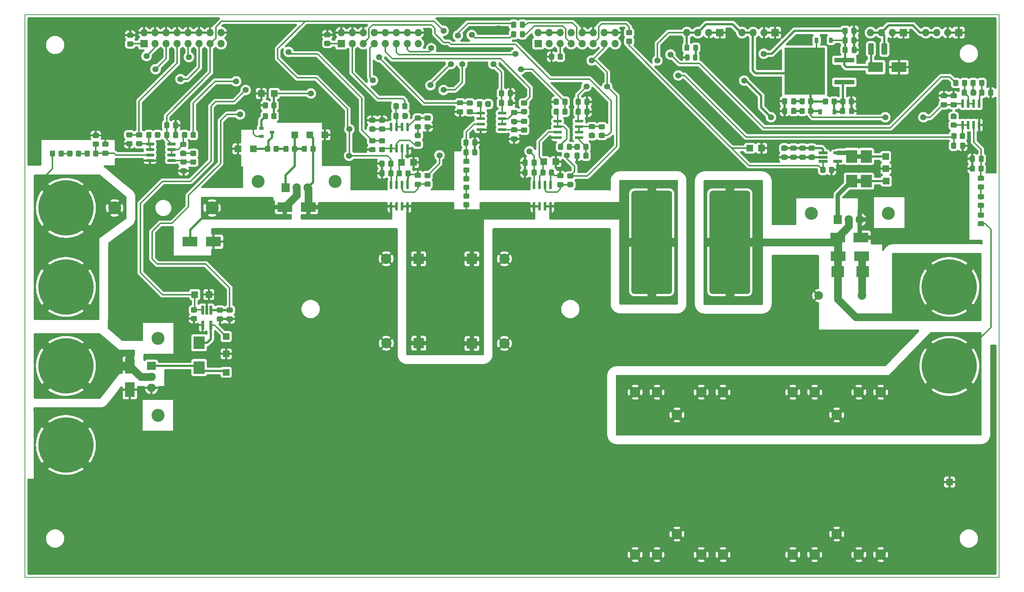
<source format=gtl>
G04 #@! TF.GenerationSoftware,KiCad,Pcbnew,(6.0.6)*
G04 #@! TF.CreationDate,2023-08-29T14:34:45+02:00*
G04 #@! TF.ProjectId,cuk-iso-ps,63756b2d-6973-46f2-9d70-732e6b696361,rev?*
G04 #@! TF.SameCoordinates,Original*
G04 #@! TF.FileFunction,Copper,L1,Top*
G04 #@! TF.FilePolarity,Positive*
%FSLAX46Y46*%
G04 Gerber Fmt 4.6, Leading zero omitted, Abs format (unit mm)*
G04 Created by KiCad (PCBNEW (6.0.6)) date 2023-08-29 14:34:45*
%MOMM*%
%LPD*%
G01*
G04 APERTURE LIST*
G04 #@! TA.AperFunction,NonConductor*
%ADD10C,0.200000*%
G04 #@! TD*
G04 #@! TA.AperFunction,SMDPad,CuDef*
%ADD11R,1.000000X0.700000*%
G04 #@! TD*
G04 #@! TA.AperFunction,SMDPad,CuDef*
%ADD12R,4.600000X1.100000*%
G04 #@! TD*
G04 #@! TA.AperFunction,SMDPad,CuDef*
%ADD13R,9.400000X10.800000*%
G04 #@! TD*
G04 #@! TA.AperFunction,ComponentPad*
%ADD14C,2.400000*%
G04 #@! TD*
G04 #@! TA.AperFunction,ComponentPad*
%ADD15C,12.800000*%
G04 #@! TD*
G04 #@! TA.AperFunction,SMDPad,CuDef*
%ADD16R,1.500000X1.500000*%
G04 #@! TD*
G04 #@! TA.AperFunction,SMDPad,CuDef*
%ADD17R,2.300000X3.500000*%
G04 #@! TD*
G04 #@! TA.AperFunction,ComponentPad*
%ADD18R,1.700000X1.700000*%
G04 #@! TD*
G04 #@! TA.AperFunction,ComponentPad*
%ADD19O,1.700000X1.700000*%
G04 #@! TD*
G04 #@! TA.AperFunction,SMDPad,CuDef*
%ADD20R,2.600000X2.918000*%
G04 #@! TD*
G04 #@! TA.AperFunction,ComponentPad*
%ADD21R,2.400000X2.400000*%
G04 #@! TD*
G04 #@! TA.AperFunction,SMDPad,CuDef*
%ADD22R,3.500000X2.300000*%
G04 #@! TD*
G04 #@! TA.AperFunction,SMDPad,CuDef*
%ADD23R,0.900000X1.200000*%
G04 #@! TD*
G04 #@! TA.AperFunction,ComponentPad*
%ADD24C,3.000000*%
G04 #@! TD*
G04 #@! TA.AperFunction,ComponentPad*
%ADD25R,1.905000X2.000000*%
G04 #@! TD*
G04 #@! TA.AperFunction,ComponentPad*
%ADD26O,1.905000X2.000000*%
G04 #@! TD*
G04 #@! TA.AperFunction,ComponentPad*
%ADD27R,2.000000X1.905000*%
G04 #@! TD*
G04 #@! TA.AperFunction,ComponentPad*
%ADD28O,2.000000X1.905000*%
G04 #@! TD*
G04 #@! TA.AperFunction,ComponentPad*
%ADD29C,2.000000*%
G04 #@! TD*
G04 #@! TA.AperFunction,SMDPad,CuDef*
%ADD30R,0.650000X2.000000*%
G04 #@! TD*
G04 #@! TA.AperFunction,SMDPad,CuDef*
%ADD31R,2.918000X2.600000*%
G04 #@! TD*
G04 #@! TA.AperFunction,SMDPad,CuDef*
%ADD32R,2.000000X0.650000*%
G04 #@! TD*
G04 #@! TA.AperFunction,ViaPad*
%ADD33C,1.400000*%
G04 #@! TD*
G04 #@! TA.AperFunction,Conductor*
%ADD34C,0.300000*%
G04 #@! TD*
G04 #@! TA.AperFunction,Conductor*
%ADD35C,1.000000*%
G04 #@! TD*
G04 #@! TA.AperFunction,Conductor*
%ADD36C,0.500000*%
G04 #@! TD*
G04 #@! TA.AperFunction,Conductor*
%ADD37C,1.800000*%
G04 #@! TD*
G04 APERTURE END LIST*
D10*
X13000000Y-23800000D02*
X238000000Y-23800000D01*
X13000000Y-153790000D02*
X13000000Y-23800000D01*
X238000000Y-153800000D02*
X13000000Y-153790000D01*
X238000000Y-23800000D02*
X238000000Y-153800000D01*
D11*
X67650000Y-50050000D03*
X67650000Y-51950000D03*
X70050000Y-51000000D03*
G04 #@! TA.AperFunction,SMDPad,CuDef*
G36*
G01*
X122475000Y-42425000D02*
X122475000Y-41475000D01*
G75*
G02*
X122725000Y-41225000I250000J0D01*
G01*
X123400000Y-41225000D01*
G75*
G02*
X123650000Y-41475000I0J-250000D01*
G01*
X123650000Y-42425000D01*
G75*
G02*
X123400000Y-42675000I-250000J0D01*
G01*
X122725000Y-42675000D01*
G75*
G02*
X122475000Y-42425000I0J250000D01*
G01*
G37*
G04 #@! TD.AperFunction*
G04 #@! TA.AperFunction,SMDPad,CuDef*
G36*
G01*
X124550000Y-42425000D02*
X124550000Y-41475000D01*
G75*
G02*
X124800000Y-41225000I250000J0D01*
G01*
X125475000Y-41225000D01*
G75*
G02*
X125725000Y-41475000I0J-250000D01*
G01*
X125725000Y-42425000D01*
G75*
G02*
X125475000Y-42675000I-250000J0D01*
G01*
X124800000Y-42675000D01*
G75*
G02*
X124550000Y-42425000I0J250000D01*
G01*
G37*
G04 #@! TD.AperFunction*
G04 #@! TA.AperFunction,SMDPad,CuDef*
G36*
G01*
X233325000Y-61000000D02*
X234225000Y-61000000D01*
G75*
G02*
X234475000Y-61250000I0J-250000D01*
G01*
X234475000Y-61950000D01*
G75*
G02*
X234225000Y-62200000I-250000J0D01*
G01*
X233325000Y-62200000D01*
G75*
G02*
X233075000Y-61950000I0J250000D01*
G01*
X233075000Y-61250000D01*
G75*
G02*
X233325000Y-61000000I250000J0D01*
G01*
G37*
G04 #@! TD.AperFunction*
G04 #@! TA.AperFunction,SMDPad,CuDef*
G36*
G01*
X233325000Y-63000000D02*
X234225000Y-63000000D01*
G75*
G02*
X234475000Y-63250000I0J-250000D01*
G01*
X234475000Y-63950000D01*
G75*
G02*
X234225000Y-64200000I-250000J0D01*
G01*
X233325000Y-64200000D01*
G75*
G02*
X233075000Y-63950000I0J250000D01*
G01*
X233075000Y-63250000D01*
G75*
G02*
X233325000Y-63000000I250000J0D01*
G01*
G37*
G04 #@! TD.AperFunction*
G04 #@! TA.AperFunction,SMDPad,CuDef*
G36*
G01*
X98900000Y-60906000D02*
X98900000Y-60006000D01*
G75*
G02*
X99150000Y-59756000I250000J0D01*
G01*
X99850000Y-59756000D01*
G75*
G02*
X100100000Y-60006000I0J-250000D01*
G01*
X100100000Y-60906000D01*
G75*
G02*
X99850000Y-61156000I-250000J0D01*
G01*
X99150000Y-61156000D01*
G75*
G02*
X98900000Y-60906000I0J250000D01*
G01*
G37*
G04 #@! TD.AperFunction*
G04 #@! TA.AperFunction,SMDPad,CuDef*
G36*
G01*
X100900000Y-60906000D02*
X100900000Y-60006000D01*
G75*
G02*
X101150000Y-59756000I250000J0D01*
G01*
X101850000Y-59756000D01*
G75*
G02*
X102100000Y-60006000I0J-250000D01*
G01*
X102100000Y-60906000D01*
G75*
G02*
X101850000Y-61156000I-250000J0D01*
G01*
X101150000Y-61156000D01*
G75*
G02*
X100900000Y-60906000I0J250000D01*
G01*
G37*
G04 #@! TD.AperFunction*
D12*
X202250000Y-39400000D03*
D13*
X193100000Y-36860000D03*
D12*
X202250000Y-34320000D03*
G04 #@! TA.AperFunction,SMDPad,CuDef*
G36*
G01*
X45174000Y-52070000D02*
X45174000Y-51120000D01*
G75*
G02*
X45424000Y-50870000I250000J0D01*
G01*
X46099000Y-50870000D01*
G75*
G02*
X46349000Y-51120000I0J-250000D01*
G01*
X46349000Y-52070000D01*
G75*
G02*
X46099000Y-52320000I-250000J0D01*
G01*
X45424000Y-52320000D01*
G75*
G02*
X45174000Y-52070000I0J250000D01*
G01*
G37*
G04 #@! TD.AperFunction*
G04 #@! TA.AperFunction,SMDPad,CuDef*
G36*
G01*
X47249000Y-52070000D02*
X47249000Y-51120000D01*
G75*
G02*
X47499000Y-50870000I250000J0D01*
G01*
X48174000Y-50870000D01*
G75*
G02*
X48424000Y-51120000I0J-250000D01*
G01*
X48424000Y-52070000D01*
G75*
G02*
X48174000Y-52320000I-250000J0D01*
G01*
X47499000Y-52320000D01*
G75*
G02*
X47249000Y-52070000I0J250000D01*
G01*
G37*
G04 #@! TD.AperFunction*
G04 #@! TA.AperFunction,SMDPad,CuDef*
G36*
G01*
X103300000Y-47100000D02*
X104200000Y-47100000D01*
G75*
G02*
X104450000Y-47350000I0J-250000D01*
G01*
X104450000Y-48050000D01*
G75*
G02*
X104200000Y-48300000I-250000J0D01*
G01*
X103300000Y-48300000D01*
G75*
G02*
X103050000Y-48050000I0J250000D01*
G01*
X103050000Y-47350000D01*
G75*
G02*
X103300000Y-47100000I250000J0D01*
G01*
G37*
G04 #@! TD.AperFunction*
G04 #@! TA.AperFunction,SMDPad,CuDef*
G36*
G01*
X103300000Y-49100000D02*
X104200000Y-49100000D01*
G75*
G02*
X104450000Y-49350000I0J-250000D01*
G01*
X104450000Y-50050000D01*
G75*
G02*
X104200000Y-50300000I-250000J0D01*
G01*
X103300000Y-50300000D01*
G75*
G02*
X103050000Y-50050000I0J250000D01*
G01*
X103050000Y-49350000D01*
G75*
G02*
X103300000Y-49100000I250000J0D01*
G01*
G37*
G04 #@! TD.AperFunction*
G04 #@! TA.AperFunction,SMDPad,CuDef*
G36*
G01*
X201812500Y-28015000D02*
X201812500Y-27065000D01*
G75*
G02*
X202062500Y-26815000I250000J0D01*
G01*
X202737500Y-26815000D01*
G75*
G02*
X202987500Y-27065000I0J-250000D01*
G01*
X202987500Y-28015000D01*
G75*
G02*
X202737500Y-28265000I-250000J0D01*
G01*
X202062500Y-28265000D01*
G75*
G02*
X201812500Y-28015000I0J250000D01*
G01*
G37*
G04 #@! TD.AperFunction*
G04 #@! TA.AperFunction,SMDPad,CuDef*
G36*
G01*
X203887500Y-28015000D02*
X203887500Y-27065000D01*
G75*
G02*
X204137500Y-26815000I250000J0D01*
G01*
X204812500Y-26815000D01*
G75*
G02*
X205062500Y-27065000I0J-250000D01*
G01*
X205062500Y-28015000D01*
G75*
G02*
X204812500Y-28265000I-250000J0D01*
G01*
X204137500Y-28265000D01*
G75*
G02*
X203887500Y-28015000I0J250000D01*
G01*
G37*
G04 #@! TD.AperFunction*
D14*
X205600000Y-148500000D03*
X195400000Y-148500000D03*
X195400000Y-111000000D03*
X205600000Y-111000000D03*
G04 #@! TA.AperFunction,SMDPad,CuDef*
G36*
G01*
X49175000Y-57220000D02*
X50125000Y-57220000D01*
G75*
G02*
X50375000Y-57470000I0J-250000D01*
G01*
X50375000Y-58145000D01*
G75*
G02*
X50125000Y-58395000I-250000J0D01*
G01*
X49175000Y-58395000D01*
G75*
G02*
X48925000Y-58145000I0J250000D01*
G01*
X48925000Y-57470000D01*
G75*
G02*
X49175000Y-57220000I250000J0D01*
G01*
G37*
G04 #@! TD.AperFunction*
G04 #@! TA.AperFunction,SMDPad,CuDef*
G36*
G01*
X49175000Y-59295000D02*
X50125000Y-59295000D01*
G75*
G02*
X50375000Y-59545000I0J-250000D01*
G01*
X50375000Y-60220000D01*
G75*
G02*
X50125000Y-60470000I-250000J0D01*
G01*
X49175000Y-60470000D01*
G75*
G02*
X48925000Y-60220000I0J250000D01*
G01*
X48925000Y-59545000D01*
G75*
G02*
X49175000Y-59295000I250000J0D01*
G01*
G37*
G04 #@! TD.AperFunction*
G04 #@! TA.AperFunction,SMDPad,CuDef*
G36*
G01*
X225720000Y-45200000D02*
X224770000Y-45200000D01*
G75*
G02*
X224520000Y-44950000I0J250000D01*
G01*
X224520000Y-44275000D01*
G75*
G02*
X224770000Y-44025000I250000J0D01*
G01*
X225720000Y-44025000D01*
G75*
G02*
X225970000Y-44275000I0J-250000D01*
G01*
X225970000Y-44950000D01*
G75*
G02*
X225720000Y-45200000I-250000J0D01*
G01*
G37*
G04 #@! TD.AperFunction*
G04 #@! TA.AperFunction,SMDPad,CuDef*
G36*
G01*
X225720000Y-43125000D02*
X224770000Y-43125000D01*
G75*
G02*
X224520000Y-42875000I0J250000D01*
G01*
X224520000Y-42200000D01*
G75*
G02*
X224770000Y-41950000I250000J0D01*
G01*
X225720000Y-41950000D01*
G75*
G02*
X225970000Y-42200000I0J-250000D01*
G01*
X225970000Y-42875000D01*
G75*
G02*
X225720000Y-43125000I-250000J0D01*
G01*
G37*
G04 #@! TD.AperFunction*
G04 #@! TA.AperFunction,SMDPad,CuDef*
G36*
G01*
X201850000Y-32415000D02*
X201850000Y-31465000D01*
G75*
G02*
X202100000Y-31215000I250000J0D01*
G01*
X202775000Y-31215000D01*
G75*
G02*
X203025000Y-31465000I0J-250000D01*
G01*
X203025000Y-32415000D01*
G75*
G02*
X202775000Y-32665000I-250000J0D01*
G01*
X202100000Y-32665000D01*
G75*
G02*
X201850000Y-32415000I0J250000D01*
G01*
G37*
G04 #@! TD.AperFunction*
G04 #@! TA.AperFunction,SMDPad,CuDef*
G36*
G01*
X203925000Y-32415000D02*
X203925000Y-31465000D01*
G75*
G02*
X204175000Y-31215000I250000J0D01*
G01*
X204850000Y-31215000D01*
G75*
G02*
X205100000Y-31465000I0J-250000D01*
G01*
X205100000Y-32415000D01*
G75*
G02*
X204850000Y-32665000I-250000J0D01*
G01*
X204175000Y-32665000D01*
G75*
G02*
X203925000Y-32415000I0J250000D01*
G01*
G37*
G04 #@! TD.AperFunction*
D15*
X22500000Y-68450000D03*
D16*
X132868000Y-57734000D03*
G04 #@! TA.AperFunction,SMDPad,CuDef*
G36*
G01*
X139350000Y-53900000D02*
X139350000Y-54800000D01*
G75*
G02*
X139100000Y-55050000I-250000J0D01*
G01*
X138400000Y-55050000D01*
G75*
G02*
X138150000Y-54800000I0J250000D01*
G01*
X138150000Y-53900000D01*
G75*
G02*
X138400000Y-53650000I250000J0D01*
G01*
X139100000Y-53650000D01*
G75*
G02*
X139350000Y-53900000I0J-250000D01*
G01*
G37*
G04 #@! TD.AperFunction*
G04 #@! TA.AperFunction,SMDPad,CuDef*
G36*
G01*
X137350000Y-53900000D02*
X137350000Y-54800000D01*
G75*
G02*
X137100000Y-55050000I-250000J0D01*
G01*
X136400000Y-55050000D01*
G75*
G02*
X136150000Y-54800000I0J250000D01*
G01*
X136150000Y-53900000D01*
G75*
G02*
X136400000Y-53650000I250000J0D01*
G01*
X137100000Y-53650000D01*
G75*
G02*
X137350000Y-53900000I0J-250000D01*
G01*
G37*
G04 #@! TD.AperFunction*
G04 #@! TA.AperFunction,SMDPad,CuDef*
G36*
G01*
X137153000Y-63655500D02*
X136203000Y-63655500D01*
G75*
G02*
X135953000Y-63405500I0J250000D01*
G01*
X135953000Y-62730500D01*
G75*
G02*
X136203000Y-62480500I250000J0D01*
G01*
X137153000Y-62480500D01*
G75*
G02*
X137403000Y-62730500I0J-250000D01*
G01*
X137403000Y-63405500D01*
G75*
G02*
X137153000Y-63655500I-250000J0D01*
G01*
G37*
G04 #@! TD.AperFunction*
G04 #@! TA.AperFunction,SMDPad,CuDef*
G36*
G01*
X137153000Y-61580500D02*
X136203000Y-61580500D01*
G75*
G02*
X135953000Y-61330500I0J250000D01*
G01*
X135953000Y-60655500D01*
G75*
G02*
X136203000Y-60405500I250000J0D01*
G01*
X137153000Y-60405500D01*
G75*
G02*
X137403000Y-60655500I0J-250000D01*
G01*
X137403000Y-61330500D01*
G75*
G02*
X137153000Y-61580500I-250000J0D01*
G01*
G37*
G04 #@! TD.AperFunction*
G04 #@! TA.AperFunction,SMDPad,CuDef*
G36*
G01*
X59825000Y-91437500D02*
X60775000Y-91437500D01*
G75*
G02*
X61025000Y-91687500I0J-250000D01*
G01*
X61025000Y-92362500D01*
G75*
G02*
X60775000Y-92612500I-250000J0D01*
G01*
X59825000Y-92612500D01*
G75*
G02*
X59575000Y-92362500I0J250000D01*
G01*
X59575000Y-91687500D01*
G75*
G02*
X59825000Y-91437500I250000J0D01*
G01*
G37*
G04 #@! TD.AperFunction*
G04 #@! TA.AperFunction,SMDPad,CuDef*
G36*
G01*
X59825000Y-93512500D02*
X60775000Y-93512500D01*
G75*
G02*
X61025000Y-93762500I0J-250000D01*
G01*
X61025000Y-94437500D01*
G75*
G02*
X60775000Y-94687500I-250000J0D01*
G01*
X59825000Y-94687500D01*
G75*
G02*
X59575000Y-94437500I0J250000D01*
G01*
X59575000Y-93762500D01*
G75*
G02*
X59825000Y-93512500I250000J0D01*
G01*
G37*
G04 #@! TD.AperFunction*
G04 #@! TA.AperFunction,SMDPad,CuDef*
G36*
G01*
X191125000Y-45585000D02*
X191125000Y-46535000D01*
G75*
G02*
X190875000Y-46785000I-250000J0D01*
G01*
X190200000Y-46785000D01*
G75*
G02*
X189950000Y-46535000I0J250000D01*
G01*
X189950000Y-45585000D01*
G75*
G02*
X190200000Y-45335000I250000J0D01*
G01*
X190875000Y-45335000D01*
G75*
G02*
X191125000Y-45585000I0J-250000D01*
G01*
G37*
G04 #@! TD.AperFunction*
G04 #@! TA.AperFunction,SMDPad,CuDef*
G36*
G01*
X189050000Y-45585000D02*
X189050000Y-46535000D01*
G75*
G02*
X188800000Y-46785000I-250000J0D01*
G01*
X188125000Y-46785000D01*
G75*
G02*
X187875000Y-46535000I0J250000D01*
G01*
X187875000Y-45585000D01*
G75*
G02*
X188125000Y-45335000I250000J0D01*
G01*
X188800000Y-45335000D01*
G75*
G02*
X189050000Y-45585000I0J-250000D01*
G01*
G37*
G04 #@! TD.AperFunction*
G04 #@! TA.AperFunction,SMDPad,CuDef*
G36*
G01*
X29850000Y-54300000D02*
X28950000Y-54300000D01*
G75*
G02*
X28700000Y-54050000I0J250000D01*
G01*
X28700000Y-53350000D01*
G75*
G02*
X28950000Y-53100000I250000J0D01*
G01*
X29850000Y-53100000D01*
G75*
G02*
X30100000Y-53350000I0J-250000D01*
G01*
X30100000Y-54050000D01*
G75*
G02*
X29850000Y-54300000I-250000J0D01*
G01*
G37*
G04 #@! TD.AperFunction*
G04 #@! TA.AperFunction,SMDPad,CuDef*
G36*
G01*
X29850000Y-52300000D02*
X28950000Y-52300000D01*
G75*
G02*
X28700000Y-52050000I0J250000D01*
G01*
X28700000Y-51350000D01*
G75*
G02*
X28950000Y-51100000I250000J0D01*
G01*
X29850000Y-51100000D01*
G75*
G02*
X30100000Y-51350000I0J-250000D01*
G01*
X30100000Y-52050000D01*
G75*
G02*
X29850000Y-52300000I-250000J0D01*
G01*
G37*
G04 #@! TD.AperFunction*
G04 #@! TA.AperFunction,SMDPad,CuDef*
G36*
G01*
X44250000Y-51145000D02*
X44250000Y-52045000D01*
G75*
G02*
X44000000Y-52295000I-250000J0D01*
G01*
X43300000Y-52295000D01*
G75*
G02*
X43050000Y-52045000I0J250000D01*
G01*
X43050000Y-51145000D01*
G75*
G02*
X43300000Y-50895000I250000J0D01*
G01*
X44000000Y-50895000D01*
G75*
G02*
X44250000Y-51145000I0J-250000D01*
G01*
G37*
G04 #@! TD.AperFunction*
G04 #@! TA.AperFunction,SMDPad,CuDef*
G36*
G01*
X42250000Y-51145000D02*
X42250000Y-52045000D01*
G75*
G02*
X42000000Y-52295000I-250000J0D01*
G01*
X41300000Y-52295000D01*
G75*
G02*
X41050000Y-52045000I0J250000D01*
G01*
X41050000Y-51145000D01*
G75*
G02*
X41300000Y-50895000I250000J0D01*
G01*
X42000000Y-50895000D01*
G75*
G02*
X42250000Y-51145000I0J-250000D01*
G01*
G37*
G04 #@! TD.AperFunction*
X78800000Y-51550000D03*
X75300000Y-51550000D03*
G04 #@! TA.AperFunction,SMDPad,CuDef*
G36*
G01*
X227045000Y-46725000D02*
X227945000Y-46725000D01*
G75*
G02*
X228195000Y-46975000I0J-250000D01*
G01*
X228195000Y-47675000D01*
G75*
G02*
X227945000Y-47925000I-250000J0D01*
G01*
X227045000Y-47925000D01*
G75*
G02*
X226795000Y-47675000I0J250000D01*
G01*
X226795000Y-46975000D01*
G75*
G02*
X227045000Y-46725000I250000J0D01*
G01*
G37*
G04 #@! TD.AperFunction*
G04 #@! TA.AperFunction,SMDPad,CuDef*
G36*
G01*
X227045000Y-48725000D02*
X227945000Y-48725000D01*
G75*
G02*
X228195000Y-48975000I0J-250000D01*
G01*
X228195000Y-49675000D01*
G75*
G02*
X227945000Y-49925000I-250000J0D01*
G01*
X227045000Y-49925000D01*
G75*
G02*
X226795000Y-49675000I0J250000D01*
G01*
X226795000Y-48975000D01*
G75*
G02*
X227045000Y-48725000I250000J0D01*
G01*
G37*
G04 #@! TD.AperFunction*
X226550000Y-131750000D03*
G04 #@! TA.AperFunction,SMDPad,CuDef*
G36*
G01*
X122475000Y-44675000D02*
X122475000Y-43725000D01*
G75*
G02*
X122725000Y-43475000I250000J0D01*
G01*
X123400000Y-43475000D01*
G75*
G02*
X123650000Y-43725000I0J-250000D01*
G01*
X123650000Y-44675000D01*
G75*
G02*
X123400000Y-44925000I-250000J0D01*
G01*
X122725000Y-44925000D01*
G75*
G02*
X122475000Y-44675000I0J250000D01*
G01*
G37*
G04 #@! TD.AperFunction*
G04 #@! TA.AperFunction,SMDPad,CuDef*
G36*
G01*
X124550000Y-44675000D02*
X124550000Y-43725000D01*
G75*
G02*
X124800000Y-43475000I250000J0D01*
G01*
X125475000Y-43475000D01*
G75*
G02*
X125725000Y-43725000I0J-250000D01*
G01*
X125725000Y-44675000D01*
G75*
G02*
X125475000Y-44925000I-250000J0D01*
G01*
X124800000Y-44925000D01*
G75*
G02*
X124550000Y-44675000I0J250000D01*
G01*
G37*
G04 #@! TD.AperFunction*
G04 #@! TA.AperFunction,SMDPad,CuDef*
G36*
G01*
X114275000Y-53825000D02*
X114275000Y-52875000D01*
G75*
G02*
X114525000Y-52625000I250000J0D01*
G01*
X115200000Y-52625000D01*
G75*
G02*
X115450000Y-52875000I0J-250000D01*
G01*
X115450000Y-53825000D01*
G75*
G02*
X115200000Y-54075000I-250000J0D01*
G01*
X114525000Y-54075000D01*
G75*
G02*
X114275000Y-53825000I0J250000D01*
G01*
G37*
G04 #@! TD.AperFunction*
G04 #@! TA.AperFunction,SMDPad,CuDef*
G36*
G01*
X116350000Y-53825000D02*
X116350000Y-52875000D01*
G75*
G02*
X116600000Y-52625000I250000J0D01*
G01*
X117275000Y-52625000D01*
G75*
G02*
X117525000Y-52875000I0J-250000D01*
G01*
X117525000Y-53825000D01*
G75*
G02*
X117275000Y-54075000I-250000J0D01*
G01*
X116600000Y-54075000D01*
G75*
G02*
X116350000Y-53825000I0J250000D01*
G01*
G37*
G04 #@! TD.AperFunction*
G04 #@! TA.AperFunction,SMDPad,CuDef*
G36*
G01*
X101375000Y-46725000D02*
X101375000Y-47675000D01*
G75*
G02*
X101125000Y-47925000I-250000J0D01*
G01*
X100450000Y-47925000D01*
G75*
G02*
X100200000Y-47675000I0J250000D01*
G01*
X100200000Y-46725000D01*
G75*
G02*
X100450000Y-46475000I250000J0D01*
G01*
X101125000Y-46475000D01*
G75*
G02*
X101375000Y-46725000I0J-250000D01*
G01*
G37*
G04 #@! TD.AperFunction*
G04 #@! TA.AperFunction,SMDPad,CuDef*
G36*
G01*
X99300000Y-46725000D02*
X99300000Y-47675000D01*
G75*
G02*
X99050000Y-47925000I-250000J0D01*
G01*
X98375000Y-47925000D01*
G75*
G02*
X98125000Y-47675000I0J250000D01*
G01*
X98125000Y-46725000D01*
G75*
G02*
X98375000Y-46475000I250000J0D01*
G01*
X99050000Y-46475000D01*
G75*
G02*
X99300000Y-46725000I0J-250000D01*
G01*
G37*
G04 #@! TD.AperFunction*
X52250000Y-88450000D03*
X211800000Y-56550000D03*
D17*
X37250000Y-105000000D03*
X37250000Y-110400000D03*
D16*
X211850000Y-59350000D03*
G04 #@! TA.AperFunction,SMDPad,CuDef*
G36*
G01*
X26000000Y-55425000D02*
X26000000Y-56325000D01*
G75*
G02*
X25750000Y-56575000I-250000J0D01*
G01*
X25050000Y-56575000D01*
G75*
G02*
X24800000Y-56325000I0J250000D01*
G01*
X24800000Y-55425000D01*
G75*
G02*
X25050000Y-55175000I250000J0D01*
G01*
X25750000Y-55175000D01*
G75*
G02*
X26000000Y-55425000I0J-250000D01*
G01*
G37*
G04 #@! TD.AperFunction*
G04 #@! TA.AperFunction,SMDPad,CuDef*
G36*
G01*
X24000000Y-55425000D02*
X24000000Y-56325000D01*
G75*
G02*
X23750000Y-56575000I-250000J0D01*
G01*
X23050000Y-56575000D01*
G75*
G02*
X22800000Y-56325000I0J250000D01*
G01*
X22800000Y-55425000D01*
G75*
G02*
X23050000Y-55175000I250000J0D01*
G01*
X23750000Y-55175000D01*
G75*
G02*
X24000000Y-55425000I0J-250000D01*
G01*
G37*
G04 #@! TD.AperFunction*
D18*
X86070000Y-30480000D03*
D19*
X86070000Y-27940000D03*
X88610000Y-30480000D03*
X88610000Y-27940000D03*
X91150000Y-30480000D03*
X91150000Y-27940000D03*
X93690000Y-30480000D03*
X93690000Y-27940000D03*
X96230000Y-30480000D03*
X96230000Y-27940000D03*
X98770000Y-30480000D03*
X98770000Y-27940000D03*
X101310000Y-30480000D03*
X101310000Y-27940000D03*
X103850000Y-30480000D03*
X103850000Y-27940000D03*
D18*
X40570000Y-30480000D03*
D19*
X40570000Y-27940000D03*
X43110000Y-30480000D03*
X43110000Y-27940000D03*
X45650000Y-30480000D03*
X45650000Y-27940000D03*
X48190000Y-30480000D03*
X48190000Y-27940000D03*
X50730000Y-30480000D03*
X50730000Y-27940000D03*
X53270000Y-30480000D03*
X53270000Y-27940000D03*
X55810000Y-30480000D03*
X55810000Y-27940000D03*
X58350000Y-30480000D03*
X58350000Y-27940000D03*
G04 #@! TA.AperFunction,SMDPad,CuDef*
G36*
G01*
X139414000Y-63652000D02*
X138514000Y-63652000D01*
G75*
G02*
X138264000Y-63402000I0J250000D01*
G01*
X138264000Y-62702000D01*
G75*
G02*
X138514000Y-62452000I250000J0D01*
G01*
X139414000Y-62452000D01*
G75*
G02*
X139664000Y-62702000I0J-250000D01*
G01*
X139664000Y-63402000D01*
G75*
G02*
X139414000Y-63652000I-250000J0D01*
G01*
G37*
G04 #@! TD.AperFunction*
G04 #@! TA.AperFunction,SMDPad,CuDef*
G36*
G01*
X139414000Y-61652000D02*
X138514000Y-61652000D01*
G75*
G02*
X138264000Y-61402000I0J250000D01*
G01*
X138264000Y-60702000D01*
G75*
G02*
X138514000Y-60452000I250000J0D01*
G01*
X139414000Y-60452000D01*
G75*
G02*
X139664000Y-60702000I0J-250000D01*
G01*
X139664000Y-61402000D01*
G75*
G02*
X139414000Y-61652000I-250000J0D01*
G01*
G37*
G04 #@! TD.AperFunction*
G04 #@! TA.AperFunction,SMDPad,CuDef*
G36*
G01*
X143185000Y-55907000D02*
X143185000Y-56857000D01*
G75*
G02*
X142935000Y-57107000I-250000J0D01*
G01*
X142260000Y-57107000D01*
G75*
G02*
X142010000Y-56857000I0J250000D01*
G01*
X142010000Y-55907000D01*
G75*
G02*
X142260000Y-55657000I250000J0D01*
G01*
X142935000Y-55657000D01*
G75*
G02*
X143185000Y-55907000I0J-250000D01*
G01*
G37*
G04 #@! TD.AperFunction*
G04 #@! TA.AperFunction,SMDPad,CuDef*
G36*
G01*
X141110000Y-55907000D02*
X141110000Y-56857000D01*
G75*
G02*
X140860000Y-57107000I-250000J0D01*
G01*
X140185000Y-57107000D01*
G75*
G02*
X139935000Y-56857000I0J250000D01*
G01*
X139935000Y-55907000D01*
G75*
G02*
X140185000Y-55657000I250000J0D01*
G01*
X140860000Y-55657000D01*
G75*
G02*
X141110000Y-55907000I0J-250000D01*
G01*
G37*
G04 #@! TD.AperFunction*
G04 #@! TA.AperFunction,SMDPad,CuDef*
G36*
G01*
X105525000Y-47075000D02*
X106475000Y-47075000D01*
G75*
G02*
X106725000Y-47325000I0J-250000D01*
G01*
X106725000Y-48000000D01*
G75*
G02*
X106475000Y-48250000I-250000J0D01*
G01*
X105525000Y-48250000D01*
G75*
G02*
X105275000Y-48000000I0J250000D01*
G01*
X105275000Y-47325000D01*
G75*
G02*
X105525000Y-47075000I250000J0D01*
G01*
G37*
G04 #@! TD.AperFunction*
G04 #@! TA.AperFunction,SMDPad,CuDef*
G36*
G01*
X105525000Y-49150000D02*
X106475000Y-49150000D01*
G75*
G02*
X106725000Y-49400000I0J-250000D01*
G01*
X106725000Y-50075000D01*
G75*
G02*
X106475000Y-50325000I-250000J0D01*
G01*
X105525000Y-50325000D01*
G75*
G02*
X105275000Y-50075000I0J250000D01*
G01*
X105275000Y-49400000D01*
G75*
G02*
X105525000Y-49150000I250000J0D01*
G01*
G37*
G04 #@! TD.AperFunction*
D20*
X53250000Y-105309000D03*
X53250000Y-99591000D03*
G04 #@! TA.AperFunction,SMDPad,CuDef*
G36*
G01*
X95975000Y-50825000D02*
X95025000Y-50825000D01*
G75*
G02*
X94775000Y-50575000I0J250000D01*
G01*
X94775000Y-49900000D01*
G75*
G02*
X95025000Y-49650000I250000J0D01*
G01*
X95975000Y-49650000D01*
G75*
G02*
X96225000Y-49900000I0J-250000D01*
G01*
X96225000Y-50575000D01*
G75*
G02*
X95975000Y-50825000I-250000J0D01*
G01*
G37*
G04 #@! TD.AperFunction*
G04 #@! TA.AperFunction,SMDPad,CuDef*
G36*
G01*
X95975000Y-48750000D02*
X95025000Y-48750000D01*
G75*
G02*
X94775000Y-48500000I0J250000D01*
G01*
X94775000Y-47825000D01*
G75*
G02*
X95025000Y-47575000I250000J0D01*
G01*
X95975000Y-47575000D01*
G75*
G02*
X96225000Y-47825000I0J-250000D01*
G01*
X96225000Y-48500000D01*
G75*
G02*
X95975000Y-48750000I-250000J0D01*
G01*
G37*
G04 #@! TD.AperFunction*
D15*
X226500000Y-86700000D03*
G04 #@! TA.AperFunction,SMDPad,CuDef*
G36*
G01*
X130745000Y-69050000D02*
X130445000Y-69050000D01*
G75*
G02*
X130295000Y-68900000I0J150000D01*
G01*
X130295000Y-67250000D01*
G75*
G02*
X130445000Y-67100000I150000J0D01*
G01*
X130745000Y-67100000D01*
G75*
G02*
X130895000Y-67250000I0J-150000D01*
G01*
X130895000Y-68900000D01*
G75*
G02*
X130745000Y-69050000I-150000J0D01*
G01*
G37*
G04 #@! TD.AperFunction*
G04 #@! TA.AperFunction,SMDPad,CuDef*
G36*
G01*
X132015000Y-69050000D02*
X131715000Y-69050000D01*
G75*
G02*
X131565000Y-68900000I0J150000D01*
G01*
X131565000Y-67250000D01*
G75*
G02*
X131715000Y-67100000I150000J0D01*
G01*
X132015000Y-67100000D01*
G75*
G02*
X132165000Y-67250000I0J-150000D01*
G01*
X132165000Y-68900000D01*
G75*
G02*
X132015000Y-69050000I-150000J0D01*
G01*
G37*
G04 #@! TD.AperFunction*
G04 #@! TA.AperFunction,SMDPad,CuDef*
G36*
G01*
X133285000Y-69050000D02*
X132985000Y-69050000D01*
G75*
G02*
X132835000Y-68900000I0J150000D01*
G01*
X132835000Y-67250000D01*
G75*
G02*
X132985000Y-67100000I150000J0D01*
G01*
X133285000Y-67100000D01*
G75*
G02*
X133435000Y-67250000I0J-150000D01*
G01*
X133435000Y-68900000D01*
G75*
G02*
X133285000Y-69050000I-150000J0D01*
G01*
G37*
G04 #@! TD.AperFunction*
G04 #@! TA.AperFunction,SMDPad,CuDef*
G36*
G01*
X134555000Y-69050000D02*
X134255000Y-69050000D01*
G75*
G02*
X134105000Y-68900000I0J150000D01*
G01*
X134105000Y-67250000D01*
G75*
G02*
X134255000Y-67100000I150000J0D01*
G01*
X134555000Y-67100000D01*
G75*
G02*
X134705000Y-67250000I0J-150000D01*
G01*
X134705000Y-68900000D01*
G75*
G02*
X134555000Y-69050000I-150000J0D01*
G01*
G37*
G04 #@! TD.AperFunction*
G04 #@! TA.AperFunction,SMDPad,CuDef*
G36*
G01*
X134555000Y-64100000D02*
X134255000Y-64100000D01*
G75*
G02*
X134105000Y-63950000I0J150000D01*
G01*
X134105000Y-62300000D01*
G75*
G02*
X134255000Y-62150000I150000J0D01*
G01*
X134555000Y-62150000D01*
G75*
G02*
X134705000Y-62300000I0J-150000D01*
G01*
X134705000Y-63950000D01*
G75*
G02*
X134555000Y-64100000I-150000J0D01*
G01*
G37*
G04 #@! TD.AperFunction*
G04 #@! TA.AperFunction,SMDPad,CuDef*
G36*
G01*
X133285000Y-64100000D02*
X132985000Y-64100000D01*
G75*
G02*
X132835000Y-63950000I0J150000D01*
G01*
X132835000Y-62300000D01*
G75*
G02*
X132985000Y-62150000I150000J0D01*
G01*
X133285000Y-62150000D01*
G75*
G02*
X133435000Y-62300000I0J-150000D01*
G01*
X133435000Y-63950000D01*
G75*
G02*
X133285000Y-64100000I-150000J0D01*
G01*
G37*
G04 #@! TD.AperFunction*
G04 #@! TA.AperFunction,SMDPad,CuDef*
G36*
G01*
X132015000Y-64100000D02*
X131715000Y-64100000D01*
G75*
G02*
X131565000Y-63950000I0J150000D01*
G01*
X131565000Y-62300000D01*
G75*
G02*
X131715000Y-62150000I150000J0D01*
G01*
X132015000Y-62150000D01*
G75*
G02*
X132165000Y-62300000I0J-150000D01*
G01*
X132165000Y-63950000D01*
G75*
G02*
X132015000Y-64100000I-150000J0D01*
G01*
G37*
G04 #@! TD.AperFunction*
G04 #@! TA.AperFunction,SMDPad,CuDef*
G36*
G01*
X130745000Y-64100000D02*
X130445000Y-64100000D01*
G75*
G02*
X130295000Y-63950000I0J150000D01*
G01*
X130295000Y-62300000D01*
G75*
G02*
X130445000Y-62150000I150000J0D01*
G01*
X130745000Y-62150000D01*
G75*
G02*
X130895000Y-62300000I0J-150000D01*
G01*
X130895000Y-63950000D01*
G75*
G02*
X130745000Y-64100000I-150000J0D01*
G01*
G37*
G04 #@! TD.AperFunction*
G04 #@! TA.AperFunction,SMDPad,CuDef*
G36*
G01*
X51600000Y-91400000D02*
X52500000Y-91400000D01*
G75*
G02*
X52750000Y-91650000I0J-250000D01*
G01*
X52750000Y-92350000D01*
G75*
G02*
X52500000Y-92600000I-250000J0D01*
G01*
X51600000Y-92600000D01*
G75*
G02*
X51350000Y-92350000I0J250000D01*
G01*
X51350000Y-91650000D01*
G75*
G02*
X51600000Y-91400000I250000J0D01*
G01*
G37*
G04 #@! TD.AperFunction*
G04 #@! TA.AperFunction,SMDPad,CuDef*
G36*
G01*
X51600000Y-93400000D02*
X52500000Y-93400000D01*
G75*
G02*
X52750000Y-93650000I0J-250000D01*
G01*
X52750000Y-94350000D01*
G75*
G02*
X52500000Y-94600000I-250000J0D01*
G01*
X51600000Y-94600000D01*
G75*
G02*
X51350000Y-94350000I0J250000D01*
G01*
X51350000Y-93650000D01*
G75*
G02*
X51600000Y-93400000I250000J0D01*
G01*
G37*
G04 #@! TD.AperFunction*
G04 #@! TA.AperFunction,SMDPad,CuDef*
G36*
G01*
X132030000Y-60724000D02*
X132030000Y-59824000D01*
G75*
G02*
X132280000Y-59574000I250000J0D01*
G01*
X132980000Y-59574000D01*
G75*
G02*
X133230000Y-59824000I0J-250000D01*
G01*
X133230000Y-60724000D01*
G75*
G02*
X132980000Y-60974000I-250000J0D01*
G01*
X132280000Y-60974000D01*
G75*
G02*
X132030000Y-60724000I0J250000D01*
G01*
G37*
G04 #@! TD.AperFunction*
G04 #@! TA.AperFunction,SMDPad,CuDef*
G36*
G01*
X134030000Y-60724000D02*
X134030000Y-59824000D01*
G75*
G02*
X134280000Y-59574000I250000J0D01*
G01*
X134980000Y-59574000D01*
G75*
G02*
X135230000Y-59824000I0J-250000D01*
G01*
X135230000Y-60724000D01*
G75*
G02*
X134980000Y-60974000I-250000J0D01*
G01*
X134280000Y-60974000D01*
G75*
G02*
X134030000Y-60724000I0J250000D01*
G01*
G37*
G04 #@! TD.AperFunction*
D16*
X59500000Y-98150000D03*
G04 #@! TA.AperFunction,SMDPad,CuDef*
G36*
G01*
X131191000Y-57513000D02*
X131191000Y-58463000D01*
G75*
G02*
X130941000Y-58713000I-250000J0D01*
G01*
X130266000Y-58713000D01*
G75*
G02*
X130016000Y-58463000I0J250000D01*
G01*
X130016000Y-57513000D01*
G75*
G02*
X130266000Y-57263000I250000J0D01*
G01*
X130941000Y-57263000D01*
G75*
G02*
X131191000Y-57513000I0J-250000D01*
G01*
G37*
G04 #@! TD.AperFunction*
G04 #@! TA.AperFunction,SMDPad,CuDef*
G36*
G01*
X129116000Y-57513000D02*
X129116000Y-58463000D01*
G75*
G02*
X128866000Y-58713000I-250000J0D01*
G01*
X128191000Y-58713000D01*
G75*
G02*
X127941000Y-58463000I0J250000D01*
G01*
X127941000Y-57513000D01*
G75*
G02*
X128191000Y-57263000I250000J0D01*
G01*
X128866000Y-57263000D01*
G75*
G02*
X129116000Y-57513000I0J-250000D01*
G01*
G37*
G04 #@! TD.AperFunction*
G04 #@! TA.AperFunction,SMDPad,CuDef*
G36*
G01*
X114500000Y-57100000D02*
X115400000Y-57100000D01*
G75*
G02*
X115650000Y-57350000I0J-250000D01*
G01*
X115650000Y-58050000D01*
G75*
G02*
X115400000Y-58300000I-250000J0D01*
G01*
X114500000Y-58300000D01*
G75*
G02*
X114250000Y-58050000I0J250000D01*
G01*
X114250000Y-57350000D01*
G75*
G02*
X114500000Y-57100000I250000J0D01*
G01*
G37*
G04 #@! TD.AperFunction*
G04 #@! TA.AperFunction,SMDPad,CuDef*
G36*
G01*
X114500000Y-59100000D02*
X115400000Y-59100000D01*
G75*
G02*
X115650000Y-59350000I0J-250000D01*
G01*
X115650000Y-60050000D01*
G75*
G02*
X115400000Y-60300000I-250000J0D01*
G01*
X114500000Y-60300000D01*
G75*
G02*
X114250000Y-60050000I0J250000D01*
G01*
X114250000Y-59350000D01*
G75*
G02*
X114500000Y-59100000I250000J0D01*
G01*
G37*
G04 #@! TD.AperFunction*
G04 #@! TA.AperFunction,SMDPad,CuDef*
G36*
G01*
X125295000Y-28780000D02*
X125295000Y-27880000D01*
G75*
G02*
X125545000Y-27630000I250000J0D01*
G01*
X126245000Y-27630000D01*
G75*
G02*
X126495000Y-27880000I0J-250000D01*
G01*
X126495000Y-28780000D01*
G75*
G02*
X126245000Y-29030000I-250000J0D01*
G01*
X125545000Y-29030000D01*
G75*
G02*
X125295000Y-28780000I0J250000D01*
G01*
G37*
G04 #@! TD.AperFunction*
G04 #@! TA.AperFunction,SMDPad,CuDef*
G36*
G01*
X127295000Y-28780000D02*
X127295000Y-27880000D01*
G75*
G02*
X127545000Y-27630000I250000J0D01*
G01*
X128245000Y-27630000D01*
G75*
G02*
X128495000Y-27880000I0J-250000D01*
G01*
X128495000Y-28780000D01*
G75*
G02*
X128245000Y-29030000I-250000J0D01*
G01*
X127545000Y-29030000D01*
G75*
G02*
X127295000Y-28780000I0J250000D01*
G01*
G37*
G04 #@! TD.AperFunction*
G04 #@! TA.AperFunction,SMDPad,CuDef*
G36*
G01*
X195100000Y-43360000D02*
X195100000Y-44260000D01*
G75*
G02*
X194850000Y-44510000I-250000J0D01*
G01*
X194150000Y-44510000D01*
G75*
G02*
X193900000Y-44260000I0J250000D01*
G01*
X193900000Y-43360000D01*
G75*
G02*
X194150000Y-43110000I250000J0D01*
G01*
X194850000Y-43110000D01*
G75*
G02*
X195100000Y-43360000I0J-250000D01*
G01*
G37*
G04 #@! TD.AperFunction*
G04 #@! TA.AperFunction,SMDPad,CuDef*
G36*
G01*
X193100000Y-43360000D02*
X193100000Y-44260000D01*
G75*
G02*
X192850000Y-44510000I-250000J0D01*
G01*
X192150000Y-44510000D01*
G75*
G02*
X191900000Y-44260000I0J250000D01*
G01*
X191900000Y-43360000D01*
G75*
G02*
X192150000Y-43110000I250000J0D01*
G01*
X192850000Y-43110000D01*
G75*
G02*
X193100000Y-43360000I0J-250000D01*
G01*
G37*
G04 #@! TD.AperFunction*
G04 #@! TA.AperFunction,SMDPad,CuDef*
G36*
G01*
X197300000Y-44310000D02*
X197300000Y-43410000D01*
G75*
G02*
X197550000Y-43160000I250000J0D01*
G01*
X198250000Y-43160000D01*
G75*
G02*
X198500000Y-43410000I0J-250000D01*
G01*
X198500000Y-44310000D01*
G75*
G02*
X198250000Y-44560000I-250000J0D01*
G01*
X197550000Y-44560000D01*
G75*
G02*
X197300000Y-44310000I0J250000D01*
G01*
G37*
G04 #@! TD.AperFunction*
G04 #@! TA.AperFunction,SMDPad,CuDef*
G36*
G01*
X199300000Y-44310000D02*
X199300000Y-43410000D01*
G75*
G02*
X199550000Y-43160000I250000J0D01*
G01*
X200250000Y-43160000D01*
G75*
G02*
X200500000Y-43410000I0J-250000D01*
G01*
X200500000Y-44310000D01*
G75*
G02*
X200250000Y-44560000I-250000J0D01*
G01*
X199550000Y-44560000D01*
G75*
G02*
X199300000Y-44310000I0J250000D01*
G01*
G37*
G04 #@! TD.AperFunction*
X70600000Y-42000000D03*
X62200000Y-54800000D03*
G04 #@! TA.AperFunction,SMDPad,CuDef*
G36*
G01*
X125525000Y-49835000D02*
X126475000Y-49835000D01*
G75*
G02*
X126725000Y-50085000I0J-250000D01*
G01*
X126725000Y-50760000D01*
G75*
G02*
X126475000Y-51010000I-250000J0D01*
G01*
X125525000Y-51010000D01*
G75*
G02*
X125275000Y-50760000I0J250000D01*
G01*
X125275000Y-50085000D01*
G75*
G02*
X125525000Y-49835000I250000J0D01*
G01*
G37*
G04 #@! TD.AperFunction*
G04 #@! TA.AperFunction,SMDPad,CuDef*
G36*
G01*
X125525000Y-51910000D02*
X126475000Y-51910000D01*
G75*
G02*
X126725000Y-52160000I0J-250000D01*
G01*
X126725000Y-52835000D01*
G75*
G02*
X126475000Y-53085000I-250000J0D01*
G01*
X125525000Y-53085000D01*
G75*
G02*
X125275000Y-52835000I0J250000D01*
G01*
X125275000Y-52160000D01*
G75*
G02*
X125525000Y-51910000I250000J0D01*
G01*
G37*
G04 #@! TD.AperFunction*
D14*
X169200000Y-148504000D03*
X159000000Y-148504000D03*
X159000000Y-111004000D03*
X169200000Y-111004000D03*
D18*
X131570000Y-30480000D03*
D19*
X131570000Y-27940000D03*
X134110000Y-30480000D03*
X134110000Y-27940000D03*
X136650000Y-30480000D03*
X136650000Y-27940000D03*
X139190000Y-30480000D03*
X139190000Y-27940000D03*
X141730000Y-30480000D03*
X141730000Y-27940000D03*
X144270000Y-30480000D03*
X144270000Y-27940000D03*
X146810000Y-30480000D03*
X146810000Y-27940000D03*
X149350000Y-30480000D03*
X149350000Y-27940000D03*
G04 #@! TA.AperFunction,SMDPad,CuDef*
G36*
G01*
X144425000Y-52325000D02*
X143475000Y-52325000D01*
G75*
G02*
X143225000Y-52075000I0J250000D01*
G01*
X143225000Y-51400000D01*
G75*
G02*
X143475000Y-51150000I250000J0D01*
G01*
X144425000Y-51150000D01*
G75*
G02*
X144675000Y-51400000I0J-250000D01*
G01*
X144675000Y-52075000D01*
G75*
G02*
X144425000Y-52325000I-250000J0D01*
G01*
G37*
G04 #@! TD.AperFunction*
G04 #@! TA.AperFunction,SMDPad,CuDef*
G36*
G01*
X144425000Y-50250000D02*
X143475000Y-50250000D01*
G75*
G02*
X143225000Y-50000000I0J250000D01*
G01*
X143225000Y-49325000D01*
G75*
G02*
X143475000Y-49075000I250000J0D01*
G01*
X144425000Y-49075000D01*
G75*
G02*
X144675000Y-49325000I0J-250000D01*
G01*
X144675000Y-50000000D01*
G75*
G02*
X144425000Y-50250000I-250000J0D01*
G01*
G37*
G04 #@! TD.AperFunction*
G04 #@! TA.AperFunction,SMDPad,CuDef*
G36*
G01*
X212150000Y-30665000D02*
X212150000Y-32815000D01*
G75*
G02*
X211900000Y-33065000I-250000J0D01*
G01*
X211100000Y-33065000D01*
G75*
G02*
X210850000Y-32815000I0J250000D01*
G01*
X210850000Y-30665000D01*
G75*
G02*
X211100000Y-30415000I250000J0D01*
G01*
X211900000Y-30415000D01*
G75*
G02*
X212150000Y-30665000I0J-250000D01*
G01*
G37*
G04 #@! TD.AperFunction*
G04 #@! TA.AperFunction,SMDPad,CuDef*
G36*
G01*
X209050000Y-30665000D02*
X209050000Y-32815000D01*
G75*
G02*
X208800000Y-33065000I-250000J0D01*
G01*
X208000000Y-33065000D01*
G75*
G02*
X207750000Y-32815000I0J250000D01*
G01*
X207750000Y-30665000D01*
G75*
G02*
X208000000Y-30415000I250000J0D01*
G01*
X208800000Y-30415000D01*
G75*
G02*
X209050000Y-30665000I0J-250000D01*
G01*
G37*
G04 #@! TD.AperFunction*
D14*
X163592000Y-143758000D03*
X163592000Y-116258000D03*
G04 #@! TA.AperFunction,SMDPad,CuDef*
G36*
G01*
X40950000Y-53845000D02*
X40950000Y-53545000D01*
G75*
G02*
X41100000Y-53395000I150000J0D01*
G01*
X42750000Y-53395000D01*
G75*
G02*
X42900000Y-53545000I0J-150000D01*
G01*
X42900000Y-53845000D01*
G75*
G02*
X42750000Y-53995000I-150000J0D01*
G01*
X41100000Y-53995000D01*
G75*
G02*
X40950000Y-53845000I0J150000D01*
G01*
G37*
G04 #@! TD.AperFunction*
G04 #@! TA.AperFunction,SMDPad,CuDef*
G36*
G01*
X40950000Y-55115000D02*
X40950000Y-54815000D01*
G75*
G02*
X41100000Y-54665000I150000J0D01*
G01*
X42750000Y-54665000D01*
G75*
G02*
X42900000Y-54815000I0J-150000D01*
G01*
X42900000Y-55115000D01*
G75*
G02*
X42750000Y-55265000I-150000J0D01*
G01*
X41100000Y-55265000D01*
G75*
G02*
X40950000Y-55115000I0J150000D01*
G01*
G37*
G04 #@! TD.AperFunction*
G04 #@! TA.AperFunction,SMDPad,CuDef*
G36*
G01*
X40950000Y-56385000D02*
X40950000Y-56085000D01*
G75*
G02*
X41100000Y-55935000I150000J0D01*
G01*
X42750000Y-55935000D01*
G75*
G02*
X42900000Y-56085000I0J-150000D01*
G01*
X42900000Y-56385000D01*
G75*
G02*
X42750000Y-56535000I-150000J0D01*
G01*
X41100000Y-56535000D01*
G75*
G02*
X40950000Y-56385000I0J150000D01*
G01*
G37*
G04 #@! TD.AperFunction*
G04 #@! TA.AperFunction,SMDPad,CuDef*
G36*
G01*
X40950000Y-57655000D02*
X40950000Y-57355000D01*
G75*
G02*
X41100000Y-57205000I150000J0D01*
G01*
X42750000Y-57205000D01*
G75*
G02*
X42900000Y-57355000I0J-150000D01*
G01*
X42900000Y-57655000D01*
G75*
G02*
X42750000Y-57805000I-150000J0D01*
G01*
X41100000Y-57805000D01*
G75*
G02*
X40950000Y-57655000I0J150000D01*
G01*
G37*
G04 #@! TD.AperFunction*
G04 #@! TA.AperFunction,SMDPad,CuDef*
G36*
G01*
X45900000Y-57655000D02*
X45900000Y-57355000D01*
G75*
G02*
X46050000Y-57205000I150000J0D01*
G01*
X47700000Y-57205000D01*
G75*
G02*
X47850000Y-57355000I0J-150000D01*
G01*
X47850000Y-57655000D01*
G75*
G02*
X47700000Y-57805000I-150000J0D01*
G01*
X46050000Y-57805000D01*
G75*
G02*
X45900000Y-57655000I0J150000D01*
G01*
G37*
G04 #@! TD.AperFunction*
G04 #@! TA.AperFunction,SMDPad,CuDef*
G36*
G01*
X45900000Y-56385000D02*
X45900000Y-56085000D01*
G75*
G02*
X46050000Y-55935000I150000J0D01*
G01*
X47700000Y-55935000D01*
G75*
G02*
X47850000Y-56085000I0J-150000D01*
G01*
X47850000Y-56385000D01*
G75*
G02*
X47700000Y-56535000I-150000J0D01*
G01*
X46050000Y-56535000D01*
G75*
G02*
X45900000Y-56385000I0J150000D01*
G01*
G37*
G04 #@! TD.AperFunction*
G04 #@! TA.AperFunction,SMDPad,CuDef*
G36*
G01*
X45900000Y-55115000D02*
X45900000Y-54815000D01*
G75*
G02*
X46050000Y-54665000I150000J0D01*
G01*
X47700000Y-54665000D01*
G75*
G02*
X47850000Y-54815000I0J-150000D01*
G01*
X47850000Y-55115000D01*
G75*
G02*
X47700000Y-55265000I-150000J0D01*
G01*
X46050000Y-55265000D01*
G75*
G02*
X45900000Y-55115000I0J150000D01*
G01*
G37*
G04 #@! TD.AperFunction*
G04 #@! TA.AperFunction,SMDPad,CuDef*
G36*
G01*
X45900000Y-53845000D02*
X45900000Y-53545000D01*
G75*
G02*
X46050000Y-53395000I150000J0D01*
G01*
X47700000Y-53395000D01*
G75*
G02*
X47850000Y-53545000I0J-150000D01*
G01*
X47850000Y-53845000D01*
G75*
G02*
X47700000Y-53995000I-150000J0D01*
G01*
X46050000Y-53995000D01*
G75*
G02*
X45900000Y-53845000I0J150000D01*
G01*
G37*
G04 #@! TD.AperFunction*
G04 #@! TA.AperFunction,SMDPad,CuDef*
G36*
G01*
X191125000Y-43335000D02*
X191125000Y-44285000D01*
G75*
G02*
X190875000Y-44535000I-250000J0D01*
G01*
X190200000Y-44535000D01*
G75*
G02*
X189950000Y-44285000I0J250000D01*
G01*
X189950000Y-43335000D01*
G75*
G02*
X190200000Y-43085000I250000J0D01*
G01*
X190875000Y-43085000D01*
G75*
G02*
X191125000Y-43335000I0J-250000D01*
G01*
G37*
G04 #@! TD.AperFunction*
G04 #@! TA.AperFunction,SMDPad,CuDef*
G36*
G01*
X189050000Y-43335000D02*
X189050000Y-44285000D01*
G75*
G02*
X188800000Y-44535000I-250000J0D01*
G01*
X188125000Y-44535000D01*
G75*
G02*
X187875000Y-44285000I0J250000D01*
G01*
X187875000Y-43335000D01*
G75*
G02*
X188125000Y-43085000I250000J0D01*
G01*
X188800000Y-43085000D01*
G75*
G02*
X189050000Y-43335000I0J-250000D01*
G01*
G37*
G04 #@! TD.AperFunction*
G04 #@! TA.AperFunction,SMDPad,CuDef*
G36*
G01*
X103300000Y-51100000D02*
X104200000Y-51100000D01*
G75*
G02*
X104450000Y-51350000I0J-250000D01*
G01*
X104450000Y-52050000D01*
G75*
G02*
X104200000Y-52300000I-250000J0D01*
G01*
X103300000Y-52300000D01*
G75*
G02*
X103050000Y-52050000I0J250000D01*
G01*
X103050000Y-51350000D01*
G75*
G02*
X103300000Y-51100000I250000J0D01*
G01*
G37*
G04 #@! TD.AperFunction*
G04 #@! TA.AperFunction,SMDPad,CuDef*
G36*
G01*
X103300000Y-53100000D02*
X104200000Y-53100000D01*
G75*
G02*
X104450000Y-53350000I0J-250000D01*
G01*
X104450000Y-54050000D01*
G75*
G02*
X104200000Y-54300000I-250000J0D01*
G01*
X103300000Y-54300000D01*
G75*
G02*
X103050000Y-54050000I0J250000D01*
G01*
X103050000Y-53350000D01*
G75*
G02*
X103300000Y-53100000I250000J0D01*
G01*
G37*
G04 #@! TD.AperFunction*
D21*
X116250000Y-99750000D03*
D14*
X123750000Y-99750000D03*
D22*
X78450000Y-68245000D03*
X73050000Y-68245000D03*
G04 #@! TA.AperFunction,SMDPad,CuDef*
G36*
G01*
X115300000Y-43610000D02*
X116200000Y-43610000D01*
G75*
G02*
X116450000Y-43860000I0J-250000D01*
G01*
X116450000Y-44560000D01*
G75*
G02*
X116200000Y-44810000I-250000J0D01*
G01*
X115300000Y-44810000D01*
G75*
G02*
X115050000Y-44560000I0J250000D01*
G01*
X115050000Y-43860000D01*
G75*
G02*
X115300000Y-43610000I250000J0D01*
G01*
G37*
G04 #@! TD.AperFunction*
G04 #@! TA.AperFunction,SMDPad,CuDef*
G36*
G01*
X115300000Y-45610000D02*
X116200000Y-45610000D01*
G75*
G02*
X116450000Y-45860000I0J-250000D01*
G01*
X116450000Y-46560000D01*
G75*
G02*
X116200000Y-46810000I-250000J0D01*
G01*
X115300000Y-46810000D01*
G75*
G02*
X115050000Y-46560000I0J250000D01*
G01*
X115050000Y-45860000D01*
G75*
G02*
X115300000Y-45610000I250000J0D01*
G01*
G37*
G04 #@! TD.AperFunction*
D20*
X207300000Y-56541000D03*
X207300000Y-62259000D03*
D16*
X211950000Y-62250000D03*
D23*
X196650000Y-46260000D03*
X199950000Y-46260000D03*
G04 #@! TA.AperFunction,SMDPad,CuDef*
G36*
G01*
X196700000Y-60100000D02*
X196700000Y-59200000D01*
G75*
G02*
X196950000Y-58950000I250000J0D01*
G01*
X197650000Y-58950000D01*
G75*
G02*
X197900000Y-59200000I0J-250000D01*
G01*
X197900000Y-60100000D01*
G75*
G02*
X197650000Y-60350000I-250000J0D01*
G01*
X196950000Y-60350000D01*
G75*
G02*
X196700000Y-60100000I0J250000D01*
G01*
G37*
G04 #@! TD.AperFunction*
G04 #@! TA.AperFunction,SMDPad,CuDef*
G36*
G01*
X198700000Y-60100000D02*
X198700000Y-59200000D01*
G75*
G02*
X198950000Y-58950000I250000J0D01*
G01*
X199650000Y-58950000D01*
G75*
G02*
X199900000Y-59200000I0J-250000D01*
G01*
X199900000Y-60100000D01*
G75*
G02*
X199650000Y-60350000I-250000J0D01*
G01*
X198950000Y-60350000D01*
G75*
G02*
X198700000Y-60100000I0J250000D01*
G01*
G37*
G04 #@! TD.AperFunction*
G04 #@! TA.AperFunction,SMDPad,CuDef*
G36*
G01*
X113025000Y-43585000D02*
X113975000Y-43585000D01*
G75*
G02*
X114225000Y-43835000I0J-250000D01*
G01*
X114225000Y-44510000D01*
G75*
G02*
X113975000Y-44760000I-250000J0D01*
G01*
X113025000Y-44760000D01*
G75*
G02*
X112775000Y-44510000I0J250000D01*
G01*
X112775000Y-43835000D01*
G75*
G02*
X113025000Y-43585000I250000J0D01*
G01*
G37*
G04 #@! TD.AperFunction*
G04 #@! TA.AperFunction,SMDPad,CuDef*
G36*
G01*
X113025000Y-45660000D02*
X113975000Y-45660000D01*
G75*
G02*
X114225000Y-45910000I0J-250000D01*
G01*
X114225000Y-46585000D01*
G75*
G02*
X113975000Y-46835000I-250000J0D01*
G01*
X113025000Y-46835000D01*
G75*
G02*
X112775000Y-46585000I0J250000D01*
G01*
X112775000Y-45910000D01*
G75*
G02*
X113025000Y-45660000I250000J0D01*
G01*
G37*
G04 #@! TD.AperFunction*
D24*
X43750000Y-98550000D03*
X43750000Y-116350000D03*
D22*
X51150000Y-76250000D03*
X56550000Y-76250000D03*
G04 #@! TA.AperFunction,SMDPad,CuDef*
G36*
G01*
X127850000Y-43600000D02*
X128750000Y-43600000D01*
G75*
G02*
X129000000Y-43850000I0J-250000D01*
G01*
X129000000Y-44550000D01*
G75*
G02*
X128750000Y-44800000I-250000J0D01*
G01*
X127850000Y-44800000D01*
G75*
G02*
X127600000Y-44550000I0J250000D01*
G01*
X127600000Y-43850000D01*
G75*
G02*
X127850000Y-43600000I250000J0D01*
G01*
G37*
G04 #@! TD.AperFunction*
G04 #@! TA.AperFunction,SMDPad,CuDef*
G36*
G01*
X127850000Y-45600000D02*
X128750000Y-45600000D01*
G75*
G02*
X129000000Y-45850000I0J-250000D01*
G01*
X129000000Y-46550000D01*
G75*
G02*
X128750000Y-46800000I-250000J0D01*
G01*
X127850000Y-46800000D01*
G75*
G02*
X127600000Y-46550000I0J250000D01*
G01*
X127600000Y-45850000D01*
G75*
G02*
X127850000Y-45600000I250000J0D01*
G01*
G37*
G04 #@! TD.AperFunction*
G04 #@! TA.AperFunction,SMDPad,CuDef*
G36*
G01*
X120600000Y-44010000D02*
X120600000Y-44910000D01*
G75*
G02*
X120350000Y-45160000I-250000J0D01*
G01*
X119650000Y-45160000D01*
G75*
G02*
X119400000Y-44910000I0J250000D01*
G01*
X119400000Y-44010000D01*
G75*
G02*
X119650000Y-43760000I250000J0D01*
G01*
X120350000Y-43760000D01*
G75*
G02*
X120600000Y-44010000I0J-250000D01*
G01*
G37*
G04 #@! TD.AperFunction*
G04 #@! TA.AperFunction,SMDPad,CuDef*
G36*
G01*
X118600000Y-44010000D02*
X118600000Y-44910000D01*
G75*
G02*
X118350000Y-45160000I-250000J0D01*
G01*
X117650000Y-45160000D01*
G75*
G02*
X117400000Y-44910000I0J250000D01*
G01*
X117400000Y-44010000D01*
G75*
G02*
X117650000Y-43760000I250000J0D01*
G01*
X118350000Y-43760000D01*
G75*
G02*
X118600000Y-44010000I0J-250000D01*
G01*
G37*
G04 #@! TD.AperFunction*
G04 #@! TA.AperFunction,SMDPad,CuDef*
G36*
G01*
X168325000Y-33240000D02*
X168325000Y-34140000D01*
G75*
G02*
X168075000Y-34390000I-250000J0D01*
G01*
X167550000Y-34390000D01*
G75*
G02*
X167300000Y-34140000I0J250000D01*
G01*
X167300000Y-33240000D01*
G75*
G02*
X167550000Y-32990000I250000J0D01*
G01*
X168075000Y-32990000D01*
G75*
G02*
X168325000Y-33240000I0J-250000D01*
G01*
G37*
G04 #@! TD.AperFunction*
G04 #@! TA.AperFunction,SMDPad,CuDef*
G36*
G01*
X166500000Y-33240000D02*
X166500000Y-34140000D01*
G75*
G02*
X166250000Y-34390000I-250000J0D01*
G01*
X165725000Y-34390000D01*
G75*
G02*
X165475000Y-34140000I0J250000D01*
G01*
X165475000Y-33240000D01*
G75*
G02*
X165725000Y-32990000I250000J0D01*
G01*
X166250000Y-32990000D01*
G75*
G02*
X166500000Y-33240000I0J-250000D01*
G01*
G37*
G04 #@! TD.AperFunction*
G04 #@! TA.AperFunction,SMDPad,CuDef*
G36*
G01*
X95050000Y-52350000D02*
X95950000Y-52350000D01*
G75*
G02*
X96200000Y-52600000I0J-250000D01*
G01*
X96200000Y-53300000D01*
G75*
G02*
X95950000Y-53550000I-250000J0D01*
G01*
X95050000Y-53550000D01*
G75*
G02*
X94800000Y-53300000I0J250000D01*
G01*
X94800000Y-52600000D01*
G75*
G02*
X95050000Y-52350000I250000J0D01*
G01*
G37*
G04 #@! TD.AperFunction*
G04 #@! TA.AperFunction,SMDPad,CuDef*
G36*
G01*
X95050000Y-54350000D02*
X95950000Y-54350000D01*
G75*
G02*
X96200000Y-54600000I0J-250000D01*
G01*
X96200000Y-55300000D01*
G75*
G02*
X95950000Y-55550000I-250000J0D01*
G01*
X95050000Y-55550000D01*
G75*
G02*
X94800000Y-55300000I0J250000D01*
G01*
X94800000Y-54600000D01*
G75*
G02*
X95050000Y-54350000I250000J0D01*
G01*
G37*
G04 #@! TD.AperFunction*
G04 #@! TA.AperFunction,SMDPad,CuDef*
G36*
G01*
X201300000Y-44310000D02*
X201300000Y-43410000D01*
G75*
G02*
X201550000Y-43160000I250000J0D01*
G01*
X202250000Y-43160000D01*
G75*
G02*
X202500000Y-43410000I0J-250000D01*
G01*
X202500000Y-44310000D01*
G75*
G02*
X202250000Y-44560000I-250000J0D01*
G01*
X201550000Y-44560000D01*
G75*
G02*
X201300000Y-44310000I0J250000D01*
G01*
G37*
G04 #@! TD.AperFunction*
G04 #@! TA.AperFunction,SMDPad,CuDef*
G36*
G01*
X203300000Y-44310000D02*
X203300000Y-43410000D01*
G75*
G02*
X203550000Y-43160000I250000J0D01*
G01*
X204250000Y-43160000D01*
G75*
G02*
X204500000Y-43410000I0J-250000D01*
G01*
X204500000Y-44310000D01*
G75*
G02*
X204250000Y-44560000I-250000J0D01*
G01*
X203550000Y-44560000D01*
G75*
G02*
X203300000Y-44310000I0J250000D01*
G01*
G37*
G04 #@! TD.AperFunction*
G04 #@! TA.AperFunction,SMDPad,CuDef*
G36*
G01*
X114500000Y-65100000D02*
X115400000Y-65100000D01*
G75*
G02*
X115650000Y-65350000I0J-250000D01*
G01*
X115650000Y-66050000D01*
G75*
G02*
X115400000Y-66300000I-250000J0D01*
G01*
X114500000Y-66300000D01*
G75*
G02*
X114250000Y-66050000I0J250000D01*
G01*
X114250000Y-65350000D01*
G75*
G02*
X114500000Y-65100000I250000J0D01*
G01*
G37*
G04 #@! TD.AperFunction*
G04 #@! TA.AperFunction,SMDPad,CuDef*
G36*
G01*
X114500000Y-67100000D02*
X115400000Y-67100000D01*
G75*
G02*
X115650000Y-67350000I0J-250000D01*
G01*
X115650000Y-68050000D01*
G75*
G02*
X115400000Y-68300000I-250000J0D01*
G01*
X114500000Y-68300000D01*
G75*
G02*
X114250000Y-68050000I0J250000D01*
G01*
X114250000Y-67350000D01*
G75*
G02*
X114500000Y-67100000I250000J0D01*
G01*
G37*
G04 #@! TD.AperFunction*
D21*
X103977780Y-99700000D03*
D14*
X96477780Y-99700000D03*
D16*
X55500000Y-88450000D03*
D20*
X203950000Y-56541000D03*
X203950000Y-62259000D03*
G04 #@! TA.AperFunction,SMDPad,CuDef*
G36*
G01*
X232620000Y-41350000D02*
X232620000Y-42300000D01*
G75*
G02*
X232370000Y-42550000I-250000J0D01*
G01*
X231695000Y-42550000D01*
G75*
G02*
X231445000Y-42300000I0J250000D01*
G01*
X231445000Y-41350000D01*
G75*
G02*
X231695000Y-41100000I250000J0D01*
G01*
X232370000Y-41100000D01*
G75*
G02*
X232620000Y-41350000I0J-250000D01*
G01*
G37*
G04 #@! TD.AperFunction*
G04 #@! TA.AperFunction,SMDPad,CuDef*
G36*
G01*
X230545000Y-41350000D02*
X230545000Y-42300000D01*
G75*
G02*
X230295000Y-42550000I-250000J0D01*
G01*
X229620000Y-42550000D01*
G75*
G02*
X229370000Y-42300000I0J250000D01*
G01*
X229370000Y-41350000D01*
G75*
G02*
X229620000Y-41100000I250000J0D01*
G01*
X230295000Y-41100000D01*
G75*
G02*
X230545000Y-41350000I0J-250000D01*
G01*
G37*
G04 #@! TD.AperFunction*
G04 #@! TA.AperFunction,SMDPad,CuDef*
G36*
G01*
X153084000Y-87680140D02*
X153084000Y-65119860D01*
G75*
G02*
X153741860Y-64462000I657860J0D01*
G01*
X161824140Y-64462000D01*
G75*
G02*
X162482000Y-65119860I0J-657860D01*
G01*
X162482000Y-87680140D01*
G75*
G02*
X161824140Y-88338000I-657860J0D01*
G01*
X153741860Y-88338000D01*
G75*
G02*
X153084000Y-87680140I0J657860D01*
G01*
G37*
G04 #@! TD.AperFunction*
G04 #@! TA.AperFunction,SMDPad,CuDef*
G36*
G01*
X171118000Y-87680140D02*
X171118000Y-65119860D01*
G75*
G02*
X171775860Y-64462000I657860J0D01*
G01*
X179858140Y-64462000D01*
G75*
G02*
X180516000Y-65119860I0J-657860D01*
G01*
X180516000Y-87680140D01*
G75*
G02*
X179858140Y-88338000I-657860J0D01*
G01*
X171775860Y-88338000D01*
G75*
G02*
X171118000Y-87680140I0J657860D01*
G01*
G37*
G04 #@! TD.AperFunction*
G04 #@! TA.AperFunction,SMDPad,CuDef*
G36*
G01*
X45174000Y-49820000D02*
X45174000Y-48870000D01*
G75*
G02*
X45424000Y-48620000I250000J0D01*
G01*
X46099000Y-48620000D01*
G75*
G02*
X46349000Y-48870000I0J-250000D01*
G01*
X46349000Y-49820000D01*
G75*
G02*
X46099000Y-50070000I-250000J0D01*
G01*
X45424000Y-50070000D01*
G75*
G02*
X45174000Y-49820000I0J250000D01*
G01*
G37*
G04 #@! TD.AperFunction*
G04 #@! TA.AperFunction,SMDPad,CuDef*
G36*
G01*
X47249000Y-49820000D02*
X47249000Y-48870000D01*
G75*
G02*
X47499000Y-48620000I250000J0D01*
G01*
X48174000Y-48620000D01*
G75*
G02*
X48424000Y-48870000I0J-250000D01*
G01*
X48424000Y-49820000D01*
G75*
G02*
X48174000Y-50070000I-250000J0D01*
G01*
X47499000Y-50070000D01*
G75*
G02*
X47249000Y-49820000I0J250000D01*
G01*
G37*
G04 #@! TD.AperFunction*
G04 #@! TA.AperFunction,SMDPad,CuDef*
G36*
G01*
X75900000Y-54350000D02*
X75900000Y-55250000D01*
G75*
G02*
X75650000Y-55500000I-250000J0D01*
G01*
X74950000Y-55500000D01*
G75*
G02*
X74700000Y-55250000I0J250000D01*
G01*
X74700000Y-54350000D01*
G75*
G02*
X74950000Y-54100000I250000J0D01*
G01*
X75650000Y-54100000D01*
G75*
G02*
X75900000Y-54350000I0J-250000D01*
G01*
G37*
G04 #@! TD.AperFunction*
G04 #@! TA.AperFunction,SMDPad,CuDef*
G36*
G01*
X73900000Y-54350000D02*
X73900000Y-55250000D01*
G75*
G02*
X73650000Y-55500000I-250000J0D01*
G01*
X72950000Y-55500000D01*
G75*
G02*
X72700000Y-55250000I0J250000D01*
G01*
X72700000Y-54350000D01*
G75*
G02*
X72950000Y-54100000I250000J0D01*
G01*
X73650000Y-54100000D01*
G75*
G02*
X73900000Y-54350000I0J-250000D01*
G01*
G37*
G04 #@! TD.AperFunction*
G04 #@! TA.AperFunction,SMDPad,CuDef*
G36*
G01*
X114300000Y-56050000D02*
X114300000Y-55150000D01*
G75*
G02*
X114550000Y-54900000I250000J0D01*
G01*
X115250000Y-54900000D01*
G75*
G02*
X115500000Y-55150000I0J-250000D01*
G01*
X115500000Y-56050000D01*
G75*
G02*
X115250000Y-56300000I-250000J0D01*
G01*
X114550000Y-56300000D01*
G75*
G02*
X114300000Y-56050000I0J250000D01*
G01*
G37*
G04 #@! TD.AperFunction*
G04 #@! TA.AperFunction,SMDPad,CuDef*
G36*
G01*
X116300000Y-56050000D02*
X116300000Y-55150000D01*
G75*
G02*
X116550000Y-54900000I250000J0D01*
G01*
X117250000Y-54900000D01*
G75*
G02*
X117500000Y-55150000I0J-250000D01*
G01*
X117500000Y-56050000D01*
G75*
G02*
X117250000Y-56300000I-250000J0D01*
G01*
X116550000Y-56300000D01*
G75*
G02*
X116300000Y-56050000I0J250000D01*
G01*
G37*
G04 #@! TD.AperFunction*
G04 #@! TA.AperFunction,SMDPad,CuDef*
G36*
G01*
X201812500Y-30215000D02*
X201812500Y-29265000D01*
G75*
G02*
X202062500Y-29015000I250000J0D01*
G01*
X202737500Y-29015000D01*
G75*
G02*
X202987500Y-29265000I0J-250000D01*
G01*
X202987500Y-30215000D01*
G75*
G02*
X202737500Y-30465000I-250000J0D01*
G01*
X202062500Y-30465000D01*
G75*
G02*
X201812500Y-30215000I0J250000D01*
G01*
G37*
G04 #@! TD.AperFunction*
G04 #@! TA.AperFunction,SMDPad,CuDef*
G36*
G01*
X203887500Y-30215000D02*
X203887500Y-29265000D01*
G75*
G02*
X204137500Y-29015000I250000J0D01*
G01*
X204812500Y-29015000D01*
G75*
G02*
X205062500Y-29265000I0J-250000D01*
G01*
X205062500Y-30215000D01*
G75*
G02*
X204812500Y-30465000I-250000J0D01*
G01*
X204137500Y-30465000D01*
G75*
G02*
X203887500Y-30215000I0J250000D01*
G01*
G37*
G04 #@! TD.AperFunction*
G04 #@! TA.AperFunction,SMDPad,CuDef*
G36*
G01*
X233407500Y-42300000D02*
X233407500Y-41350000D01*
G75*
G02*
X233657500Y-41100000I250000J0D01*
G01*
X234332500Y-41100000D01*
G75*
G02*
X234582500Y-41350000I0J-250000D01*
G01*
X234582500Y-42300000D01*
G75*
G02*
X234332500Y-42550000I-250000J0D01*
G01*
X233657500Y-42550000D01*
G75*
G02*
X233407500Y-42300000I0J250000D01*
G01*
G37*
G04 #@! TD.AperFunction*
G04 #@! TA.AperFunction,SMDPad,CuDef*
G36*
G01*
X235482500Y-42300000D02*
X235482500Y-41350000D01*
G75*
G02*
X235732500Y-41100000I250000J0D01*
G01*
X236407500Y-41100000D01*
G75*
G02*
X236657500Y-41350000I0J-250000D01*
G01*
X236657500Y-42300000D01*
G75*
G02*
X236407500Y-42550000I-250000J0D01*
G01*
X235732500Y-42550000D01*
G75*
G02*
X235482500Y-42300000I0J250000D01*
G01*
G37*
G04 #@! TD.AperFunction*
G04 #@! TA.AperFunction,SMDPad,CuDef*
G36*
G01*
X135062000Y-48531000D02*
X135062000Y-48231000D01*
G75*
G02*
X135212000Y-48081000I150000J0D01*
G01*
X136862000Y-48081000D01*
G75*
G02*
X137012000Y-48231000I0J-150000D01*
G01*
X137012000Y-48531000D01*
G75*
G02*
X136862000Y-48681000I-150000J0D01*
G01*
X135212000Y-48681000D01*
G75*
G02*
X135062000Y-48531000I0J150000D01*
G01*
G37*
G04 #@! TD.AperFunction*
G04 #@! TA.AperFunction,SMDPad,CuDef*
G36*
G01*
X135062000Y-49801000D02*
X135062000Y-49501000D01*
G75*
G02*
X135212000Y-49351000I150000J0D01*
G01*
X136862000Y-49351000D01*
G75*
G02*
X137012000Y-49501000I0J-150000D01*
G01*
X137012000Y-49801000D01*
G75*
G02*
X136862000Y-49951000I-150000J0D01*
G01*
X135212000Y-49951000D01*
G75*
G02*
X135062000Y-49801000I0J150000D01*
G01*
G37*
G04 #@! TD.AperFunction*
G04 #@! TA.AperFunction,SMDPad,CuDef*
G36*
G01*
X135062000Y-51071000D02*
X135062000Y-50771000D01*
G75*
G02*
X135212000Y-50621000I150000J0D01*
G01*
X136862000Y-50621000D01*
G75*
G02*
X137012000Y-50771000I0J-150000D01*
G01*
X137012000Y-51071000D01*
G75*
G02*
X136862000Y-51221000I-150000J0D01*
G01*
X135212000Y-51221000D01*
G75*
G02*
X135062000Y-51071000I0J150000D01*
G01*
G37*
G04 #@! TD.AperFunction*
G04 #@! TA.AperFunction,SMDPad,CuDef*
G36*
G01*
X135062000Y-52341000D02*
X135062000Y-52041000D01*
G75*
G02*
X135212000Y-51891000I150000J0D01*
G01*
X136862000Y-51891000D01*
G75*
G02*
X137012000Y-52041000I0J-150000D01*
G01*
X137012000Y-52341000D01*
G75*
G02*
X136862000Y-52491000I-150000J0D01*
G01*
X135212000Y-52491000D01*
G75*
G02*
X135062000Y-52341000I0J150000D01*
G01*
G37*
G04 #@! TD.AperFunction*
G04 #@! TA.AperFunction,SMDPad,CuDef*
G36*
G01*
X140012000Y-52341000D02*
X140012000Y-52041000D01*
G75*
G02*
X140162000Y-51891000I150000J0D01*
G01*
X141812000Y-51891000D01*
G75*
G02*
X141962000Y-52041000I0J-150000D01*
G01*
X141962000Y-52341000D01*
G75*
G02*
X141812000Y-52491000I-150000J0D01*
G01*
X140162000Y-52491000D01*
G75*
G02*
X140012000Y-52341000I0J150000D01*
G01*
G37*
G04 #@! TD.AperFunction*
G04 #@! TA.AperFunction,SMDPad,CuDef*
G36*
G01*
X140012000Y-51071000D02*
X140012000Y-50771000D01*
G75*
G02*
X140162000Y-50621000I150000J0D01*
G01*
X141812000Y-50621000D01*
G75*
G02*
X141962000Y-50771000I0J-150000D01*
G01*
X141962000Y-51071000D01*
G75*
G02*
X141812000Y-51221000I-150000J0D01*
G01*
X140162000Y-51221000D01*
G75*
G02*
X140012000Y-51071000I0J150000D01*
G01*
G37*
G04 #@! TD.AperFunction*
G04 #@! TA.AperFunction,SMDPad,CuDef*
G36*
G01*
X140012000Y-49801000D02*
X140012000Y-49501000D01*
G75*
G02*
X140162000Y-49351000I150000J0D01*
G01*
X141812000Y-49351000D01*
G75*
G02*
X141962000Y-49501000I0J-150000D01*
G01*
X141962000Y-49801000D01*
G75*
G02*
X141812000Y-49951000I-150000J0D01*
G01*
X140162000Y-49951000D01*
G75*
G02*
X140012000Y-49801000I0J150000D01*
G01*
G37*
G04 #@! TD.AperFunction*
G04 #@! TA.AperFunction,SMDPad,CuDef*
G36*
G01*
X140012000Y-48531000D02*
X140012000Y-48231000D01*
G75*
G02*
X140162000Y-48081000I150000J0D01*
G01*
X141812000Y-48081000D01*
G75*
G02*
X141962000Y-48231000I0J-150000D01*
G01*
X141962000Y-48531000D01*
G75*
G02*
X141812000Y-48681000I-150000J0D01*
G01*
X140162000Y-48681000D01*
G75*
G02*
X140012000Y-48531000I0J150000D01*
G01*
G37*
G04 #@! TD.AperFunction*
D25*
X200770000Y-71150000D03*
D26*
X203310000Y-71150000D03*
X205850000Y-71150000D03*
G04 #@! TA.AperFunction,SMDPad,CuDef*
G36*
G01*
X153000000Y-30550000D02*
X152100000Y-30550000D01*
G75*
G02*
X151850000Y-30300000I0J250000D01*
G01*
X151850000Y-29600000D01*
G75*
G02*
X152100000Y-29350000I250000J0D01*
G01*
X153000000Y-29350000D01*
G75*
G02*
X153250000Y-29600000I0J-250000D01*
G01*
X153250000Y-30300000D01*
G75*
G02*
X153000000Y-30550000I-250000J0D01*
G01*
G37*
G04 #@! TD.AperFunction*
G04 #@! TA.AperFunction,SMDPad,CuDef*
G36*
G01*
X153000000Y-28550000D02*
X152100000Y-28550000D01*
G75*
G02*
X151850000Y-28300000I0J250000D01*
G01*
X151850000Y-27600000D01*
G75*
G02*
X152100000Y-27350000I250000J0D01*
G01*
X153000000Y-27350000D01*
G75*
G02*
X153250000Y-27600000I0J-250000D01*
G01*
X153250000Y-28300000D01*
G75*
G02*
X153000000Y-28550000I-250000J0D01*
G01*
G37*
G04 #@! TD.AperFunction*
G04 #@! TA.AperFunction,SMDPad,CuDef*
G36*
G01*
X227395000Y-40025000D02*
X227395000Y-39125000D01*
G75*
G02*
X227645000Y-38875000I250000J0D01*
G01*
X228345000Y-38875000D01*
G75*
G02*
X228595000Y-39125000I0J-250000D01*
G01*
X228595000Y-40025000D01*
G75*
G02*
X228345000Y-40275000I-250000J0D01*
G01*
X227645000Y-40275000D01*
G75*
G02*
X227395000Y-40025000I0J250000D01*
G01*
G37*
G04 #@! TD.AperFunction*
G04 #@! TA.AperFunction,SMDPad,CuDef*
G36*
G01*
X229395000Y-40025000D02*
X229395000Y-39125000D01*
G75*
G02*
X229645000Y-38875000I250000J0D01*
G01*
X230345000Y-38875000D01*
G75*
G02*
X230595000Y-39125000I0J-250000D01*
G01*
X230595000Y-40025000D01*
G75*
G02*
X230345000Y-40275000I-250000J0D01*
G01*
X229645000Y-40275000D01*
G75*
G02*
X229395000Y-40025000I0J250000D01*
G01*
G37*
G04 #@! TD.AperFunction*
G04 #@! TA.AperFunction,SMDPad,CuDef*
G36*
G01*
X82400000Y-27850000D02*
X83300000Y-27850000D01*
G75*
G02*
X83550000Y-28100000I0J-250000D01*
G01*
X83550000Y-28800000D01*
G75*
G02*
X83300000Y-29050000I-250000J0D01*
G01*
X82400000Y-29050000D01*
G75*
G02*
X82150000Y-28800000I0J250000D01*
G01*
X82150000Y-28100000D01*
G75*
G02*
X82400000Y-27850000I250000J0D01*
G01*
G37*
G04 #@! TD.AperFunction*
G04 #@! TA.AperFunction,SMDPad,CuDef*
G36*
G01*
X82400000Y-29850000D02*
X83300000Y-29850000D01*
G75*
G02*
X83550000Y-30100000I0J-250000D01*
G01*
X83550000Y-30800000D01*
G75*
G02*
X83300000Y-31050000I-250000J0D01*
G01*
X82400000Y-31050000D01*
G75*
G02*
X82150000Y-30800000I0J250000D01*
G01*
X82150000Y-30100000D01*
G75*
G02*
X82400000Y-29850000I250000J0D01*
G01*
G37*
G04 #@! TD.AperFunction*
G04 #@! TA.AperFunction,SMDPad,CuDef*
G36*
G01*
X52350000Y-58445000D02*
X51450000Y-58445000D01*
G75*
G02*
X51200000Y-58195000I0J250000D01*
G01*
X51200000Y-57495000D01*
G75*
G02*
X51450000Y-57245000I250000J0D01*
G01*
X52350000Y-57245000D01*
G75*
G02*
X52600000Y-57495000I0J-250000D01*
G01*
X52600000Y-58195000D01*
G75*
G02*
X52350000Y-58445000I-250000J0D01*
G01*
G37*
G04 #@! TD.AperFunction*
G04 #@! TA.AperFunction,SMDPad,CuDef*
G36*
G01*
X52350000Y-56445000D02*
X51450000Y-56445000D01*
G75*
G02*
X51200000Y-56195000I0J250000D01*
G01*
X51200000Y-55495000D01*
G75*
G02*
X51450000Y-55245000I250000J0D01*
G01*
X52350000Y-55245000D01*
G75*
G02*
X52600000Y-55495000I0J-250000D01*
G01*
X52600000Y-56195000D01*
G75*
G02*
X52350000Y-56445000I-250000J0D01*
G01*
G37*
G04 #@! TD.AperFunction*
D16*
X67600000Y-42000000D03*
G04 #@! TA.AperFunction,SMDPad,CuDef*
G36*
G01*
X97745000Y-69050000D02*
X97445000Y-69050000D01*
G75*
G02*
X97295000Y-68900000I0J150000D01*
G01*
X97295000Y-67250000D01*
G75*
G02*
X97445000Y-67100000I150000J0D01*
G01*
X97745000Y-67100000D01*
G75*
G02*
X97895000Y-67250000I0J-150000D01*
G01*
X97895000Y-68900000D01*
G75*
G02*
X97745000Y-69050000I-150000J0D01*
G01*
G37*
G04 #@! TD.AperFunction*
G04 #@! TA.AperFunction,SMDPad,CuDef*
G36*
G01*
X99015000Y-69050000D02*
X98715000Y-69050000D01*
G75*
G02*
X98565000Y-68900000I0J150000D01*
G01*
X98565000Y-67250000D01*
G75*
G02*
X98715000Y-67100000I150000J0D01*
G01*
X99015000Y-67100000D01*
G75*
G02*
X99165000Y-67250000I0J-150000D01*
G01*
X99165000Y-68900000D01*
G75*
G02*
X99015000Y-69050000I-150000J0D01*
G01*
G37*
G04 #@! TD.AperFunction*
G04 #@! TA.AperFunction,SMDPad,CuDef*
G36*
G01*
X100285000Y-69050000D02*
X99985000Y-69050000D01*
G75*
G02*
X99835000Y-68900000I0J150000D01*
G01*
X99835000Y-67250000D01*
G75*
G02*
X99985000Y-67100000I150000J0D01*
G01*
X100285000Y-67100000D01*
G75*
G02*
X100435000Y-67250000I0J-150000D01*
G01*
X100435000Y-68900000D01*
G75*
G02*
X100285000Y-69050000I-150000J0D01*
G01*
G37*
G04 #@! TD.AperFunction*
G04 #@! TA.AperFunction,SMDPad,CuDef*
G36*
G01*
X101555000Y-69050000D02*
X101255000Y-69050000D01*
G75*
G02*
X101105000Y-68900000I0J150000D01*
G01*
X101105000Y-67250000D01*
G75*
G02*
X101255000Y-67100000I150000J0D01*
G01*
X101555000Y-67100000D01*
G75*
G02*
X101705000Y-67250000I0J-150000D01*
G01*
X101705000Y-68900000D01*
G75*
G02*
X101555000Y-69050000I-150000J0D01*
G01*
G37*
G04 #@! TD.AperFunction*
G04 #@! TA.AperFunction,SMDPad,CuDef*
G36*
G01*
X101555000Y-64100000D02*
X101255000Y-64100000D01*
G75*
G02*
X101105000Y-63950000I0J150000D01*
G01*
X101105000Y-62300000D01*
G75*
G02*
X101255000Y-62150000I150000J0D01*
G01*
X101555000Y-62150000D01*
G75*
G02*
X101705000Y-62300000I0J-150000D01*
G01*
X101705000Y-63950000D01*
G75*
G02*
X101555000Y-64100000I-150000J0D01*
G01*
G37*
G04 #@! TD.AperFunction*
G04 #@! TA.AperFunction,SMDPad,CuDef*
G36*
G01*
X100285000Y-64100000D02*
X99985000Y-64100000D01*
G75*
G02*
X99835000Y-63950000I0J150000D01*
G01*
X99835000Y-62300000D01*
G75*
G02*
X99985000Y-62150000I150000J0D01*
G01*
X100285000Y-62150000D01*
G75*
G02*
X100435000Y-62300000I0J-150000D01*
G01*
X100435000Y-63950000D01*
G75*
G02*
X100285000Y-64100000I-150000J0D01*
G01*
G37*
G04 #@! TD.AperFunction*
G04 #@! TA.AperFunction,SMDPad,CuDef*
G36*
G01*
X99015000Y-64100000D02*
X98715000Y-64100000D01*
G75*
G02*
X98565000Y-63950000I0J150000D01*
G01*
X98565000Y-62300000D01*
G75*
G02*
X98715000Y-62150000I150000J0D01*
G01*
X99015000Y-62150000D01*
G75*
G02*
X99165000Y-62300000I0J-150000D01*
G01*
X99165000Y-63950000D01*
G75*
G02*
X99015000Y-64100000I-150000J0D01*
G01*
G37*
G04 #@! TD.AperFunction*
G04 #@! TA.AperFunction,SMDPad,CuDef*
G36*
G01*
X97745000Y-64100000D02*
X97445000Y-64100000D01*
G75*
G02*
X97295000Y-63950000I0J150000D01*
G01*
X97295000Y-62300000D01*
G75*
G02*
X97445000Y-62150000I150000J0D01*
G01*
X97745000Y-62150000D01*
G75*
G02*
X97895000Y-62300000I0J-150000D01*
G01*
X97895000Y-63950000D01*
G75*
G02*
X97745000Y-64100000I-150000J0D01*
G01*
G37*
G04 #@! TD.AperFunction*
G04 #@! TA.AperFunction,SMDPad,CuDef*
G36*
G01*
X234595000Y-39125000D02*
X234595000Y-40025000D01*
G75*
G02*
X234345000Y-40275000I-250000J0D01*
G01*
X233645000Y-40275000D01*
G75*
G02*
X233395000Y-40025000I0J250000D01*
G01*
X233395000Y-39125000D01*
G75*
G02*
X233645000Y-38875000I250000J0D01*
G01*
X234345000Y-38875000D01*
G75*
G02*
X234595000Y-39125000I0J-250000D01*
G01*
G37*
G04 #@! TD.AperFunction*
G04 #@! TA.AperFunction,SMDPad,CuDef*
G36*
G01*
X232595000Y-39125000D02*
X232595000Y-40025000D01*
G75*
G02*
X232345000Y-40275000I-250000J0D01*
G01*
X231645000Y-40275000D01*
G75*
G02*
X231395000Y-40025000I0J250000D01*
G01*
X231395000Y-39125000D01*
G75*
G02*
X231645000Y-38875000I250000J0D01*
G01*
X232345000Y-38875000D01*
G75*
G02*
X232595000Y-39125000I0J-250000D01*
G01*
G37*
G04 #@! TD.AperFunction*
X65800000Y-54800000D03*
D27*
X42250000Y-104950000D03*
D28*
X42250000Y-107490000D03*
X42250000Y-110030000D03*
D16*
X183150000Y-54650000D03*
G04 #@! TA.AperFunction,SMDPad,CuDef*
G36*
G01*
X126475000Y-49085000D02*
X125525000Y-49085000D01*
G75*
G02*
X125275000Y-48835000I0J250000D01*
G01*
X125275000Y-48160000D01*
G75*
G02*
X125525000Y-47910000I250000J0D01*
G01*
X126475000Y-47910000D01*
G75*
G02*
X126725000Y-48160000I0J-250000D01*
G01*
X126725000Y-48835000D01*
G75*
G02*
X126475000Y-49085000I-250000J0D01*
G01*
G37*
G04 #@! TD.AperFunction*
G04 #@! TA.AperFunction,SMDPad,CuDef*
G36*
G01*
X126475000Y-47010000D02*
X125525000Y-47010000D01*
G75*
G02*
X125275000Y-46760000I0J250000D01*
G01*
X125275000Y-46085000D01*
G75*
G02*
X125525000Y-45835000I250000J0D01*
G01*
X126475000Y-45835000D01*
G75*
G02*
X126725000Y-46085000I0J-250000D01*
G01*
X126725000Y-46760000D01*
G75*
G02*
X126475000Y-47010000I-250000J0D01*
G01*
G37*
G04 #@! TD.AperFunction*
X102750000Y-57956000D03*
D24*
X66890000Y-62300000D03*
X84690000Y-62300000D03*
G04 #@! TA.AperFunction,SMDPad,CuDef*
G36*
G01*
X226937500Y-52275000D02*
X226937500Y-51375000D01*
G75*
G02*
X227187500Y-51125000I250000J0D01*
G01*
X227887500Y-51125000D01*
G75*
G02*
X228137500Y-51375000I0J-250000D01*
G01*
X228137500Y-52275000D01*
G75*
G02*
X227887500Y-52525000I-250000J0D01*
G01*
X227187500Y-52525000D01*
G75*
G02*
X226937500Y-52275000I0J250000D01*
G01*
G37*
G04 #@! TD.AperFunction*
G04 #@! TA.AperFunction,SMDPad,CuDef*
G36*
G01*
X228937500Y-52275000D02*
X228937500Y-51375000D01*
G75*
G02*
X229187500Y-51125000I250000J0D01*
G01*
X229887500Y-51125000D01*
G75*
G02*
X230137500Y-51375000I0J-250000D01*
G01*
X230137500Y-52275000D01*
G75*
G02*
X229887500Y-52525000I-250000J0D01*
G01*
X229187500Y-52525000D01*
G75*
G02*
X228937500Y-52275000I0J250000D01*
G01*
G37*
G04 #@! TD.AperFunction*
G04 #@! TA.AperFunction,SMDPad,CuDef*
G36*
G01*
X97745000Y-55660000D02*
X97445000Y-55660000D01*
G75*
G02*
X97295000Y-55510000I0J150000D01*
G01*
X97295000Y-53860000D01*
G75*
G02*
X97445000Y-53710000I150000J0D01*
G01*
X97745000Y-53710000D01*
G75*
G02*
X97895000Y-53860000I0J-150000D01*
G01*
X97895000Y-55510000D01*
G75*
G02*
X97745000Y-55660000I-150000J0D01*
G01*
G37*
G04 #@! TD.AperFunction*
G04 #@! TA.AperFunction,SMDPad,CuDef*
G36*
G01*
X99015000Y-55660000D02*
X98715000Y-55660000D01*
G75*
G02*
X98565000Y-55510000I0J150000D01*
G01*
X98565000Y-53860000D01*
G75*
G02*
X98715000Y-53710000I150000J0D01*
G01*
X99015000Y-53710000D01*
G75*
G02*
X99165000Y-53860000I0J-150000D01*
G01*
X99165000Y-55510000D01*
G75*
G02*
X99015000Y-55660000I-150000J0D01*
G01*
G37*
G04 #@! TD.AperFunction*
G04 #@! TA.AperFunction,SMDPad,CuDef*
G36*
G01*
X100285000Y-55660000D02*
X99985000Y-55660000D01*
G75*
G02*
X99835000Y-55510000I0J150000D01*
G01*
X99835000Y-53860000D01*
G75*
G02*
X99985000Y-53710000I150000J0D01*
G01*
X100285000Y-53710000D01*
G75*
G02*
X100435000Y-53860000I0J-150000D01*
G01*
X100435000Y-55510000D01*
G75*
G02*
X100285000Y-55660000I-150000J0D01*
G01*
G37*
G04 #@! TD.AperFunction*
G04 #@! TA.AperFunction,SMDPad,CuDef*
G36*
G01*
X101555000Y-55660000D02*
X101255000Y-55660000D01*
G75*
G02*
X101105000Y-55510000I0J150000D01*
G01*
X101105000Y-53860000D01*
G75*
G02*
X101255000Y-53710000I150000J0D01*
G01*
X101555000Y-53710000D01*
G75*
G02*
X101705000Y-53860000I0J-150000D01*
G01*
X101705000Y-55510000D01*
G75*
G02*
X101555000Y-55660000I-150000J0D01*
G01*
G37*
G04 #@! TD.AperFunction*
G04 #@! TA.AperFunction,SMDPad,CuDef*
G36*
G01*
X101555000Y-50710000D02*
X101255000Y-50710000D01*
G75*
G02*
X101105000Y-50560000I0J150000D01*
G01*
X101105000Y-48910000D01*
G75*
G02*
X101255000Y-48760000I150000J0D01*
G01*
X101555000Y-48760000D01*
G75*
G02*
X101705000Y-48910000I0J-150000D01*
G01*
X101705000Y-50560000D01*
G75*
G02*
X101555000Y-50710000I-150000J0D01*
G01*
G37*
G04 #@! TD.AperFunction*
G04 #@! TA.AperFunction,SMDPad,CuDef*
G36*
G01*
X100285000Y-50710000D02*
X99985000Y-50710000D01*
G75*
G02*
X99835000Y-50560000I0J150000D01*
G01*
X99835000Y-48910000D01*
G75*
G02*
X99985000Y-48760000I150000J0D01*
G01*
X100285000Y-48760000D01*
G75*
G02*
X100435000Y-48910000I0J-150000D01*
G01*
X100435000Y-50560000D01*
G75*
G02*
X100285000Y-50710000I-150000J0D01*
G01*
G37*
G04 #@! TD.AperFunction*
G04 #@! TA.AperFunction,SMDPad,CuDef*
G36*
G01*
X99015000Y-50710000D02*
X98715000Y-50710000D01*
G75*
G02*
X98565000Y-50560000I0J150000D01*
G01*
X98565000Y-48910000D01*
G75*
G02*
X98715000Y-48760000I150000J0D01*
G01*
X99015000Y-48760000D01*
G75*
G02*
X99165000Y-48910000I0J-150000D01*
G01*
X99165000Y-50560000D01*
G75*
G02*
X99015000Y-50710000I-150000J0D01*
G01*
G37*
G04 #@! TD.AperFunction*
G04 #@! TA.AperFunction,SMDPad,CuDef*
G36*
G01*
X97745000Y-50710000D02*
X97445000Y-50710000D01*
G75*
G02*
X97295000Y-50560000I0J150000D01*
G01*
X97295000Y-48910000D01*
G75*
G02*
X97445000Y-48760000I150000J0D01*
G01*
X97745000Y-48760000D01*
G75*
G02*
X97895000Y-48910000I0J-150000D01*
G01*
X97895000Y-50560000D01*
G75*
G02*
X97745000Y-50710000I-150000J0D01*
G01*
G37*
G04 #@! TD.AperFunction*
G04 #@! TA.AperFunction,SMDPad,CuDef*
G36*
G01*
X125295000Y-26580000D02*
X125295000Y-25680000D01*
G75*
G02*
X125545000Y-25430000I250000J0D01*
G01*
X126245000Y-25430000D01*
G75*
G02*
X126495000Y-25680000I0J-250000D01*
G01*
X126495000Y-26580000D01*
G75*
G02*
X126245000Y-26830000I-250000J0D01*
G01*
X125545000Y-26830000D01*
G75*
G02*
X125295000Y-26580000I0J250000D01*
G01*
G37*
G04 #@! TD.AperFunction*
G04 #@! TA.AperFunction,SMDPad,CuDef*
G36*
G01*
X127295000Y-26580000D02*
X127295000Y-25680000D01*
G75*
G02*
X127545000Y-25430000I250000J0D01*
G01*
X128245000Y-25430000D01*
G75*
G02*
X128495000Y-25680000I0J-250000D01*
G01*
X128495000Y-26580000D01*
G75*
G02*
X128245000Y-26830000I-250000J0D01*
G01*
X127545000Y-26830000D01*
G75*
G02*
X127295000Y-26580000I0J250000D01*
G01*
G37*
G04 #@! TD.AperFunction*
G04 #@! TA.AperFunction,SMDPad,CuDef*
G36*
G01*
X138359000Y-43461000D02*
X138359000Y-44411000D01*
G75*
G02*
X138109000Y-44661000I-250000J0D01*
G01*
X137434000Y-44661000D01*
G75*
G02*
X137184000Y-44411000I0J250000D01*
G01*
X137184000Y-43461000D01*
G75*
G02*
X137434000Y-43211000I250000J0D01*
G01*
X138109000Y-43211000D01*
G75*
G02*
X138359000Y-43461000I0J-250000D01*
G01*
G37*
G04 #@! TD.AperFunction*
G04 #@! TA.AperFunction,SMDPad,CuDef*
G36*
G01*
X136284000Y-43461000D02*
X136284000Y-44411000D01*
G75*
G02*
X136034000Y-44661000I-250000J0D01*
G01*
X135359000Y-44661000D01*
G75*
G02*
X135109000Y-44411000I0J250000D01*
G01*
X135109000Y-43461000D01*
G75*
G02*
X135359000Y-43211000I250000J0D01*
G01*
X136034000Y-43211000D01*
G75*
G02*
X136284000Y-43461000I0J-250000D01*
G01*
G37*
G04 #@! TD.AperFunction*
G04 #@! TA.AperFunction,SMDPad,CuDef*
G36*
G01*
X92775000Y-52325000D02*
X93725000Y-52325000D01*
G75*
G02*
X93975000Y-52575000I0J-250000D01*
G01*
X93975000Y-53250000D01*
G75*
G02*
X93725000Y-53500000I-250000J0D01*
G01*
X92775000Y-53500000D01*
G75*
G02*
X92525000Y-53250000I0J250000D01*
G01*
X92525000Y-52575000D01*
G75*
G02*
X92775000Y-52325000I250000J0D01*
G01*
G37*
G04 #@! TD.AperFunction*
G04 #@! TA.AperFunction,SMDPad,CuDef*
G36*
G01*
X92775000Y-54400000D02*
X93725000Y-54400000D01*
G75*
G02*
X93975000Y-54650000I0J-250000D01*
G01*
X93975000Y-55325000D01*
G75*
G02*
X93725000Y-55575000I-250000J0D01*
G01*
X92775000Y-55575000D01*
G75*
G02*
X92525000Y-55325000I0J250000D01*
G01*
X92525000Y-54650000D01*
G75*
G02*
X92775000Y-54400000I250000J0D01*
G01*
G37*
G04 #@! TD.AperFunction*
G04 #@! TA.AperFunction,SMDPad,CuDef*
G36*
G01*
X36900000Y-27950000D02*
X37800000Y-27950000D01*
G75*
G02*
X38050000Y-28200000I0J-250000D01*
G01*
X38050000Y-28900000D01*
G75*
G02*
X37800000Y-29150000I-250000J0D01*
G01*
X36900000Y-29150000D01*
G75*
G02*
X36650000Y-28900000I0J250000D01*
G01*
X36650000Y-28200000D01*
G75*
G02*
X36900000Y-27950000I250000J0D01*
G01*
G37*
G04 #@! TD.AperFunction*
G04 #@! TA.AperFunction,SMDPad,CuDef*
G36*
G01*
X36900000Y-29950000D02*
X37800000Y-29950000D01*
G75*
G02*
X38050000Y-30200000I0J-250000D01*
G01*
X38050000Y-30900000D01*
G75*
G02*
X37800000Y-31150000I-250000J0D01*
G01*
X36900000Y-31150000D01*
G75*
G02*
X36650000Y-30900000I0J250000D01*
G01*
X36650000Y-30200000D01*
G75*
G02*
X36900000Y-29950000I250000J0D01*
G01*
G37*
G04 #@! TD.AperFunction*
D15*
X226500000Y-104950000D03*
D16*
X180400000Y-54650000D03*
G04 #@! TA.AperFunction,SMDPad,CuDef*
G36*
G01*
X234462500Y-56625000D02*
X234462500Y-57575000D01*
G75*
G02*
X234212500Y-57825000I-250000J0D01*
G01*
X233537500Y-57825000D01*
G75*
G02*
X233287500Y-57575000I0J250000D01*
G01*
X233287500Y-56625000D01*
G75*
G02*
X233537500Y-56375000I250000J0D01*
G01*
X234212500Y-56375000D01*
G75*
G02*
X234462500Y-56625000I0J-250000D01*
G01*
G37*
G04 #@! TD.AperFunction*
G04 #@! TA.AperFunction,SMDPad,CuDef*
G36*
G01*
X232387500Y-56625000D02*
X232387500Y-57575000D01*
G75*
G02*
X232137500Y-57825000I-250000J0D01*
G01*
X231462500Y-57825000D01*
G75*
G02*
X231212500Y-57575000I0J250000D01*
G01*
X231212500Y-56625000D01*
G75*
G02*
X231462500Y-56375000I250000J0D01*
G01*
X232137500Y-56375000D01*
G75*
G02*
X232387500Y-56625000I0J-250000D01*
G01*
G37*
G04 #@! TD.AperFunction*
D15*
X22500000Y-86700000D03*
G04 #@! TA.AperFunction,SMDPad,CuDef*
G36*
G01*
X52500000Y-51145000D02*
X52500000Y-52045000D01*
G75*
G02*
X52250000Y-52295000I-250000J0D01*
G01*
X51550000Y-52295000D01*
G75*
G02*
X51300000Y-52045000I0J250000D01*
G01*
X51300000Y-51145000D01*
G75*
G02*
X51550000Y-50895000I250000J0D01*
G01*
X52250000Y-50895000D01*
G75*
G02*
X52500000Y-51145000I0J-250000D01*
G01*
G37*
G04 #@! TD.AperFunction*
G04 #@! TA.AperFunction,SMDPad,CuDef*
G36*
G01*
X50500000Y-51145000D02*
X50500000Y-52045000D01*
G75*
G02*
X50250000Y-52295000I-250000J0D01*
G01*
X49550000Y-52295000D01*
G75*
G02*
X49300000Y-52045000I0J250000D01*
G01*
X49300000Y-51145000D01*
G75*
G02*
X49550000Y-50895000I250000J0D01*
G01*
X50250000Y-50895000D01*
G75*
G02*
X50500000Y-51145000I0J-250000D01*
G01*
G37*
G04 #@! TD.AperFunction*
D14*
X200500000Y-143754000D03*
X200500000Y-116254000D03*
D18*
X215930000Y-27940000D03*
D19*
X213390000Y-27940000D03*
X210850000Y-27940000D03*
X208310000Y-27940000D03*
G04 #@! TA.AperFunction,SMDPad,CuDef*
G36*
G01*
X233325000Y-65250000D02*
X234225000Y-65250000D01*
G75*
G02*
X234475000Y-65500000I0J-250000D01*
G01*
X234475000Y-66200000D01*
G75*
G02*
X234225000Y-66450000I-250000J0D01*
G01*
X233325000Y-66450000D01*
G75*
G02*
X233075000Y-66200000I0J250000D01*
G01*
X233075000Y-65500000D01*
G75*
G02*
X233325000Y-65250000I250000J0D01*
G01*
G37*
G04 #@! TD.AperFunction*
G04 #@! TA.AperFunction,SMDPad,CuDef*
G36*
G01*
X233325000Y-67250000D02*
X234225000Y-67250000D01*
G75*
G02*
X234475000Y-67500000I0J-250000D01*
G01*
X234475000Y-68200000D01*
G75*
G02*
X234225000Y-68450000I-250000J0D01*
G01*
X233325000Y-68450000D01*
G75*
G02*
X233075000Y-68200000I0J250000D01*
G01*
X233075000Y-67500000D01*
G75*
G02*
X233325000Y-67250000I250000J0D01*
G01*
G37*
G04 #@! TD.AperFunction*
D18*
X186250000Y-27940000D03*
D19*
X183710000Y-27940000D03*
X181170000Y-27940000D03*
X178630000Y-27940000D03*
G04 #@! TA.AperFunction,SMDPad,CuDef*
G36*
G01*
X140189000Y-44411000D02*
X140189000Y-43461000D01*
G75*
G02*
X140439000Y-43211000I250000J0D01*
G01*
X141114000Y-43211000D01*
G75*
G02*
X141364000Y-43461000I0J-250000D01*
G01*
X141364000Y-44411000D01*
G75*
G02*
X141114000Y-44661000I-250000J0D01*
G01*
X140439000Y-44661000D01*
G75*
G02*
X140189000Y-44411000I0J250000D01*
G01*
G37*
G04 #@! TD.AperFunction*
G04 #@! TA.AperFunction,SMDPad,CuDef*
G36*
G01*
X142264000Y-44411000D02*
X142264000Y-43461000D01*
G75*
G02*
X142514000Y-43211000I250000J0D01*
G01*
X143189000Y-43211000D01*
G75*
G02*
X143439000Y-43461000I0J-250000D01*
G01*
X143439000Y-44411000D01*
G75*
G02*
X143189000Y-44661000I-250000J0D01*
G01*
X142514000Y-44661000D01*
G75*
G02*
X142264000Y-44411000I0J250000D01*
G01*
G37*
G04 #@! TD.AperFunction*
D24*
X194650000Y-69700000D03*
X212450000Y-69700000D03*
G04 #@! TA.AperFunction,SMDPad,CuDef*
G36*
G01*
X194225000Y-54062500D02*
X195175000Y-54062500D01*
G75*
G02*
X195425000Y-54312500I0J-250000D01*
G01*
X195425000Y-54987500D01*
G75*
G02*
X195175000Y-55237500I-250000J0D01*
G01*
X194225000Y-55237500D01*
G75*
G02*
X193975000Y-54987500I0J250000D01*
G01*
X193975000Y-54312500D01*
G75*
G02*
X194225000Y-54062500I250000J0D01*
G01*
G37*
G04 #@! TD.AperFunction*
G04 #@! TA.AperFunction,SMDPad,CuDef*
G36*
G01*
X194225000Y-56137500D02*
X195175000Y-56137500D01*
G75*
G02*
X195425000Y-56387500I0J-250000D01*
G01*
X195425000Y-57062500D01*
G75*
G02*
X195175000Y-57312500I-250000J0D01*
G01*
X194225000Y-57312500D01*
G75*
G02*
X193975000Y-57062500I0J250000D01*
G01*
X193975000Y-56387500D01*
G75*
G02*
X194225000Y-56137500I250000J0D01*
G01*
G37*
G04 #@! TD.AperFunction*
D16*
X82300000Y-51550000D03*
D14*
X210650000Y-148500000D03*
X190350000Y-148500000D03*
X210650000Y-111000000D03*
X190350000Y-111000000D03*
D23*
X199150000Y-29700000D03*
X195850000Y-29700000D03*
D18*
X173510000Y-27940000D03*
D19*
X170970000Y-27940000D03*
X168430000Y-27940000D03*
X165890000Y-27940000D03*
G04 #@! TA.AperFunction,SMDPad,CuDef*
G36*
G01*
X138334000Y-45772000D02*
X138334000Y-46672000D01*
G75*
G02*
X138084000Y-46922000I-250000J0D01*
G01*
X137384000Y-46922000D01*
G75*
G02*
X137134000Y-46672000I0J250000D01*
G01*
X137134000Y-45772000D01*
G75*
G02*
X137384000Y-45522000I250000J0D01*
G01*
X138084000Y-45522000D01*
G75*
G02*
X138334000Y-45772000I0J-250000D01*
G01*
G37*
G04 #@! TD.AperFunction*
G04 #@! TA.AperFunction,SMDPad,CuDef*
G36*
G01*
X136334000Y-45772000D02*
X136334000Y-46672000D01*
G75*
G02*
X136084000Y-46922000I-250000J0D01*
G01*
X135384000Y-46922000D01*
G75*
G02*
X135134000Y-46672000I0J250000D01*
G01*
X135134000Y-45772000D01*
G75*
G02*
X135384000Y-45522000I250000J0D01*
G01*
X136084000Y-45522000D01*
G75*
G02*
X136334000Y-45772000I0J-250000D01*
G01*
G37*
G04 #@! TD.AperFunction*
G04 #@! TA.AperFunction,SMDPad,CuDef*
G36*
G01*
X98125000Y-59981000D02*
X98125000Y-60931000D01*
G75*
G02*
X97875000Y-61181000I-250000J0D01*
G01*
X97200000Y-61181000D01*
G75*
G02*
X96950000Y-60931000I0J250000D01*
G01*
X96950000Y-59981000D01*
G75*
G02*
X97200000Y-59731000I250000J0D01*
G01*
X97875000Y-59731000D01*
G75*
G02*
X98125000Y-59981000I0J-250000D01*
G01*
G37*
G04 #@! TD.AperFunction*
G04 #@! TA.AperFunction,SMDPad,CuDef*
G36*
G01*
X96050000Y-59981000D02*
X96050000Y-60931000D01*
G75*
G02*
X95800000Y-61181000I-250000J0D01*
G01*
X95125000Y-61181000D01*
G75*
G02*
X94875000Y-60931000I0J250000D01*
G01*
X94875000Y-59981000D01*
G75*
G02*
X95125000Y-59731000I250000J0D01*
G01*
X95800000Y-59731000D01*
G75*
G02*
X96050000Y-59981000I0J-250000D01*
G01*
G37*
G04 #@! TD.AperFunction*
D14*
X153950000Y-148504000D03*
X174250000Y-148504000D03*
X153950000Y-111004000D03*
X174250000Y-111004000D03*
G04 #@! TA.AperFunction,SMDPad,CuDef*
G36*
G01*
X22000000Y-55425000D02*
X22000000Y-56325000D01*
G75*
G02*
X21750000Y-56575000I-250000J0D01*
G01*
X21050000Y-56575000D01*
G75*
G02*
X20800000Y-56325000I0J250000D01*
G01*
X20800000Y-55425000D01*
G75*
G02*
X21050000Y-55175000I250000J0D01*
G01*
X21750000Y-55175000D01*
G75*
G02*
X22000000Y-55425000I0J-250000D01*
G01*
G37*
G04 #@! TD.AperFunction*
G04 #@! TA.AperFunction,SMDPad,CuDef*
G36*
G01*
X20000000Y-55425000D02*
X20000000Y-56325000D01*
G75*
G02*
X19750000Y-56575000I-250000J0D01*
G01*
X19050000Y-56575000D01*
G75*
G02*
X18800000Y-56325000I0J250000D01*
G01*
X18800000Y-55425000D01*
G75*
G02*
X19050000Y-55175000I250000J0D01*
G01*
X19750000Y-55175000D01*
G75*
G02*
X20000000Y-55425000I0J-250000D01*
G01*
G37*
G04 #@! TD.AperFunction*
G04 #@! TA.AperFunction,SMDPad,CuDef*
G36*
G01*
X143160000Y-53900000D02*
X143160000Y-54800000D01*
G75*
G02*
X142910000Y-55050000I-250000J0D01*
G01*
X142210000Y-55050000D01*
G75*
G02*
X141960000Y-54800000I0J250000D01*
G01*
X141960000Y-53900000D01*
G75*
G02*
X142210000Y-53650000I250000J0D01*
G01*
X142910000Y-53650000D01*
G75*
G02*
X143160000Y-53900000I0J-250000D01*
G01*
G37*
G04 #@! TD.AperFunction*
G04 #@! TA.AperFunction,SMDPad,CuDef*
G36*
G01*
X141160000Y-53900000D02*
X141160000Y-54800000D01*
G75*
G02*
X140910000Y-55050000I-250000J0D01*
G01*
X140210000Y-55050000D01*
G75*
G02*
X139960000Y-54800000I0J250000D01*
G01*
X139960000Y-53900000D01*
G75*
G02*
X140210000Y-53650000I250000J0D01*
G01*
X140910000Y-53650000D01*
G75*
G02*
X141160000Y-53900000I0J-250000D01*
G01*
G37*
G04 #@! TD.AperFunction*
G04 #@! TA.AperFunction,SMDPad,CuDef*
G36*
G01*
X131191000Y-59799000D02*
X131191000Y-60749000D01*
G75*
G02*
X130941000Y-60999000I-250000J0D01*
G01*
X130266000Y-60999000D01*
G75*
G02*
X130016000Y-60749000I0J250000D01*
G01*
X130016000Y-59799000D01*
G75*
G02*
X130266000Y-59549000I250000J0D01*
G01*
X130941000Y-59549000D01*
G75*
G02*
X131191000Y-59799000I0J-250000D01*
G01*
G37*
G04 #@! TD.AperFunction*
G04 #@! TA.AperFunction,SMDPad,CuDef*
G36*
G01*
X129116000Y-59799000D02*
X129116000Y-60749000D01*
G75*
G02*
X128866000Y-60999000I-250000J0D01*
G01*
X128191000Y-60999000D01*
G75*
G02*
X127941000Y-60749000I0J250000D01*
G01*
X127941000Y-59799000D01*
G75*
G02*
X128191000Y-59549000I250000J0D01*
G01*
X128866000Y-59549000D01*
G75*
G02*
X129116000Y-59799000I0J-250000D01*
G01*
G37*
G04 #@! TD.AperFunction*
G04 #@! TA.AperFunction,SMDPad,CuDef*
G36*
G01*
X104225000Y-63581000D02*
X103275000Y-63581000D01*
G75*
G02*
X103025000Y-63331000I0J250000D01*
G01*
X103025000Y-62656000D01*
G75*
G02*
X103275000Y-62406000I250000J0D01*
G01*
X104225000Y-62406000D01*
G75*
G02*
X104475000Y-62656000I0J-250000D01*
G01*
X104475000Y-63331000D01*
G75*
G02*
X104225000Y-63581000I-250000J0D01*
G01*
G37*
G04 #@! TD.AperFunction*
G04 #@! TA.AperFunction,SMDPad,CuDef*
G36*
G01*
X104225000Y-61506000D02*
X103275000Y-61506000D01*
G75*
G02*
X103025000Y-61256000I0J250000D01*
G01*
X103025000Y-60581000D01*
G75*
G02*
X103275000Y-60331000I250000J0D01*
G01*
X104225000Y-60331000D01*
G75*
G02*
X104475000Y-60581000I0J-250000D01*
G01*
X104475000Y-61256000D01*
G75*
G02*
X104225000Y-61506000I-250000J0D01*
G01*
G37*
G04 #@! TD.AperFunction*
D22*
X200700000Y-75300000D03*
X206100000Y-75300000D03*
G04 #@! TA.AperFunction,SMDPad,CuDef*
G36*
G01*
X227970000Y-45200000D02*
X227020000Y-45200000D01*
G75*
G02*
X226770000Y-44950000I0J250000D01*
G01*
X226770000Y-44275000D01*
G75*
G02*
X227020000Y-44025000I250000J0D01*
G01*
X227970000Y-44025000D01*
G75*
G02*
X228220000Y-44275000I0J-250000D01*
G01*
X228220000Y-44950000D01*
G75*
G02*
X227970000Y-45200000I-250000J0D01*
G01*
G37*
G04 #@! TD.AperFunction*
G04 #@! TA.AperFunction,SMDPad,CuDef*
G36*
G01*
X227970000Y-43125000D02*
X227020000Y-43125000D01*
G75*
G02*
X226770000Y-42875000I0J250000D01*
G01*
X226770000Y-42200000D01*
G75*
G02*
X227020000Y-41950000I250000J0D01*
G01*
X227970000Y-41950000D01*
G75*
G02*
X228220000Y-42200000I0J-250000D01*
G01*
X228220000Y-42875000D01*
G75*
G02*
X227970000Y-43125000I-250000J0D01*
G01*
G37*
G04 #@! TD.AperFunction*
D18*
X228680000Y-27940000D03*
D19*
X226140000Y-27940000D03*
X223600000Y-27940000D03*
X221060000Y-27940000D03*
G04 #@! TA.AperFunction,SMDPad,CuDef*
G36*
G01*
X30000000Y-55425000D02*
X30000000Y-56325000D01*
G75*
G02*
X29750000Y-56575000I-250000J0D01*
G01*
X29050000Y-56575000D01*
G75*
G02*
X28800000Y-56325000I0J250000D01*
G01*
X28800000Y-55425000D01*
G75*
G02*
X29050000Y-55175000I250000J0D01*
G01*
X29750000Y-55175000D01*
G75*
G02*
X30000000Y-55425000I0J-250000D01*
G01*
G37*
G04 #@! TD.AperFunction*
G04 #@! TA.AperFunction,SMDPad,CuDef*
G36*
G01*
X28000000Y-55425000D02*
X28000000Y-56325000D01*
G75*
G02*
X27750000Y-56575000I-250000J0D01*
G01*
X27050000Y-56575000D01*
G75*
G02*
X26800000Y-56325000I0J250000D01*
G01*
X26800000Y-55425000D01*
G75*
G02*
X27050000Y-55175000I250000J0D01*
G01*
X27750000Y-55175000D01*
G75*
G02*
X28000000Y-55425000I0J-250000D01*
G01*
G37*
G04 #@! TD.AperFunction*
G04 #@! TA.AperFunction,SMDPad,CuDef*
G36*
G01*
X146686000Y-52300000D02*
X145786000Y-52300000D01*
G75*
G02*
X145536000Y-52050000I0J250000D01*
G01*
X145536000Y-51350000D01*
G75*
G02*
X145786000Y-51100000I250000J0D01*
G01*
X146686000Y-51100000D01*
G75*
G02*
X146936000Y-51350000I0J-250000D01*
G01*
X146936000Y-52050000D01*
G75*
G02*
X146686000Y-52300000I-250000J0D01*
G01*
G37*
G04 #@! TD.AperFunction*
G04 #@! TA.AperFunction,SMDPad,CuDef*
G36*
G01*
X146686000Y-50300000D02*
X145786000Y-50300000D01*
G75*
G02*
X145536000Y-50050000I0J250000D01*
G01*
X145536000Y-49350000D01*
G75*
G02*
X145786000Y-49100000I250000J0D01*
G01*
X146686000Y-49100000D01*
G75*
G02*
X146936000Y-49350000I0J-250000D01*
G01*
X146936000Y-50050000D01*
G75*
G02*
X146686000Y-50300000I-250000J0D01*
G01*
G37*
G04 #@! TD.AperFunction*
D29*
X196350000Y-88700000D03*
X206350000Y-88700000D03*
G04 #@! TA.AperFunction,SMDPad,CuDef*
G36*
G01*
X190025000Y-54050000D02*
X190975000Y-54050000D01*
G75*
G02*
X191225000Y-54300000I0J-250000D01*
G01*
X191225000Y-54975000D01*
G75*
G02*
X190975000Y-55225000I-250000J0D01*
G01*
X190025000Y-55225000D01*
G75*
G02*
X189775000Y-54975000I0J250000D01*
G01*
X189775000Y-54300000D01*
G75*
G02*
X190025000Y-54050000I250000J0D01*
G01*
G37*
G04 #@! TD.AperFunction*
G04 #@! TA.AperFunction,SMDPad,CuDef*
G36*
G01*
X190025000Y-56125000D02*
X190975000Y-56125000D01*
G75*
G02*
X191225000Y-56375000I0J-250000D01*
G01*
X191225000Y-57050000D01*
G75*
G02*
X190975000Y-57300000I-250000J0D01*
G01*
X190025000Y-57300000D01*
G75*
G02*
X189775000Y-57050000I0J250000D01*
G01*
X189775000Y-56375000D01*
G75*
G02*
X190025000Y-56125000I250000J0D01*
G01*
G37*
G04 #@! TD.AperFunction*
G04 #@! TA.AperFunction,SMDPad,CuDef*
G36*
G01*
X233325000Y-69500000D02*
X234225000Y-69500000D01*
G75*
G02*
X234475000Y-69750000I0J-250000D01*
G01*
X234475000Y-70450000D01*
G75*
G02*
X234225000Y-70700000I-250000J0D01*
G01*
X233325000Y-70700000D01*
G75*
G02*
X233075000Y-70450000I0J250000D01*
G01*
X233075000Y-69750000D01*
G75*
G02*
X233325000Y-69500000I250000J0D01*
G01*
G37*
G04 #@! TD.AperFunction*
G04 #@! TA.AperFunction,SMDPad,CuDef*
G36*
G01*
X233325000Y-71500000D02*
X234225000Y-71500000D01*
G75*
G02*
X234475000Y-71750000I0J-250000D01*
G01*
X234475000Y-72450000D01*
G75*
G02*
X234225000Y-72700000I-250000J0D01*
G01*
X233325000Y-72700000D01*
G75*
G02*
X233075000Y-72450000I0J250000D01*
G01*
X233075000Y-71750000D01*
G75*
G02*
X233325000Y-71500000I250000J0D01*
G01*
G37*
G04 #@! TD.AperFunction*
G04 #@! TA.AperFunction,SMDPad,CuDef*
G36*
G01*
X117300000Y-46705000D02*
X117300000Y-46405000D01*
G75*
G02*
X117450000Y-46255000I150000J0D01*
G01*
X119100000Y-46255000D01*
G75*
G02*
X119250000Y-46405000I0J-150000D01*
G01*
X119250000Y-46705000D01*
G75*
G02*
X119100000Y-46855000I-150000J0D01*
G01*
X117450000Y-46855000D01*
G75*
G02*
X117300000Y-46705000I0J150000D01*
G01*
G37*
G04 #@! TD.AperFunction*
G04 #@! TA.AperFunction,SMDPad,CuDef*
G36*
G01*
X117300000Y-47975000D02*
X117300000Y-47675000D01*
G75*
G02*
X117450000Y-47525000I150000J0D01*
G01*
X119100000Y-47525000D01*
G75*
G02*
X119250000Y-47675000I0J-150000D01*
G01*
X119250000Y-47975000D01*
G75*
G02*
X119100000Y-48125000I-150000J0D01*
G01*
X117450000Y-48125000D01*
G75*
G02*
X117300000Y-47975000I0J150000D01*
G01*
G37*
G04 #@! TD.AperFunction*
G04 #@! TA.AperFunction,SMDPad,CuDef*
G36*
G01*
X117300000Y-49245000D02*
X117300000Y-48945000D01*
G75*
G02*
X117450000Y-48795000I150000J0D01*
G01*
X119100000Y-48795000D01*
G75*
G02*
X119250000Y-48945000I0J-150000D01*
G01*
X119250000Y-49245000D01*
G75*
G02*
X119100000Y-49395000I-150000J0D01*
G01*
X117450000Y-49395000D01*
G75*
G02*
X117300000Y-49245000I0J150000D01*
G01*
G37*
G04 #@! TD.AperFunction*
G04 #@! TA.AperFunction,SMDPad,CuDef*
G36*
G01*
X117300000Y-50515000D02*
X117300000Y-50215000D01*
G75*
G02*
X117450000Y-50065000I150000J0D01*
G01*
X119100000Y-50065000D01*
G75*
G02*
X119250000Y-50215000I0J-150000D01*
G01*
X119250000Y-50515000D01*
G75*
G02*
X119100000Y-50665000I-150000J0D01*
G01*
X117450000Y-50665000D01*
G75*
G02*
X117300000Y-50515000I0J150000D01*
G01*
G37*
G04 #@! TD.AperFunction*
G04 #@! TA.AperFunction,SMDPad,CuDef*
G36*
G01*
X122250000Y-50515000D02*
X122250000Y-50215000D01*
G75*
G02*
X122400000Y-50065000I150000J0D01*
G01*
X124050000Y-50065000D01*
G75*
G02*
X124200000Y-50215000I0J-150000D01*
G01*
X124200000Y-50515000D01*
G75*
G02*
X124050000Y-50665000I-150000J0D01*
G01*
X122400000Y-50665000D01*
G75*
G02*
X122250000Y-50515000I0J150000D01*
G01*
G37*
G04 #@! TD.AperFunction*
G04 #@! TA.AperFunction,SMDPad,CuDef*
G36*
G01*
X122250000Y-49245000D02*
X122250000Y-48945000D01*
G75*
G02*
X122400000Y-48795000I150000J0D01*
G01*
X124050000Y-48795000D01*
G75*
G02*
X124200000Y-48945000I0J-150000D01*
G01*
X124200000Y-49245000D01*
G75*
G02*
X124050000Y-49395000I-150000J0D01*
G01*
X122400000Y-49395000D01*
G75*
G02*
X122250000Y-49245000I0J150000D01*
G01*
G37*
G04 #@! TD.AperFunction*
G04 #@! TA.AperFunction,SMDPad,CuDef*
G36*
G01*
X122250000Y-47975000D02*
X122250000Y-47675000D01*
G75*
G02*
X122400000Y-47525000I150000J0D01*
G01*
X124050000Y-47525000D01*
G75*
G02*
X124200000Y-47675000I0J-150000D01*
G01*
X124200000Y-47975000D01*
G75*
G02*
X124050000Y-48125000I-150000J0D01*
G01*
X122400000Y-48125000D01*
G75*
G02*
X122250000Y-47975000I0J150000D01*
G01*
G37*
G04 #@! TD.AperFunction*
G04 #@! TA.AperFunction,SMDPad,CuDef*
G36*
G01*
X122250000Y-46705000D02*
X122250000Y-46405000D01*
G75*
G02*
X122400000Y-46255000I150000J0D01*
G01*
X124050000Y-46255000D01*
G75*
G02*
X124200000Y-46405000I0J-150000D01*
G01*
X124200000Y-46705000D01*
G75*
G02*
X124050000Y-46855000I-150000J0D01*
G01*
X122400000Y-46855000D01*
G75*
G02*
X122250000Y-46705000I0J150000D01*
G01*
G37*
G04 #@! TD.AperFunction*
D16*
X135662000Y-57734000D03*
G04 #@! TA.AperFunction,SMDPad,CuDef*
G36*
G01*
X168500000Y-30990000D02*
X168500000Y-31890000D01*
G75*
G02*
X168250000Y-32140000I-250000J0D01*
G01*
X167600000Y-32140000D01*
G75*
G02*
X167350000Y-31890000I0J250000D01*
G01*
X167350000Y-30990000D01*
G75*
G02*
X167600000Y-30740000I250000J0D01*
G01*
X168250000Y-30740000D01*
G75*
G02*
X168500000Y-30990000I0J-250000D01*
G01*
G37*
G04 #@! TD.AperFunction*
G04 #@! TA.AperFunction,SMDPad,CuDef*
G36*
G01*
X166450000Y-30990000D02*
X166450000Y-31890000D01*
G75*
G02*
X166200000Y-32140000I-250000J0D01*
G01*
X165550000Y-32140000D01*
G75*
G02*
X165300000Y-31890000I0J250000D01*
G01*
X165300000Y-30990000D01*
G75*
G02*
X165550000Y-30740000I250000J0D01*
G01*
X166200000Y-30740000D01*
G75*
G02*
X166450000Y-30990000I0J-250000D01*
G01*
G37*
G04 #@! TD.AperFunction*
G04 #@! TA.AperFunction,SMDPad,CuDef*
G36*
G01*
X76950000Y-55250000D02*
X76950000Y-54350000D01*
G75*
G02*
X77200000Y-54100000I250000J0D01*
G01*
X77900000Y-54100000D01*
G75*
G02*
X78150000Y-54350000I0J-250000D01*
G01*
X78150000Y-55250000D01*
G75*
G02*
X77900000Y-55500000I-250000J0D01*
G01*
X77200000Y-55500000D01*
G75*
G02*
X76950000Y-55250000I0J250000D01*
G01*
G37*
G04 #@! TD.AperFunction*
G04 #@! TA.AperFunction,SMDPad,CuDef*
G36*
G01*
X78950000Y-55250000D02*
X78950000Y-54350000D01*
G75*
G02*
X79200000Y-54100000I250000J0D01*
G01*
X79900000Y-54100000D01*
G75*
G02*
X80150000Y-54350000I0J-250000D01*
G01*
X80150000Y-55250000D01*
G75*
G02*
X79900000Y-55500000I-250000J0D01*
G01*
X79200000Y-55500000D01*
G75*
G02*
X78950000Y-55250000I0J250000D01*
G01*
G37*
G04 #@! TD.AperFunction*
G04 #@! TA.AperFunction,SMDPad,CuDef*
G36*
G01*
X195100000Y-45610000D02*
X195100000Y-46510000D01*
G75*
G02*
X194850000Y-46760000I-250000J0D01*
G01*
X194150000Y-46760000D01*
G75*
G02*
X193900000Y-46510000I0J250000D01*
G01*
X193900000Y-45610000D01*
G75*
G02*
X194150000Y-45360000I250000J0D01*
G01*
X194850000Y-45360000D01*
G75*
G02*
X195100000Y-45610000I0J-250000D01*
G01*
G37*
G04 #@! TD.AperFunction*
G04 #@! TA.AperFunction,SMDPad,CuDef*
G36*
G01*
X193100000Y-45610000D02*
X193100000Y-46510000D01*
G75*
G02*
X192850000Y-46760000I-250000J0D01*
G01*
X192150000Y-46760000D01*
G75*
G02*
X191900000Y-46510000I0J250000D01*
G01*
X191900000Y-45610000D01*
G75*
G02*
X192150000Y-45360000I250000J0D01*
G01*
X192850000Y-45360000D01*
G75*
G02*
X193100000Y-45610000I0J-250000D01*
G01*
G37*
G04 #@! TD.AperFunction*
G04 #@! TA.AperFunction,SMDPad,CuDef*
G36*
G01*
X68450000Y-55250000D02*
X68450000Y-54350000D01*
G75*
G02*
X68700000Y-54100000I250000J0D01*
G01*
X69400000Y-54100000D01*
G75*
G02*
X69650000Y-54350000I0J-250000D01*
G01*
X69650000Y-55250000D01*
G75*
G02*
X69400000Y-55500000I-250000J0D01*
G01*
X68700000Y-55500000D01*
G75*
G02*
X68450000Y-55250000I0J250000D01*
G01*
G37*
G04 #@! TD.AperFunction*
G04 #@! TA.AperFunction,SMDPad,CuDef*
G36*
G01*
X70450000Y-55250000D02*
X70450000Y-54350000D01*
G75*
G02*
X70700000Y-54100000I250000J0D01*
G01*
X71400000Y-54100000D01*
G75*
G02*
X71650000Y-54350000I0J-250000D01*
G01*
X71650000Y-55250000D01*
G75*
G02*
X71400000Y-55500000I-250000J0D01*
G01*
X70700000Y-55500000D01*
G75*
G02*
X70450000Y-55250000I0J250000D01*
G01*
G37*
G04 #@! TD.AperFunction*
G04 #@! TA.AperFunction,SMDPad,CuDef*
G36*
G01*
X67950000Y-47700000D02*
X67950000Y-46800000D01*
G75*
G02*
X68200000Y-46550000I250000J0D01*
G01*
X68900000Y-46550000D01*
G75*
G02*
X69150000Y-46800000I0J-250000D01*
G01*
X69150000Y-47700000D01*
G75*
G02*
X68900000Y-47950000I-250000J0D01*
G01*
X68200000Y-47950000D01*
G75*
G02*
X67950000Y-47700000I0J250000D01*
G01*
G37*
G04 #@! TD.AperFunction*
G04 #@! TA.AperFunction,SMDPad,CuDef*
G36*
G01*
X69950000Y-47700000D02*
X69950000Y-46800000D01*
G75*
G02*
X70200000Y-46550000I250000J0D01*
G01*
X70900000Y-46550000D01*
G75*
G02*
X71150000Y-46800000I0J-250000D01*
G01*
X71150000Y-47700000D01*
G75*
G02*
X70900000Y-47950000I-250000J0D01*
G01*
X70200000Y-47950000D01*
G75*
G02*
X69950000Y-47700000I0J250000D01*
G01*
G37*
G04 #@! TD.AperFunction*
G04 #@! TA.AperFunction,SMDPad,CuDef*
G36*
G01*
X192125000Y-54050000D02*
X193075000Y-54050000D01*
G75*
G02*
X193325000Y-54300000I0J-250000D01*
G01*
X193325000Y-54975000D01*
G75*
G02*
X193075000Y-55225000I-250000J0D01*
G01*
X192125000Y-55225000D01*
G75*
G02*
X191875000Y-54975000I0J250000D01*
G01*
X191875000Y-54300000D01*
G75*
G02*
X192125000Y-54050000I250000J0D01*
G01*
G37*
G04 #@! TD.AperFunction*
G04 #@! TA.AperFunction,SMDPad,CuDef*
G36*
G01*
X192125000Y-56125000D02*
X193075000Y-56125000D01*
G75*
G02*
X193325000Y-56375000I0J-250000D01*
G01*
X193325000Y-57050000D01*
G75*
G02*
X193075000Y-57300000I-250000J0D01*
G01*
X192125000Y-57300000D01*
G75*
G02*
X191875000Y-57050000I0J250000D01*
G01*
X191875000Y-56375000D01*
G75*
G02*
X192125000Y-56125000I250000J0D01*
G01*
G37*
G04 #@! TD.AperFunction*
G04 #@! TA.AperFunction,SMDPad,CuDef*
G36*
G01*
X229740000Y-50275000D02*
X229440000Y-50275000D01*
G75*
G02*
X229290000Y-50125000I0J150000D01*
G01*
X229290000Y-48475000D01*
G75*
G02*
X229440000Y-48325000I150000J0D01*
G01*
X229740000Y-48325000D01*
G75*
G02*
X229890000Y-48475000I0J-150000D01*
G01*
X229890000Y-50125000D01*
G75*
G02*
X229740000Y-50275000I-150000J0D01*
G01*
G37*
G04 #@! TD.AperFunction*
G04 #@! TA.AperFunction,SMDPad,CuDef*
G36*
G01*
X231010000Y-50275000D02*
X230710000Y-50275000D01*
G75*
G02*
X230560000Y-50125000I0J150000D01*
G01*
X230560000Y-48475000D01*
G75*
G02*
X230710000Y-48325000I150000J0D01*
G01*
X231010000Y-48325000D01*
G75*
G02*
X231160000Y-48475000I0J-150000D01*
G01*
X231160000Y-50125000D01*
G75*
G02*
X231010000Y-50275000I-150000J0D01*
G01*
G37*
G04 #@! TD.AperFunction*
G04 #@! TA.AperFunction,SMDPad,CuDef*
G36*
G01*
X232280000Y-50275000D02*
X231980000Y-50275000D01*
G75*
G02*
X231830000Y-50125000I0J150000D01*
G01*
X231830000Y-48475000D01*
G75*
G02*
X231980000Y-48325000I150000J0D01*
G01*
X232280000Y-48325000D01*
G75*
G02*
X232430000Y-48475000I0J-150000D01*
G01*
X232430000Y-50125000D01*
G75*
G02*
X232280000Y-50275000I-150000J0D01*
G01*
G37*
G04 #@! TD.AperFunction*
G04 #@! TA.AperFunction,SMDPad,CuDef*
G36*
G01*
X233550000Y-50275000D02*
X233250000Y-50275000D01*
G75*
G02*
X233100000Y-50125000I0J150000D01*
G01*
X233100000Y-48475000D01*
G75*
G02*
X233250000Y-48325000I150000J0D01*
G01*
X233550000Y-48325000D01*
G75*
G02*
X233700000Y-48475000I0J-150000D01*
G01*
X233700000Y-50125000D01*
G75*
G02*
X233550000Y-50275000I-150000J0D01*
G01*
G37*
G04 #@! TD.AperFunction*
G04 #@! TA.AperFunction,SMDPad,CuDef*
G36*
G01*
X233550000Y-45325000D02*
X233250000Y-45325000D01*
G75*
G02*
X233100000Y-45175000I0J150000D01*
G01*
X233100000Y-43525000D01*
G75*
G02*
X233250000Y-43375000I150000J0D01*
G01*
X233550000Y-43375000D01*
G75*
G02*
X233700000Y-43525000I0J-150000D01*
G01*
X233700000Y-45175000D01*
G75*
G02*
X233550000Y-45325000I-150000J0D01*
G01*
G37*
G04 #@! TD.AperFunction*
G04 #@! TA.AperFunction,SMDPad,CuDef*
G36*
G01*
X232280000Y-45325000D02*
X231980000Y-45325000D01*
G75*
G02*
X231830000Y-45175000I0J150000D01*
G01*
X231830000Y-43525000D01*
G75*
G02*
X231980000Y-43375000I150000J0D01*
G01*
X232280000Y-43375000D01*
G75*
G02*
X232430000Y-43525000I0J-150000D01*
G01*
X232430000Y-45175000D01*
G75*
G02*
X232280000Y-45325000I-150000J0D01*
G01*
G37*
G04 #@! TD.AperFunction*
G04 #@! TA.AperFunction,SMDPad,CuDef*
G36*
G01*
X231010000Y-45325000D02*
X230710000Y-45325000D01*
G75*
G02*
X230560000Y-45175000I0J150000D01*
G01*
X230560000Y-43525000D01*
G75*
G02*
X230710000Y-43375000I150000J0D01*
G01*
X231010000Y-43375000D01*
G75*
G02*
X231160000Y-43525000I0J-150000D01*
G01*
X231160000Y-45175000D01*
G75*
G02*
X231010000Y-45325000I-150000J0D01*
G01*
G37*
G04 #@! TD.AperFunction*
G04 #@! TA.AperFunction,SMDPad,CuDef*
G36*
G01*
X229740000Y-45325000D02*
X229440000Y-45325000D01*
G75*
G02*
X229290000Y-45175000I0J150000D01*
G01*
X229290000Y-43525000D01*
G75*
G02*
X229440000Y-43375000I150000J0D01*
G01*
X229740000Y-43375000D01*
G75*
G02*
X229890000Y-43525000I0J-150000D01*
G01*
X229890000Y-45175000D01*
G75*
G02*
X229740000Y-45325000I-150000J0D01*
G01*
G37*
G04 #@! TD.AperFunction*
D21*
X103955560Y-80173780D03*
D14*
X96455560Y-80173780D03*
G04 #@! TA.AperFunction,SMDPad,CuDef*
G36*
G01*
X187925000Y-54050000D02*
X188875000Y-54050000D01*
G75*
G02*
X189125000Y-54300000I0J-250000D01*
G01*
X189125000Y-54975000D01*
G75*
G02*
X188875000Y-55225000I-250000J0D01*
G01*
X187925000Y-55225000D01*
G75*
G02*
X187675000Y-54975000I0J250000D01*
G01*
X187675000Y-54300000D01*
G75*
G02*
X187925000Y-54050000I250000J0D01*
G01*
G37*
G04 #@! TD.AperFunction*
G04 #@! TA.AperFunction,SMDPad,CuDef*
G36*
G01*
X187925000Y-56125000D02*
X188875000Y-56125000D01*
G75*
G02*
X189125000Y-56375000I0J-250000D01*
G01*
X189125000Y-57050000D01*
G75*
G02*
X188875000Y-57300000I-250000J0D01*
G01*
X187925000Y-57300000D01*
G75*
G02*
X187675000Y-57050000I0J250000D01*
G01*
X187675000Y-56375000D01*
G75*
G02*
X187925000Y-56125000I250000J0D01*
G01*
G37*
G04 #@! TD.AperFunction*
G04 #@! TA.AperFunction,SMDPad,CuDef*
G36*
G01*
X134050000Y-33950000D02*
X134050000Y-33050000D01*
G75*
G02*
X134300000Y-32800000I250000J0D01*
G01*
X135000000Y-32800000D01*
G75*
G02*
X135250000Y-33050000I0J-250000D01*
G01*
X135250000Y-33950000D01*
G75*
G02*
X135000000Y-34200000I-250000J0D01*
G01*
X134300000Y-34200000D01*
G75*
G02*
X134050000Y-33950000I0J250000D01*
G01*
G37*
G04 #@! TD.AperFunction*
G04 #@! TA.AperFunction,SMDPad,CuDef*
G36*
G01*
X136050000Y-33950000D02*
X136050000Y-33050000D01*
G75*
G02*
X136300000Y-32800000I250000J0D01*
G01*
X137000000Y-32800000D01*
G75*
G02*
X137250000Y-33050000I0J-250000D01*
G01*
X137250000Y-33950000D01*
G75*
G02*
X137000000Y-34200000I-250000J0D01*
G01*
X136300000Y-34200000D01*
G75*
G02*
X136050000Y-33950000I0J250000D01*
G01*
G37*
G04 #@! TD.AperFunction*
G04 #@! TA.AperFunction,SMDPad,CuDef*
G36*
G01*
X71150000Y-44300000D02*
X71150000Y-45200000D01*
G75*
G02*
X70900000Y-45450000I-250000J0D01*
G01*
X70200000Y-45450000D01*
G75*
G02*
X69950000Y-45200000I0J250000D01*
G01*
X69950000Y-44300000D01*
G75*
G02*
X70200000Y-44050000I250000J0D01*
G01*
X70900000Y-44050000D01*
G75*
G02*
X71150000Y-44300000I0J-250000D01*
G01*
G37*
G04 #@! TD.AperFunction*
G04 #@! TA.AperFunction,SMDPad,CuDef*
G36*
G01*
X69150000Y-44300000D02*
X69150000Y-45200000D01*
G75*
G02*
X68900000Y-45450000I-250000J0D01*
G01*
X68200000Y-45450000D01*
G75*
G02*
X67950000Y-45200000I0J250000D01*
G01*
X67950000Y-44300000D01*
G75*
G02*
X68200000Y-44050000I250000J0D01*
G01*
X68900000Y-44050000D01*
G75*
G02*
X69150000Y-44300000I0J-250000D01*
G01*
G37*
G04 #@! TD.AperFunction*
G04 #@! TA.AperFunction,SMDPad,CuDef*
G36*
G01*
X98125000Y-57731000D02*
X98125000Y-58681000D01*
G75*
G02*
X97875000Y-58931000I-250000J0D01*
G01*
X97200000Y-58931000D01*
G75*
G02*
X96950000Y-58681000I0J250000D01*
G01*
X96950000Y-57731000D01*
G75*
G02*
X97200000Y-57481000I250000J0D01*
G01*
X97875000Y-57481000D01*
G75*
G02*
X98125000Y-57731000I0J-250000D01*
G01*
G37*
G04 #@! TD.AperFunction*
G04 #@! TA.AperFunction,SMDPad,CuDef*
G36*
G01*
X96050000Y-57731000D02*
X96050000Y-58681000D01*
G75*
G02*
X95800000Y-58931000I-250000J0D01*
G01*
X95125000Y-58931000D01*
G75*
G02*
X94875000Y-58681000I0J250000D01*
G01*
X94875000Y-57731000D01*
G75*
G02*
X95125000Y-57481000I250000J0D01*
G01*
X95800000Y-57481000D01*
G75*
G02*
X96050000Y-57731000I0J-250000D01*
G01*
G37*
G04 #@! TD.AperFunction*
G04 #@! TA.AperFunction,SMDPad,CuDef*
G36*
G01*
X101350000Y-44500000D02*
X101350000Y-45400000D01*
G75*
G02*
X101100000Y-45650000I-250000J0D01*
G01*
X100400000Y-45650000D01*
G75*
G02*
X100150000Y-45400000I0J250000D01*
G01*
X100150000Y-44500000D01*
G75*
G02*
X100400000Y-44250000I250000J0D01*
G01*
X101100000Y-44250000D01*
G75*
G02*
X101350000Y-44500000I0J-250000D01*
G01*
G37*
G04 #@! TD.AperFunction*
G04 #@! TA.AperFunction,SMDPad,CuDef*
G36*
G01*
X99350000Y-44500000D02*
X99350000Y-45400000D01*
G75*
G02*
X99100000Y-45650000I-250000J0D01*
G01*
X98400000Y-45650000D01*
G75*
G02*
X98150000Y-45400000I0J250000D01*
G01*
X98150000Y-44500000D01*
G75*
G02*
X98400000Y-44250000I250000J0D01*
G01*
X99100000Y-44250000D01*
G75*
G02*
X99350000Y-44500000I0J-250000D01*
G01*
G37*
G04 #@! TD.AperFunction*
G04 #@! TA.AperFunction,SMDPad,CuDef*
G36*
G01*
X50068000Y-56470000D02*
X49118000Y-56470000D01*
G75*
G02*
X48868000Y-56220000I0J250000D01*
G01*
X48868000Y-55545000D01*
G75*
G02*
X49118000Y-55295000I250000J0D01*
G01*
X50068000Y-55295000D01*
G75*
G02*
X50318000Y-55545000I0J-250000D01*
G01*
X50318000Y-56220000D01*
G75*
G02*
X50068000Y-56470000I-250000J0D01*
G01*
G37*
G04 #@! TD.AperFunction*
G04 #@! TA.AperFunction,SMDPad,CuDef*
G36*
G01*
X50068000Y-54395000D02*
X49118000Y-54395000D01*
G75*
G02*
X48868000Y-54145000I0J250000D01*
G01*
X48868000Y-53470000D01*
G75*
G02*
X49118000Y-53220000I250000J0D01*
G01*
X50068000Y-53220000D01*
G75*
G02*
X50318000Y-53470000I0J-250000D01*
G01*
X50318000Y-54145000D01*
G75*
G02*
X50068000Y-54395000I-250000J0D01*
G01*
G37*
G04 #@! TD.AperFunction*
G04 #@! TA.AperFunction,SMDPad,CuDef*
G36*
G01*
X114500000Y-61100000D02*
X115400000Y-61100000D01*
G75*
G02*
X115650000Y-61350000I0J-250000D01*
G01*
X115650000Y-62050000D01*
G75*
G02*
X115400000Y-62300000I-250000J0D01*
G01*
X114500000Y-62300000D01*
G75*
G02*
X114250000Y-62050000I0J250000D01*
G01*
X114250000Y-61350000D01*
G75*
G02*
X114500000Y-61100000I250000J0D01*
G01*
G37*
G04 #@! TD.AperFunction*
G04 #@! TA.AperFunction,SMDPad,CuDef*
G36*
G01*
X114500000Y-63100000D02*
X115400000Y-63100000D01*
G75*
G02*
X115650000Y-63350000I0J-250000D01*
G01*
X115650000Y-64050000D01*
G75*
G02*
X115400000Y-64300000I-250000J0D01*
G01*
X114500000Y-64300000D01*
G75*
G02*
X114250000Y-64050000I0J250000D01*
G01*
X114250000Y-63350000D01*
G75*
G02*
X114500000Y-63100000I250000J0D01*
G01*
G37*
G04 #@! TD.AperFunction*
G04 #@! TA.AperFunction,SMDPad,CuDef*
G36*
G01*
X36675000Y-50970000D02*
X37625000Y-50970000D01*
G75*
G02*
X37875000Y-51220000I0J-250000D01*
G01*
X37875000Y-51895000D01*
G75*
G02*
X37625000Y-52145000I-250000J0D01*
G01*
X36675000Y-52145000D01*
G75*
G02*
X36425000Y-51895000I0J250000D01*
G01*
X36425000Y-51220000D01*
G75*
G02*
X36675000Y-50970000I250000J0D01*
G01*
G37*
G04 #@! TD.AperFunction*
G04 #@! TA.AperFunction,SMDPad,CuDef*
G36*
G01*
X36675000Y-53045000D02*
X37625000Y-53045000D01*
G75*
G02*
X37875000Y-53295000I0J-250000D01*
G01*
X37875000Y-53970000D01*
G75*
G02*
X37625000Y-54220000I-250000J0D01*
G01*
X36675000Y-54220000D01*
G75*
G02*
X36425000Y-53970000I0J250000D01*
G01*
X36425000Y-53295000D01*
G75*
G02*
X36675000Y-53045000I250000J0D01*
G01*
G37*
G04 #@! TD.AperFunction*
D30*
X55950000Y-92059000D03*
X55000000Y-92059000D03*
X54050000Y-92059000D03*
X54050000Y-95479000D03*
X55950000Y-95479000D03*
D31*
X200757000Y-83150000D03*
X206475000Y-83150000D03*
G04 #@! TA.AperFunction,SMDPad,CuDef*
G36*
G01*
X128750000Y-51050000D02*
X127850000Y-51050000D01*
G75*
G02*
X127600000Y-50800000I0J250000D01*
G01*
X127600000Y-50100000D01*
G75*
G02*
X127850000Y-49850000I250000J0D01*
G01*
X128750000Y-49850000D01*
G75*
G02*
X129000000Y-50100000I0J-250000D01*
G01*
X129000000Y-50800000D01*
G75*
G02*
X128750000Y-51050000I-250000J0D01*
G01*
G37*
G04 #@! TD.AperFunction*
G04 #@! TA.AperFunction,SMDPad,CuDef*
G36*
G01*
X128750000Y-49050000D02*
X127850000Y-49050000D01*
G75*
G02*
X127600000Y-48800000I0J250000D01*
G01*
X127600000Y-48100000D01*
G75*
G02*
X127850000Y-47850000I250000J0D01*
G01*
X128750000Y-47850000D01*
G75*
G02*
X129000000Y-48100000I0J-250000D01*
G01*
X129000000Y-48800000D01*
G75*
G02*
X128750000Y-49050000I-250000J0D01*
G01*
G37*
G04 #@! TD.AperFunction*
D15*
X22500000Y-123200000D03*
G04 #@! TA.AperFunction,SMDPad,CuDef*
G36*
G01*
X201275000Y-46535000D02*
X201275000Y-45585000D01*
G75*
G02*
X201525000Y-45335000I250000J0D01*
G01*
X202200000Y-45335000D01*
G75*
G02*
X202450000Y-45585000I0J-250000D01*
G01*
X202450000Y-46535000D01*
G75*
G02*
X202200000Y-46785000I-250000J0D01*
G01*
X201525000Y-46785000D01*
G75*
G02*
X201275000Y-46535000I0J250000D01*
G01*
G37*
G04 #@! TD.AperFunction*
G04 #@! TA.AperFunction,SMDPad,CuDef*
G36*
G01*
X203350000Y-46535000D02*
X203350000Y-45585000D01*
G75*
G02*
X203600000Y-45335000I250000J0D01*
G01*
X204275000Y-45335000D01*
G75*
G02*
X204525000Y-45585000I0J-250000D01*
G01*
X204525000Y-46535000D01*
G75*
G02*
X204275000Y-46785000I-250000J0D01*
G01*
X203600000Y-46785000D01*
G75*
G02*
X203350000Y-46535000I0J250000D01*
G01*
G37*
G04 #@! TD.AperFunction*
D16*
X100000000Y-57956000D03*
G04 #@! TA.AperFunction,SMDPad,CuDef*
G36*
G01*
X57575000Y-91437500D02*
X58525000Y-91437500D01*
G75*
G02*
X58775000Y-91687500I0J-250000D01*
G01*
X58775000Y-92362500D01*
G75*
G02*
X58525000Y-92612500I-250000J0D01*
G01*
X57575000Y-92612500D01*
G75*
G02*
X57325000Y-92362500I0J250000D01*
G01*
X57325000Y-91687500D01*
G75*
G02*
X57575000Y-91437500I250000J0D01*
G01*
G37*
G04 #@! TD.AperFunction*
G04 #@! TA.AperFunction,SMDPad,CuDef*
G36*
G01*
X57575000Y-93512500D02*
X58525000Y-93512500D01*
G75*
G02*
X58775000Y-93762500I0J-250000D01*
G01*
X58775000Y-94437500D01*
G75*
G02*
X58525000Y-94687500I-250000J0D01*
G01*
X57575000Y-94687500D01*
G75*
G02*
X57325000Y-94437500I0J250000D01*
G01*
X57325000Y-93762500D01*
G75*
G02*
X57575000Y-93512500I250000J0D01*
G01*
G37*
G04 #@! TD.AperFunction*
D22*
X206250000Y-79600000D03*
X200850000Y-79600000D03*
D32*
X197330000Y-55750000D03*
X197330000Y-56700000D03*
X197330000Y-57650000D03*
X200750000Y-57650000D03*
X200750000Y-55750000D03*
D22*
X209450000Y-35940000D03*
X214850000Y-35940000D03*
D15*
X22500000Y-104950000D03*
D16*
X59500000Y-106400000D03*
G04 #@! TA.AperFunction,SMDPad,CuDef*
G36*
G01*
X38950000Y-50995000D02*
X39850000Y-50995000D01*
G75*
G02*
X40100000Y-51245000I0J-250000D01*
G01*
X40100000Y-51945000D01*
G75*
G02*
X39850000Y-52195000I-250000J0D01*
G01*
X38950000Y-52195000D01*
G75*
G02*
X38700000Y-51945000I0J250000D01*
G01*
X38700000Y-51245000D01*
G75*
G02*
X38950000Y-50995000I250000J0D01*
G01*
G37*
G04 #@! TD.AperFunction*
G04 #@! TA.AperFunction,SMDPad,CuDef*
G36*
G01*
X38950000Y-52995000D02*
X39850000Y-52995000D01*
G75*
G02*
X40100000Y-53245000I0J-250000D01*
G01*
X40100000Y-53945000D01*
G75*
G02*
X39850000Y-54195000I-250000J0D01*
G01*
X38950000Y-54195000D01*
G75*
G02*
X38700000Y-53945000I0J250000D01*
G01*
X38700000Y-53245000D01*
G75*
G02*
X38950000Y-52995000I250000J0D01*
G01*
G37*
G04 #@! TD.AperFunction*
D25*
X73250000Y-63745000D03*
D26*
X75790000Y-63745000D03*
X78330000Y-63745000D03*
G04 #@! TA.AperFunction,SMDPad,CuDef*
G36*
G01*
X140189000Y-46697000D02*
X140189000Y-45747000D01*
G75*
G02*
X140439000Y-45497000I250000J0D01*
G01*
X141114000Y-45497000D01*
G75*
G02*
X141364000Y-45747000I0J-250000D01*
G01*
X141364000Y-46697000D01*
G75*
G02*
X141114000Y-46947000I-250000J0D01*
G01*
X140439000Y-46947000D01*
G75*
G02*
X140189000Y-46697000I0J250000D01*
G01*
G37*
G04 #@! TD.AperFunction*
G04 #@! TA.AperFunction,SMDPad,CuDef*
G36*
G01*
X142264000Y-46697000D02*
X142264000Y-45747000D01*
G75*
G02*
X142514000Y-45497000I250000J0D01*
G01*
X143189000Y-45497000D01*
G75*
G02*
X143439000Y-45747000I0J-250000D01*
G01*
X143439000Y-46697000D01*
G75*
G02*
X143189000Y-46947000I-250000J0D01*
G01*
X142514000Y-46947000D01*
G75*
G02*
X142264000Y-46697000I0J250000D01*
G01*
G37*
G04 #@! TD.AperFunction*
D21*
X116250000Y-80200000D03*
D14*
X123750000Y-80200000D03*
G04 #@! TA.AperFunction,SMDPad,CuDef*
G36*
G01*
X93725000Y-50825000D02*
X92775000Y-50825000D01*
G75*
G02*
X92525000Y-50575000I0J250000D01*
G01*
X92525000Y-49900000D01*
G75*
G02*
X92775000Y-49650000I250000J0D01*
G01*
X93725000Y-49650000D01*
G75*
G02*
X93975000Y-49900000I0J-250000D01*
G01*
X93975000Y-50575000D01*
G75*
G02*
X93725000Y-50825000I-250000J0D01*
G01*
G37*
G04 #@! TD.AperFunction*
G04 #@! TA.AperFunction,SMDPad,CuDef*
G36*
G01*
X93725000Y-48750000D02*
X92775000Y-48750000D01*
G75*
G02*
X92525000Y-48500000I0J250000D01*
G01*
X92525000Y-47825000D01*
G75*
G02*
X92775000Y-47575000I250000J0D01*
G01*
X93725000Y-47575000D01*
G75*
G02*
X93975000Y-47825000I0J-250000D01*
G01*
X93975000Y-48500000D01*
G75*
G02*
X93725000Y-48750000I-250000J0D01*
G01*
G37*
G04 #@! TD.AperFunction*
G04 #@! TA.AperFunction,SMDPad,CuDef*
G36*
G01*
X226912500Y-54550000D02*
X226912500Y-53600000D01*
G75*
G02*
X227162500Y-53350000I250000J0D01*
G01*
X227837500Y-53350000D01*
G75*
G02*
X228087500Y-53600000I0J-250000D01*
G01*
X228087500Y-54550000D01*
G75*
G02*
X227837500Y-54800000I-250000J0D01*
G01*
X227162500Y-54800000D01*
G75*
G02*
X226912500Y-54550000I0J250000D01*
G01*
G37*
G04 #@! TD.AperFunction*
G04 #@! TA.AperFunction,SMDPad,CuDef*
G36*
G01*
X228987500Y-54550000D02*
X228987500Y-53600000D01*
G75*
G02*
X229237500Y-53350000I250000J0D01*
G01*
X229912500Y-53350000D01*
G75*
G02*
X230162500Y-53600000I0J-250000D01*
G01*
X230162500Y-54550000D01*
G75*
G02*
X229912500Y-54800000I-250000J0D01*
G01*
X229237500Y-54800000D01*
G75*
G02*
X228987500Y-54550000I0J250000D01*
G01*
G37*
G04 #@! TD.AperFunction*
G04 #@! TA.AperFunction,SMDPad,CuDef*
G36*
G01*
X106450000Y-63556000D02*
X105550000Y-63556000D01*
G75*
G02*
X105300000Y-63306000I0J250000D01*
G01*
X105300000Y-62606000D01*
G75*
G02*
X105550000Y-62356000I250000J0D01*
G01*
X106450000Y-62356000D01*
G75*
G02*
X106700000Y-62606000I0J-250000D01*
G01*
X106700000Y-63306000D01*
G75*
G02*
X106450000Y-63556000I-250000J0D01*
G01*
G37*
G04 #@! TD.AperFunction*
G04 #@! TA.AperFunction,SMDPad,CuDef*
G36*
G01*
X106450000Y-61556000D02*
X105550000Y-61556000D01*
G75*
G02*
X105300000Y-61306000I0J250000D01*
G01*
X105300000Y-60606000D01*
G75*
G02*
X105550000Y-60356000I250000J0D01*
G01*
X106450000Y-60356000D01*
G75*
G02*
X106700000Y-60606000I0J-250000D01*
G01*
X106700000Y-61306000D01*
G75*
G02*
X106450000Y-61556000I-250000J0D01*
G01*
G37*
G04 #@! TD.AperFunction*
D24*
X33750000Y-68450000D03*
X56250000Y-68450000D03*
G04 #@! TA.AperFunction,SMDPad,CuDef*
G36*
G01*
X234425000Y-58900000D02*
X234425000Y-59800000D01*
G75*
G02*
X234175000Y-60050000I-250000J0D01*
G01*
X233475000Y-60050000D01*
G75*
G02*
X233225000Y-59800000I0J250000D01*
G01*
X233225000Y-58900000D01*
G75*
G02*
X233475000Y-58650000I250000J0D01*
G01*
X234175000Y-58650000D01*
G75*
G02*
X234425000Y-58900000I0J-250000D01*
G01*
G37*
G04 #@! TD.AperFunction*
G04 #@! TA.AperFunction,SMDPad,CuDef*
G36*
G01*
X232425000Y-58900000D02*
X232425000Y-59800000D01*
G75*
G02*
X232175000Y-60050000I-250000J0D01*
G01*
X231475000Y-60050000D01*
G75*
G02*
X231225000Y-59800000I0J250000D01*
G01*
X231225000Y-58900000D01*
G75*
G02*
X231475000Y-58650000I250000J0D01*
G01*
X232175000Y-58650000D01*
G75*
G02*
X232425000Y-58900000I0J-250000D01*
G01*
G37*
G04 #@! TD.AperFunction*
G04 #@! TA.AperFunction,SMDPad,CuDef*
G36*
G01*
X32075000Y-56387500D02*
X31125000Y-56387500D01*
G75*
G02*
X30875000Y-56137500I0J250000D01*
G01*
X30875000Y-55462500D01*
G75*
G02*
X31125000Y-55212500I250000J0D01*
G01*
X32075000Y-55212500D01*
G75*
G02*
X32325000Y-55462500I0J-250000D01*
G01*
X32325000Y-56137500D01*
G75*
G02*
X32075000Y-56387500I-250000J0D01*
G01*
G37*
G04 #@! TD.AperFunction*
G04 #@! TA.AperFunction,SMDPad,CuDef*
G36*
G01*
X32075000Y-54312500D02*
X31125000Y-54312500D01*
G75*
G02*
X30875000Y-54062500I0J250000D01*
G01*
X30875000Y-53387500D01*
G75*
G02*
X31125000Y-53137500I250000J0D01*
G01*
X32075000Y-53137500D01*
G75*
G02*
X32325000Y-53387500I0J-250000D01*
G01*
X32325000Y-54062500D01*
G75*
G02*
X32075000Y-54312500I-250000J0D01*
G01*
G37*
G04 #@! TD.AperFunction*
D16*
X59500000Y-102150000D03*
D33*
X90500000Y-35000000D03*
X108825000Y-52450000D03*
X64906834Y-43739292D03*
X105575000Y-57850000D03*
X132050000Y-41850000D03*
X137800000Y-59050000D03*
X49350000Y-45950000D03*
X103300000Y-39050000D03*
X126050000Y-60350000D03*
X186550000Y-34750000D03*
X122400000Y-26950000D03*
X200450000Y-37000000D03*
X54400000Y-54850000D03*
X79600000Y-35100000D03*
X59450000Y-41550000D03*
X145550000Y-46350000D03*
X225250000Y-40625000D03*
X158550000Y-26850000D03*
X109500000Y-31450000D03*
X180550000Y-43850000D03*
X199300000Y-61825000D03*
X192550000Y-29850000D03*
X90750000Y-54450000D03*
X235275000Y-49275000D03*
X50150000Y-49150000D03*
X120000000Y-41050000D03*
X78900000Y-43900000D03*
X65500000Y-35000000D03*
X159550000Y-43850000D03*
X103600000Y-35450000D03*
X95500000Y-48100000D03*
X161650000Y-35550000D03*
X127750000Y-41850000D03*
X78850000Y-29650000D03*
X64950000Y-30150000D03*
X85200000Y-54450000D03*
X133750000Y-53650000D03*
X29650000Y-49250000D03*
X119550000Y-53350000D03*
X200100000Y-25750000D03*
X41950000Y-59450000D03*
X46950000Y-59750000D03*
X168650000Y-43850000D03*
X152550000Y-43850000D03*
X126050000Y-54650000D03*
X140350000Y-36050000D03*
X188400000Y-56700000D03*
X228600000Y-57050000D03*
X93100000Y-58300000D03*
X175050000Y-43850000D03*
X185850000Y-43850000D03*
X174550000Y-32850000D03*
X152050000Y-36050000D03*
X223050000Y-49850000D03*
X142300000Y-58750000D03*
X206450000Y-43850000D03*
X96700000Y-39000000D03*
X34350000Y-50850000D03*
X194700000Y-56725000D03*
X117750000Y-35400000D03*
X139200000Y-41400000D03*
X113500000Y-48400000D03*
X42650000Y-47950000D03*
X104500000Y-69900000D03*
X127500000Y-68100000D03*
X127500000Y-69900000D03*
X104500000Y-68100000D03*
X103750000Y-49700000D03*
X100800000Y-47200000D03*
X87900000Y-56400000D03*
X220500000Y-47500000D03*
X142700000Y-40400000D03*
X108750000Y-56300000D03*
X129550000Y-55350000D03*
X138200000Y-56300000D03*
X106850000Y-31550000D03*
X121200000Y-35200000D03*
X87950000Y-50250000D03*
X211700000Y-47500000D03*
X143900000Y-34400000D03*
X93250000Y-50237500D03*
X147500000Y-40400000D03*
X159100000Y-34400000D03*
X109700000Y-27500000D03*
X73900000Y-32400000D03*
X41100000Y-33350000D03*
X140560000Y-54350000D03*
X144000000Y-51700000D03*
X43200000Y-36400000D03*
X127600000Y-36400000D03*
X43700000Y-51550000D03*
X49600000Y-55850000D03*
X126000000Y-48497500D03*
X120000000Y-44400000D03*
X94800000Y-33600000D03*
X50900000Y-33600000D03*
X227500000Y-47300000D03*
X232032500Y-41825000D03*
X48950000Y-38700000D03*
X163900000Y-37850000D03*
X185300000Y-47500000D03*
X62700000Y-46850000D03*
X183650000Y-32825000D03*
X188400000Y-54637500D03*
X179125000Y-39025000D03*
X200700000Y-85150000D03*
X217150000Y-93550000D03*
X200750000Y-83300000D03*
X214650000Y-93550000D03*
X214650000Y-91050000D03*
X217150000Y-91050000D03*
X37250000Y-105000000D03*
X126300000Y-32900000D03*
X162100000Y-33000000D03*
X93400000Y-39000000D03*
X61800000Y-39200000D03*
X111400000Y-35200000D03*
X64000000Y-41200000D03*
X113000000Y-28600000D03*
X106700000Y-40100000D03*
X116200000Y-28500000D03*
X109700000Y-41200000D03*
X79050000Y-42000000D03*
X114050000Y-35200000D03*
D34*
X101500000Y-63030000D02*
X101405000Y-63125000D01*
X134405000Y-60499000D02*
X134630000Y-60274000D01*
D35*
X205850000Y-71150000D02*
X205850000Y-69000000D01*
X205850000Y-71150000D02*
X208150000Y-71150000D01*
D34*
X135349000Y-60993000D02*
X134630000Y-60274000D01*
D36*
X194700000Y-56725000D02*
X197305000Y-56725000D01*
D34*
X101500000Y-60456000D02*
X101794000Y-60750000D01*
X101500000Y-60456000D02*
X101500000Y-63030000D01*
X31600000Y-51200000D02*
X29650000Y-49250000D01*
X103581500Y-60750000D02*
X103750000Y-60918500D01*
D35*
X205850000Y-71150000D02*
X205850000Y-75050000D01*
D34*
X66400000Y-51950000D02*
X65750000Y-51300000D01*
X136678000Y-60993000D02*
X135349000Y-60993000D01*
D35*
X205850000Y-75050000D02*
X206100000Y-75300000D01*
D36*
X55000000Y-92059000D02*
X55000000Y-90225000D01*
X197305000Y-56725000D02*
X197330000Y-56700000D01*
D34*
X65750000Y-51300000D02*
X65750000Y-50150000D01*
X134405000Y-63125000D02*
X134405000Y-60499000D01*
X67650000Y-51950000D02*
X66400000Y-51950000D01*
D35*
X206100000Y-75300000D02*
X209050000Y-75300000D01*
D34*
X101794000Y-60750000D02*
X103581500Y-60750000D01*
X31600000Y-53725000D02*
X31600000Y-51200000D01*
X226550000Y-104950000D02*
X226500000Y-104950000D01*
X234800000Y-72100000D02*
X236100000Y-73400000D01*
X236100000Y-73400000D02*
X236100000Y-96000000D01*
X236100000Y-96000000D02*
X227150000Y-104950000D01*
X227150000Y-104950000D02*
X226500000Y-104950000D01*
X233775000Y-72100000D02*
X234800000Y-72100000D01*
D36*
X100135000Y-68075000D02*
X101405000Y-68075000D01*
D34*
X114950000Y-67700000D02*
X114950000Y-69450000D01*
D36*
X131865000Y-68075000D02*
X130595000Y-68075000D01*
D37*
X206350000Y-88700000D02*
X206350000Y-79700000D01*
X206350000Y-79700000D02*
X206250000Y-79600000D01*
D34*
X100135000Y-64285000D02*
X100600000Y-64750000D01*
X100135000Y-63125000D02*
X100135000Y-64285000D01*
X103050000Y-64750000D02*
X103750000Y-64050000D01*
X103787500Y-62956000D02*
X103750000Y-62993500D01*
X106000000Y-62956000D02*
X103787500Y-62956000D01*
X103750000Y-64050000D02*
X103750000Y-62993500D01*
X100600000Y-64750000D02*
X103050000Y-64750000D01*
X136678000Y-64072000D02*
X136678000Y-63068000D01*
X136000000Y-64750000D02*
X136678000Y-64072000D01*
X138964000Y-63052000D02*
X136694000Y-63052000D01*
X133135000Y-63125000D02*
X133135000Y-64385000D01*
X136694000Y-63052000D02*
X136678000Y-63068000D01*
X133500000Y-64750000D02*
X136000000Y-64750000D01*
X133135000Y-64385000D02*
X133500000Y-64750000D01*
X103750000Y-49700000D02*
X103750000Y-51700000D01*
X98865000Y-47352500D02*
X98865000Y-49735000D01*
X100135000Y-49735000D02*
X98865000Y-49735000D01*
X98712500Y-44987500D02*
X98750000Y-44950000D01*
X98712500Y-47200000D02*
X98865000Y-47352500D01*
X98712500Y-47200000D02*
X98712500Y-44987500D01*
X138200000Y-56300000D02*
X138200000Y-57050000D01*
D36*
X194500000Y-43810000D02*
X194500000Y-38260000D01*
D34*
X45761500Y-49345000D02*
X45761500Y-47361500D01*
X194950000Y-47550000D02*
X194500000Y-47100000D01*
X146810000Y-30480000D02*
X146810000Y-31490000D01*
X80350000Y-38400000D02*
X75900000Y-38400000D01*
X123225000Y-46555000D02*
X123225000Y-44362500D01*
X130595000Y-63125000D02*
X130595000Y-60282500D01*
X97595000Y-49735000D02*
X97092500Y-50237500D01*
D36*
X181775000Y-37325000D02*
X192635000Y-37325000D01*
X168430000Y-27940000D02*
X170370000Y-26000000D01*
D34*
X129550000Y-55350000D02*
X130603500Y-56403500D01*
X106850000Y-31550000D02*
X106850000Y-31900000D01*
X227757500Y-44350000D02*
X227495000Y-44612500D01*
X139950000Y-58800000D02*
X139950000Y-60066000D01*
X123062500Y-37062500D02*
X121200000Y-35200000D01*
D36*
X170370000Y-26000000D02*
X176400000Y-26000000D01*
D34*
X45761500Y-52581500D02*
X46875000Y-53695000D01*
X71400000Y-33900000D02*
X71400000Y-31700000D01*
D36*
X181100000Y-36650000D02*
X181775000Y-37325000D01*
D34*
X140776500Y-47173500D02*
X140776500Y-48170500D01*
X229590000Y-44350000D02*
X227757500Y-44350000D01*
D36*
X178340000Y-27940000D02*
X179240000Y-27940000D01*
X192635000Y-37325000D02*
X193100000Y-36860000D01*
D34*
X57100000Y-29190000D02*
X55810000Y-30480000D01*
X130603500Y-60274000D02*
X130603500Y-57988000D01*
X55810000Y-37140000D02*
X45761500Y-47188500D01*
X138200000Y-57050000D02*
X139950000Y-58800000D01*
X101850000Y-32350000D02*
X101310000Y-31810000D01*
X195850000Y-29700000D02*
X195850000Y-34110000D01*
X211650000Y-47550000D02*
X194950000Y-47550000D01*
X140776500Y-46222000D02*
X140776500Y-47173500D01*
X108750000Y-56300000D02*
X108750000Y-58206000D01*
D36*
X194550000Y-43860000D02*
X194500000Y-43810000D01*
X168430000Y-27940000D02*
X165890000Y-27940000D01*
D34*
X87950000Y-56350000D02*
X87900000Y-56400000D01*
D36*
X194500000Y-46060000D02*
X194500000Y-43810000D01*
D34*
X106400000Y-32350000D02*
X101850000Y-32350000D01*
X147500000Y-37100000D02*
X147500000Y-40400000D01*
X130595000Y-60282500D02*
X130603500Y-60274000D01*
X224987500Y-44612500D02*
X225245000Y-44612500D01*
X75900000Y-38400000D02*
X71400000Y-33900000D01*
X147500000Y-40400000D02*
X149700000Y-42600000D01*
X97595000Y-60513500D02*
X97537500Y-60456000D01*
X79250000Y-25300000D02*
X58450000Y-25300000D01*
X142898000Y-61052000D02*
X138964000Y-61052000D01*
X140776500Y-48170500D02*
X140987000Y-48381000D01*
X95500000Y-50237500D02*
X93250000Y-50237500D01*
X123062500Y-41950000D02*
X123062500Y-37062500D01*
X97595000Y-63125000D02*
X97595000Y-60513500D01*
X130603500Y-56403500D02*
X130603500Y-57988000D01*
X87900000Y-56400000D02*
X96800000Y-56400000D01*
D36*
X165875000Y-31440000D02*
X165875000Y-27955000D01*
X181100000Y-28010000D02*
X181100000Y-36650000D01*
D34*
X101310000Y-31810000D02*
X101310000Y-30480000D01*
X58450000Y-25300000D02*
X57100000Y-26650000D01*
D36*
X196450000Y-46060000D02*
X196650000Y-46260000D01*
X197900000Y-43860000D02*
X194550000Y-43860000D01*
D34*
X71400000Y-31700000D02*
X77800000Y-25300000D01*
X87950000Y-50250000D02*
X87550000Y-49850000D01*
D36*
X176400000Y-26000000D02*
X178340000Y-27940000D01*
D34*
X149700000Y-54250000D02*
X142898000Y-61052000D01*
X106850000Y-31900000D02*
X106400000Y-32350000D01*
X87550000Y-49850000D02*
X87550000Y-45600000D01*
X107500000Y-25300000D02*
X79250000Y-25300000D01*
X220500000Y-47500000D02*
X222100000Y-47500000D01*
D36*
X193800000Y-35650000D02*
X193800000Y-36900000D01*
D34*
X140776500Y-42323500D02*
X142700000Y-40400000D01*
D36*
X179240000Y-27940000D02*
X178630000Y-27940000D01*
D34*
X144800000Y-34400000D02*
X147500000Y-37100000D01*
D36*
X194500000Y-46060000D02*
X196450000Y-46060000D01*
D34*
X57100000Y-26650000D02*
X57100000Y-29190000D01*
X165890000Y-27940000D02*
X161660000Y-27940000D01*
X140776500Y-43936000D02*
X140776500Y-42323500D01*
X97092500Y-50237500D02*
X95500000Y-50237500D01*
X161660000Y-27940000D02*
X159100000Y-30500000D01*
X77800000Y-25300000D02*
X79250000Y-25300000D01*
X97537500Y-57137500D02*
X97537500Y-58206000D01*
X87950000Y-50250000D02*
X87950000Y-56350000D01*
X45761500Y-49345000D02*
X45761500Y-51595000D01*
X194500000Y-47100000D02*
X194500000Y-46060000D01*
X227495000Y-44612500D02*
X225245000Y-44612500D01*
D36*
X181170000Y-27940000D02*
X179240000Y-27940000D01*
D34*
X195850000Y-34110000D02*
X193100000Y-36860000D01*
X222100000Y-47500000D02*
X224987500Y-44612500D01*
X139950000Y-60066000D02*
X138964000Y-61052000D01*
X149700000Y-42600000D02*
X149700000Y-54250000D01*
X55810000Y-30480000D02*
X55810000Y-37140000D01*
X109700000Y-27500000D02*
X107500000Y-25300000D01*
X123225000Y-44362500D02*
X123062500Y-44200000D01*
X45761500Y-47188500D02*
X45761500Y-47361500D01*
X211700000Y-47500000D02*
X211650000Y-47550000D01*
X123062500Y-44200000D02*
X123062500Y-41950000D01*
X140776500Y-47173500D02*
X140776500Y-43936000D01*
X45761500Y-51595000D02*
X45761500Y-52581500D01*
D36*
X194500000Y-38260000D02*
X193100000Y-36860000D01*
D34*
X146810000Y-31490000D02*
X143900000Y-34400000D01*
X96800000Y-56400000D02*
X97537500Y-57137500D01*
X97537500Y-58206000D02*
X97537500Y-60456000D01*
D36*
X165875000Y-27955000D02*
X165890000Y-27940000D01*
D34*
X159100000Y-30500000D02*
X159100000Y-34400000D01*
X143900000Y-34400000D02*
X144800000Y-34400000D01*
X108750000Y-58206000D02*
X106000000Y-60956000D01*
X87550000Y-45600000D02*
X80350000Y-38400000D01*
D36*
X181170000Y-27940000D02*
X181100000Y-28010000D01*
D34*
X103440000Y-47700000D02*
X103750000Y-47700000D01*
X103750000Y-47700000D02*
X105962500Y-47700000D01*
X105962500Y-47700000D02*
X106000000Y-47662500D01*
X101405000Y-49735000D02*
X103440000Y-47700000D01*
X74400000Y-32900000D02*
X80600000Y-32900000D01*
X90800000Y-50462500D02*
X93250000Y-52912500D01*
X93250000Y-52912500D02*
X95462500Y-52912500D01*
X95462500Y-52912500D02*
X95500000Y-52950000D01*
X43110000Y-31340000D02*
X43110000Y-30480000D01*
X73900000Y-32400000D02*
X74400000Y-32900000D01*
X41100000Y-33350000D02*
X43110000Y-31340000D01*
X90800000Y-43100000D02*
X90800000Y-50462500D01*
X80600000Y-32900000D02*
X90800000Y-43100000D01*
X138750000Y-54350000D02*
X140560000Y-54350000D01*
X143950000Y-49662500D02*
X146198500Y-49662500D01*
X140987000Y-50921000D02*
X140987000Y-49651000D01*
X143801000Y-49651000D02*
X143950000Y-49800000D01*
X146198500Y-49662500D02*
X146236000Y-49700000D01*
X140987000Y-49651000D02*
X143801000Y-49651000D01*
X140987000Y-52191000D02*
X140987000Y-52704208D01*
X142560000Y-54277208D02*
X142560000Y-54350000D01*
X142560000Y-54350000D02*
X142560000Y-56344500D01*
X140987000Y-52704208D02*
X142560000Y-54277208D01*
X142560000Y-56344500D02*
X142597500Y-56382000D01*
X45650000Y-33950000D02*
X45650000Y-30480000D01*
X127600000Y-36400000D02*
X130235500Y-36400000D01*
X137771500Y-43936000D02*
X137771500Y-46184500D01*
X130235500Y-36400000D02*
X137771500Y-43936000D01*
X137771500Y-46184500D02*
X137734000Y-46222000D01*
X43200000Y-36400000D02*
X45650000Y-33950000D01*
X49630500Y-55845000D02*
X49593000Y-55882500D01*
X51900000Y-55845000D02*
X49630500Y-55845000D01*
X46875000Y-56235000D02*
X46875000Y-54965000D01*
X49593000Y-53807500D02*
X49593000Y-51902000D01*
X49593000Y-51902000D02*
X49900000Y-51595000D01*
X46875000Y-54965000D02*
X48425208Y-54965000D01*
X49582708Y-53807500D02*
X49593000Y-53807500D01*
X48425208Y-54965000D02*
X49582708Y-53807500D01*
X29400000Y-55875000D02*
X29400000Y-53700000D01*
X29475000Y-55800000D02*
X29400000Y-55875000D01*
X41925000Y-56235000D02*
X34047500Y-56235000D01*
X34047500Y-56235000D02*
X33612500Y-55800000D01*
X31600000Y-55800000D02*
X29475000Y-55800000D01*
X33612500Y-55800000D02*
X31600000Y-55800000D01*
X46875000Y-57505000D02*
X49347500Y-57505000D01*
X49650000Y-57807500D02*
X51862500Y-57807500D01*
X49347500Y-57505000D02*
X49650000Y-57807500D01*
X51862500Y-57807500D02*
X51900000Y-57845000D01*
X39400000Y-51595000D02*
X39400000Y-43750000D01*
X48200000Y-30490000D02*
X48190000Y-30480000D01*
X37150000Y-51557500D02*
X39362500Y-51557500D01*
X48200000Y-34950000D02*
X48200000Y-30490000D01*
X39362500Y-51557500D02*
X39400000Y-51595000D01*
X39400000Y-43750000D02*
X48200000Y-34950000D01*
X120000000Y-44460000D02*
X120000000Y-44400000D01*
X126047500Y-48450000D02*
X126000000Y-48497500D01*
X128300000Y-48450000D02*
X126047500Y-48450000D01*
X123225000Y-47825000D02*
X124597500Y-47825000D01*
X124597500Y-47814708D02*
X125989708Y-46422500D01*
X123225000Y-47825000D02*
X123225000Y-49095000D01*
X125989708Y-46422500D02*
X126000000Y-46422500D01*
X126000000Y-46422500D02*
X128022500Y-46422500D01*
X124597500Y-47825000D02*
X124597500Y-47814708D01*
X118275000Y-49095000D02*
X116755000Y-49095000D01*
X116755000Y-49095000D02*
X114950000Y-50900000D01*
X114950000Y-50900000D02*
X114950000Y-57700000D01*
X123282500Y-50422500D02*
X123225000Y-50365000D01*
X128300000Y-50450000D02*
X126027500Y-50450000D01*
X126027500Y-50450000D02*
X126000000Y-50422500D01*
X126000000Y-50422500D02*
X123282500Y-50422500D01*
X50730000Y-33430000D02*
X50730000Y-30480000D01*
X94800000Y-33600000D02*
X94800000Y-33750000D01*
X113500000Y-44172500D02*
X115712500Y-44172500D01*
X50900000Y-33600000D02*
X50730000Y-33430000D01*
X105222500Y-44172500D02*
X113500000Y-44172500D01*
X115712500Y-44172500D02*
X115750000Y-44210000D01*
X94800000Y-33750000D02*
X105222500Y-44172500D01*
X231995000Y-41787500D02*
X232032500Y-41825000D01*
X231995000Y-39575000D02*
X231995000Y-41787500D01*
X229957500Y-41825000D02*
X230860000Y-42727500D01*
X229995000Y-41787500D02*
X229957500Y-41825000D01*
X229995000Y-39575000D02*
X229995000Y-41787500D01*
X230860000Y-42727500D02*
X230860000Y-44350000D01*
X232130000Y-44350000D02*
X230860000Y-44350000D01*
X233775000Y-59400000D02*
X233825000Y-59350000D01*
X233875000Y-59300000D02*
X233825000Y-59350000D01*
X233875000Y-57100000D02*
X233875000Y-54975000D01*
X233875000Y-57100000D02*
X233875000Y-59300000D01*
X233775000Y-61600000D02*
X233775000Y-59400000D01*
X232130000Y-53230000D02*
X232130000Y-49300000D01*
X233875000Y-54975000D02*
X232130000Y-53230000D01*
X233995000Y-39575000D02*
X233995000Y-41825000D01*
X233500000Y-44250000D02*
X233500000Y-42320000D01*
X233500000Y-42320000D02*
X233995000Y-41825000D01*
X233400000Y-44350000D02*
X233500000Y-44250000D01*
X179550000Y-52050000D02*
X227312500Y-52050000D01*
X50600000Y-38700000D02*
X53270000Y-36030000D01*
X165350000Y-37850000D02*
X179550000Y-52050000D01*
X163900000Y-37850000D02*
X165350000Y-37850000D01*
X227537500Y-54037500D02*
X227500000Y-54075000D01*
X48950000Y-38700000D02*
X50600000Y-38700000D01*
X227312500Y-52050000D02*
X227537500Y-51825000D01*
X227537500Y-51825000D02*
X227537500Y-54037500D01*
X53270000Y-36030000D02*
X53270000Y-30480000D01*
X54800000Y-81400000D02*
X60300000Y-86900000D01*
D36*
X58050000Y-92025000D02*
X55984000Y-92025000D01*
X202400000Y-27540000D02*
X202400000Y-29740000D01*
D34*
X47000000Y-72000000D02*
X44300000Y-72000000D01*
D36*
X209450000Y-35940000D02*
X202740000Y-35940000D01*
X202437500Y-31940000D02*
X202437500Y-34132500D01*
D34*
X62700000Y-46850000D02*
X59650000Y-46850000D01*
D36*
X194687500Y-54637500D02*
X194700000Y-54650000D01*
D34*
X42400000Y-80200000D02*
X43600000Y-81400000D01*
D36*
X190500000Y-54637500D02*
X192600000Y-54637500D01*
D34*
X50800000Y-68200000D02*
X47000000Y-72000000D01*
D36*
X208400000Y-31740000D02*
X208400000Y-34890000D01*
D34*
X59650000Y-46850000D02*
X58200000Y-48300000D01*
X202360000Y-29700000D02*
X202400000Y-29740000D01*
D36*
X58050000Y-92025000D02*
X60300000Y-92025000D01*
X55984000Y-92025000D02*
X55950000Y-92059000D01*
D34*
X50800000Y-65550000D02*
X50800000Y-68200000D01*
D36*
X188400000Y-54637500D02*
X190500000Y-54637500D01*
X202250000Y-35450000D02*
X202250000Y-34320000D01*
X202400000Y-31902500D02*
X202437500Y-31940000D01*
X185475000Y-32825000D02*
X190760000Y-27540000D01*
X202400000Y-29740000D02*
X202400000Y-31902500D01*
X179540075Y-39025000D02*
X183050000Y-42534925D01*
D34*
X199150000Y-29700000D02*
X202360000Y-29700000D01*
X60300000Y-86900000D02*
X60300000Y-92025000D01*
D36*
X179125000Y-39025000D02*
X179540075Y-39025000D01*
X183050000Y-42534925D02*
X183050000Y-45250000D01*
X194700000Y-54650000D02*
X197000000Y-54650000D01*
D34*
X58200000Y-48300000D02*
X58200000Y-58150000D01*
X42400000Y-73900000D02*
X42400000Y-80200000D01*
X44300000Y-72000000D02*
X42400000Y-73900000D01*
D36*
X192600000Y-54637500D02*
X194687500Y-54637500D01*
X208400000Y-34890000D02*
X209450000Y-35940000D01*
X183650000Y-32825000D02*
X185475000Y-32825000D01*
X197000000Y-54650000D02*
X197330000Y-54980000D01*
X183050000Y-45250000D02*
X185300000Y-47500000D01*
X190760000Y-27540000D02*
X202400000Y-27540000D01*
X202437500Y-34132500D02*
X202250000Y-34320000D01*
X202740000Y-35940000D02*
X202250000Y-35450000D01*
D34*
X58200000Y-58150000D02*
X50800000Y-65550000D01*
X43600000Y-81400000D02*
X54800000Y-81400000D01*
D36*
X197330000Y-54980000D02*
X197330000Y-55750000D01*
X199900000Y-46210000D02*
X199950000Y-46260000D01*
X199900000Y-43860000D02*
X201900000Y-43860000D01*
X201900000Y-43860000D02*
X201900000Y-39750000D01*
X201900000Y-43860000D02*
X201900000Y-46022500D01*
X201900000Y-39750000D02*
X202250000Y-39400000D01*
X199950000Y-46260000D02*
X201662500Y-46260000D01*
X201900000Y-46022500D02*
X201862500Y-46060000D01*
X199900000Y-43860000D02*
X199900000Y-46210000D01*
X201662500Y-46260000D02*
X201862500Y-46060000D01*
X190537500Y-46060000D02*
X192500000Y-46060000D01*
X190537500Y-43810000D02*
X192500000Y-43810000D01*
X167925000Y-31440000D02*
X167925000Y-33577500D01*
X167925000Y-33577500D02*
X167812500Y-33690000D01*
X98865000Y-68075000D02*
X97595000Y-68075000D01*
X79550000Y-54800000D02*
X79550000Y-52300000D01*
X79550000Y-52300000D02*
X78800000Y-51550000D01*
X79550000Y-62525000D02*
X78330000Y-63745000D01*
X79550000Y-54800000D02*
X79550000Y-62525000D01*
D37*
X78500000Y-68200000D02*
X78500000Y-63915000D01*
X78500000Y-63915000D02*
X78330000Y-63745000D01*
D34*
X19400000Y-59400000D02*
X17600000Y-61200000D01*
X19400000Y-55875000D02*
X19400000Y-59400000D01*
D37*
X200850000Y-75450000D02*
X200850000Y-79600000D01*
X203310000Y-71150000D02*
X203310000Y-72690000D01*
X199600000Y-76400000D02*
X200700000Y-75300000D01*
X200850000Y-79600000D02*
X200691000Y-79759000D01*
X200700000Y-79450000D02*
X200850000Y-79600000D01*
X200691000Y-89491000D02*
X204850000Y-93650000D01*
X176167000Y-76400000D02*
X199600000Y-76400000D01*
X200700000Y-75300000D02*
X200850000Y-75450000D01*
X204850000Y-93650000D02*
X214550000Y-93650000D01*
X203310000Y-72690000D02*
X200700000Y-75300000D01*
X200691000Y-79759000D02*
X200691000Y-89491000D01*
X200700000Y-75300000D02*
X200700000Y-79450000D01*
X214550000Y-93650000D02*
X214650000Y-93550000D01*
X39740000Y-107490000D02*
X37250000Y-105000000D01*
X42250000Y-107490000D02*
X39740000Y-107490000D01*
D36*
X210850000Y-27940000D02*
X212490000Y-26300000D01*
X210850000Y-27940000D02*
X208310000Y-27940000D01*
X212490000Y-26300000D02*
X218100000Y-26300000D01*
X218100000Y-26300000D02*
X219740000Y-27940000D01*
X210850000Y-27940000D02*
X211500000Y-28590000D01*
X221060000Y-27940000D02*
X223600000Y-27940000D01*
X219740000Y-27940000D02*
X221060000Y-27940000D01*
X211500000Y-28590000D02*
X211500000Y-31740000D01*
D37*
X75790000Y-63745000D02*
X75790000Y-65505000D01*
D36*
X51200000Y-73500000D02*
X51200000Y-76300000D01*
X56250000Y-68450000D02*
X51200000Y-73500000D01*
D37*
X75790000Y-65505000D02*
X73050000Y-68245000D01*
D34*
X37420000Y-30480000D02*
X40570000Y-30480000D01*
X37350000Y-30550000D02*
X37420000Y-30480000D01*
X212850000Y-49950000D02*
X224625000Y-38175000D01*
X224625000Y-38175000D02*
X226595000Y-38175000D01*
X226595000Y-38175000D02*
X227995000Y-39575000D01*
X98770000Y-30480000D02*
X98770000Y-32520000D01*
X126150000Y-33050000D02*
X126300000Y-32900000D01*
X164200000Y-35100000D02*
X168800000Y-35100000D01*
X183650000Y-49950000D02*
X212850000Y-49950000D01*
X98770000Y-32520000D02*
X99300000Y-33050000D01*
X99300000Y-33050000D02*
X126150000Y-33050000D01*
X168800000Y-35100000D02*
X183650000Y-49950000D01*
X162100000Y-33000000D02*
X164200000Y-35100000D01*
X97850000Y-34000000D02*
X122900000Y-34000000D01*
X96230000Y-32380000D02*
X97850000Y-34000000D01*
X96230000Y-30480000D02*
X96230000Y-32380000D01*
X129650000Y-42850000D02*
X128300000Y-44200000D01*
X129650000Y-40750000D02*
X129650000Y-42850000D01*
X122900000Y-34000000D02*
X129650000Y-40750000D01*
X92700000Y-31470000D02*
X93690000Y-30480000D01*
X61800000Y-39200000D02*
X56950000Y-39200000D01*
X93400000Y-39000000D02*
X92700000Y-38300000D01*
X56950000Y-39200000D02*
X51900000Y-44250000D01*
X92700000Y-38300000D02*
X92700000Y-31470000D01*
X51900000Y-44250000D02*
X51900000Y-51595000D01*
X107700000Y-26950000D02*
X107700000Y-28150000D01*
X109750000Y-30200000D02*
X110950000Y-30200000D01*
X107700000Y-28150000D02*
X109750000Y-30200000D01*
X91150000Y-30480000D02*
X92450000Y-29180000D01*
X92450000Y-29180000D02*
X92450000Y-27050000D01*
X106950000Y-26200000D02*
X107700000Y-26950000D01*
X111450000Y-30700000D02*
X126300000Y-30700000D01*
X93300000Y-26200000D02*
X106950000Y-26200000D01*
X148400000Y-43700000D02*
X148400000Y-50900000D01*
X143400000Y-38700000D02*
X148400000Y-43700000D01*
X126300000Y-30700000D02*
X134300000Y-38700000D01*
X148400000Y-50900000D02*
X147600000Y-51700000D01*
X147600000Y-51700000D02*
X146236000Y-51700000D01*
X92450000Y-27050000D02*
X93300000Y-26200000D01*
X134300000Y-38700000D02*
X143400000Y-38700000D01*
X110950000Y-30200000D02*
X111450000Y-30700000D01*
X100750000Y-44950000D02*
X100750000Y-43650000D01*
X88610000Y-37210000D02*
X88610000Y-30480000D01*
X94600000Y-43200000D02*
X88610000Y-37210000D01*
X100750000Y-43650000D02*
X100300000Y-43200000D01*
X100300000Y-43200000D02*
X94600000Y-43200000D01*
X137900000Y-27100000D02*
X137900000Y-29190000D01*
X137900000Y-29190000D02*
X139190000Y-30480000D01*
X130645000Y-26430000D02*
X137230000Y-26430000D01*
X128745000Y-28330000D02*
X130645000Y-26430000D01*
X127895000Y-28330000D02*
X128745000Y-28330000D01*
X137230000Y-26430000D02*
X137900000Y-27100000D01*
X139450000Y-25700000D02*
X140450000Y-26700000D01*
X129225000Y-25700000D02*
X139450000Y-25700000D01*
X140450000Y-26700000D02*
X140450000Y-29200000D01*
X127895000Y-26130000D02*
X128795000Y-26130000D01*
X128795000Y-26130000D02*
X129225000Y-25700000D01*
X140450000Y-29200000D02*
X141730000Y-30480000D01*
X151850000Y-25950000D02*
X152550000Y-26650000D01*
X145550000Y-29200000D02*
X145550000Y-26600000D01*
X146200000Y-25950000D02*
X151850000Y-25950000D01*
X144270000Y-30480000D02*
X145550000Y-29200000D01*
X145550000Y-26600000D02*
X146200000Y-25950000D01*
X152550000Y-26650000D02*
X152550000Y-27950000D01*
D36*
X134405000Y-68075000D02*
X133135000Y-68075000D01*
X75300000Y-51550000D02*
X75300000Y-54800000D01*
X77550000Y-54800000D02*
X75300000Y-54800000D01*
X75300000Y-54800000D02*
X75300000Y-58800000D01*
X73250000Y-60850000D02*
X73250000Y-63745000D01*
X75300000Y-58800000D02*
X73250000Y-60850000D01*
D35*
X203950000Y-62259000D02*
X200770000Y-65439000D01*
X207309000Y-62250000D02*
X207300000Y-62259000D01*
X200770000Y-65439000D02*
X200770000Y-71150000D01*
D36*
X211950000Y-62250000D02*
X207309000Y-62250000D01*
D35*
X207300000Y-62259000D02*
X203950000Y-62259000D01*
D36*
X59200000Y-106100000D02*
X59500000Y-106400000D01*
X53250000Y-105309000D02*
X54041000Y-106100000D01*
X54041000Y-106100000D02*
X59200000Y-106100000D01*
X52891000Y-104950000D02*
X53250000Y-105309000D01*
X42250000Y-104950000D02*
X52891000Y-104950000D01*
X67650000Y-50050000D02*
X67650000Y-48150000D01*
X67650000Y-48150000D02*
X68550000Y-47250000D01*
X69250000Y-52950000D02*
X70050000Y-52150000D01*
X65800000Y-54800000D02*
X69050000Y-54800000D01*
X69050000Y-54800000D02*
X69250000Y-54600000D01*
X70050000Y-52150000D02*
X70050000Y-51000000D01*
X69250000Y-54600000D02*
X69250000Y-52950000D01*
D35*
X203159000Y-55750000D02*
X203950000Y-56541000D01*
D36*
X211800000Y-56550000D02*
X207309000Y-56550000D01*
D35*
X200750000Y-55750000D02*
X203159000Y-55750000D01*
D36*
X207309000Y-56550000D02*
X207300000Y-56541000D01*
D35*
X203950000Y-56541000D02*
X207300000Y-56541000D01*
D36*
X73300000Y-54800000D02*
X71050000Y-54800000D01*
X55109000Y-99591000D02*
X53250000Y-99591000D01*
X55950000Y-98750000D02*
X55109000Y-99591000D01*
D34*
X56829000Y-95479000D02*
X55950000Y-95479000D01*
X59500000Y-98150000D02*
X56829000Y-95479000D01*
D36*
X55950000Y-95479000D02*
X55950000Y-98750000D01*
D34*
X102750000Y-53700000D02*
X101900000Y-52850000D01*
X101900000Y-52850000D02*
X99550000Y-52850000D01*
X99550000Y-52850000D02*
X98865000Y-53535000D01*
X97595000Y-54685000D02*
X98865000Y-54685000D01*
X95765000Y-54685000D02*
X97595000Y-54685000D01*
X103750000Y-53700000D02*
X102750000Y-53700000D01*
X95500000Y-54950000D02*
X95765000Y-54685000D01*
X98865000Y-53535000D02*
X98865000Y-54685000D01*
X100000000Y-57956000D02*
X99500000Y-58456000D01*
X98865000Y-63125000D02*
X98865000Y-61091000D01*
X99500000Y-58456000D02*
X99500000Y-60456000D01*
X100135000Y-54685000D02*
X100135000Y-57821000D01*
X98865000Y-61091000D02*
X99500000Y-60456000D01*
X100135000Y-57821000D02*
X100000000Y-57956000D01*
X138150000Y-52500000D02*
X136750000Y-53900000D01*
X136750000Y-53900000D02*
X136750000Y-54350000D01*
X136037000Y-46525000D02*
X135734000Y-46222000D01*
X136037000Y-49651000D02*
X137401000Y-49651000D01*
X137401000Y-49651000D02*
X138150000Y-50400000D01*
X136037000Y-48381000D02*
X136037000Y-46525000D01*
X138150000Y-50400000D02*
X138150000Y-52500000D01*
X136037000Y-48381000D02*
X136037000Y-49651000D01*
X131800000Y-56666000D02*
X131800000Y-53100000D01*
X132630000Y-57972000D02*
X132868000Y-57734000D01*
X131800000Y-53100000D02*
X133979000Y-50921000D01*
X131865000Y-63125000D02*
X131865000Y-61039000D01*
X131865000Y-61039000D02*
X132630000Y-60274000D01*
X132630000Y-60274000D02*
X132630000Y-57972000D01*
X132868000Y-57734000D02*
X131800000Y-56666000D01*
X133979000Y-50921000D02*
X136037000Y-50921000D01*
X21400000Y-55875000D02*
X23400000Y-55875000D01*
X25400000Y-55875000D02*
X27400000Y-55875000D01*
X41650000Y-53420000D02*
X41925000Y-53695000D01*
X41650000Y-51595000D02*
X41650000Y-53420000D01*
X39400000Y-53595000D02*
X41825000Y-53595000D01*
X41925000Y-54965000D02*
X41925000Y-53695000D01*
X41825000Y-53595000D02*
X41925000Y-53695000D01*
X114950000Y-65700000D02*
X114950000Y-63700000D01*
X114950000Y-61700000D02*
X114950000Y-59700000D01*
X118275000Y-46555000D02*
X118275000Y-47825000D01*
X116095000Y-46555000D02*
X118275000Y-46555000D01*
X118275000Y-44735000D02*
X118000000Y-44460000D01*
X118275000Y-46555000D02*
X118275000Y-44735000D01*
X115750000Y-46210000D02*
X116095000Y-46555000D01*
X233775000Y-67850000D02*
X233775000Y-70100000D01*
X233775000Y-65850000D02*
X233775000Y-63600000D01*
X229537500Y-51825000D02*
X229537500Y-49352500D01*
X227495000Y-49325000D02*
X229565000Y-49325000D01*
X229565000Y-49325000D02*
X229590000Y-49300000D01*
X229537500Y-49352500D02*
X229590000Y-49300000D01*
X230860000Y-49300000D02*
X229590000Y-49300000D01*
X180250000Y-58650000D02*
X196300000Y-58650000D01*
X180400000Y-54650000D02*
X176250000Y-54650000D01*
X176250000Y-54650000D02*
X175450000Y-53850000D01*
X152550000Y-29950000D02*
X152550000Y-30950000D01*
X196300000Y-58650000D02*
X197300000Y-59650000D01*
X197330000Y-57650000D02*
X197330000Y-59620000D01*
X175450000Y-53850000D02*
X180250000Y-58650000D01*
X152550000Y-30950000D02*
X175450000Y-53850000D01*
D36*
X197330000Y-59620000D02*
X197300000Y-59650000D01*
D34*
X53991000Y-92000000D02*
X54050000Y-92059000D01*
X44750000Y-88450000D02*
X52250000Y-88450000D01*
X111300000Y-35200000D02*
X106700000Y-39800000D01*
X56000000Y-44975000D02*
X56000000Y-57550000D01*
X51250000Y-62300000D02*
X44800000Y-62300000D01*
X113000000Y-28100000D02*
X115300000Y-25800000D01*
X113000000Y-28600000D02*
X113000000Y-28100000D01*
X56000000Y-57550000D02*
X51250000Y-62300000D01*
X52050000Y-92000000D02*
X52250000Y-91800000D01*
X57075000Y-43900000D02*
X56000000Y-44975000D01*
X64000000Y-41200000D02*
X61300000Y-43900000D01*
X44800000Y-62300000D02*
X39700000Y-67400000D01*
X52050000Y-92000000D02*
X53991000Y-92000000D01*
X125565000Y-25800000D02*
X125895000Y-26130000D01*
X39700000Y-67400000D02*
X39700000Y-83400000D01*
X106700000Y-39800000D02*
X106700000Y-40100000D01*
X111400000Y-35200000D02*
X111300000Y-35200000D01*
X115300000Y-25800000D02*
X125565000Y-25800000D01*
X52250000Y-91800000D02*
X52250000Y-88450000D01*
X61300000Y-43900000D02*
X57075000Y-43900000D01*
X39700000Y-83400000D02*
X44750000Y-88450000D01*
X125075000Y-29150000D02*
X125895000Y-28330000D01*
X112300000Y-41200000D02*
X114050000Y-39450000D01*
X116850000Y-29150000D02*
X125075000Y-29150000D01*
D36*
X70550000Y-42500000D02*
X71050000Y-42000000D01*
D34*
X114050000Y-39450000D02*
X114050000Y-35200000D01*
X116200000Y-28500000D02*
X116850000Y-29150000D01*
D36*
X70550000Y-47250000D02*
X70550000Y-44750000D01*
D34*
X109700000Y-41200000D02*
X112300000Y-41200000D01*
X79050000Y-42000000D02*
X70600000Y-42000000D01*
D36*
X70550000Y-44750000D02*
X70550000Y-42500000D01*
D34*
X82850000Y-30450000D02*
X82880000Y-30480000D01*
X82880000Y-30480000D02*
X86070000Y-30480000D01*
X136650000Y-33500000D02*
X136650000Y-30480000D01*
G04 #@! TA.AperFunction,Conductor*
G36*
X213050000Y-121000000D02*
G01*
X149749000Y-121000000D01*
X149653712Y-120981046D01*
X149572930Y-120927070D01*
X149518954Y-120846288D01*
X149500000Y-120751000D01*
X149500000Y-117760529D01*
X162802332Y-117760529D01*
X162803308Y-117761989D01*
X162813196Y-117769272D01*
X162904040Y-117817067D01*
X162920959Y-117824424D01*
X163142044Y-117901629D01*
X163159857Y-117906402D01*
X163389942Y-117950086D01*
X163408243Y-117952172D01*
X163642268Y-117961366D01*
X163660676Y-117960724D01*
X163893484Y-117935227D01*
X163911607Y-117931868D01*
X164138075Y-117872244D01*
X164155513Y-117866239D01*
X164370686Y-117773794D01*
X164373574Y-117772290D01*
X164384609Y-117761999D01*
X164382564Y-117756529D01*
X199710332Y-117756529D01*
X199711308Y-117757989D01*
X199721196Y-117765272D01*
X199812040Y-117813067D01*
X199828959Y-117820424D01*
X200050044Y-117897629D01*
X200067857Y-117902402D01*
X200297942Y-117946086D01*
X200316243Y-117948172D01*
X200550268Y-117957366D01*
X200568676Y-117956724D01*
X200801484Y-117931227D01*
X200819607Y-117927868D01*
X201046075Y-117868244D01*
X201063513Y-117862239D01*
X201278686Y-117769794D01*
X201281574Y-117768290D01*
X201292609Y-117757999D01*
X201290428Y-117752166D01*
X201288027Y-117749134D01*
X200517341Y-116978448D01*
X200500000Y-116966861D01*
X200482659Y-116978448D01*
X199721919Y-117739188D01*
X199710332Y-117756529D01*
X164382564Y-117756529D01*
X164382428Y-117756166D01*
X164380027Y-117753134D01*
X163609341Y-116982448D01*
X163592000Y-116970861D01*
X163574659Y-116982448D01*
X162813919Y-117743188D01*
X162802332Y-117760529D01*
X149500000Y-117760529D01*
X149500000Y-116222610D01*
X161888261Y-116222610D01*
X161899496Y-116456524D01*
X161901744Y-116474828D01*
X161947432Y-116704513D01*
X161952358Y-116722276D01*
X162031496Y-116942696D01*
X162038990Y-116959528D01*
X162077843Y-117031839D01*
X162091109Y-117047932D01*
X162093323Y-117047255D01*
X162102341Y-117040552D01*
X162867552Y-116275341D01*
X162879139Y-116258000D01*
X164304861Y-116258000D01*
X164316448Y-116275341D01*
X165079786Y-117038679D01*
X165096461Y-117049820D01*
X165106412Y-117035409D01*
X165190164Y-116849485D01*
X165196465Y-116832172D01*
X165260033Y-116606777D01*
X165263710Y-116588704D01*
X165293643Y-116353419D01*
X165294594Y-116340980D01*
X165296604Y-116264240D01*
X165296304Y-116251769D01*
X165293840Y-116218610D01*
X198796261Y-116218610D01*
X198807496Y-116452524D01*
X198809744Y-116470828D01*
X198855432Y-116700513D01*
X198860358Y-116718276D01*
X198939496Y-116938696D01*
X198946990Y-116955528D01*
X198985843Y-117027839D01*
X198999109Y-117043932D01*
X199001323Y-117043255D01*
X199010341Y-117036552D01*
X199775552Y-116271341D01*
X199787139Y-116254000D01*
X201212861Y-116254000D01*
X201224448Y-116271341D01*
X201987786Y-117034679D01*
X202004461Y-117045820D01*
X202014412Y-117031409D01*
X202098164Y-116845485D01*
X202104465Y-116828172D01*
X202168033Y-116602777D01*
X202171710Y-116584704D01*
X202201643Y-116349419D01*
X202202594Y-116336980D01*
X202204604Y-116260240D01*
X202204304Y-116247769D01*
X202186727Y-116011236D01*
X202184002Y-115993005D01*
X202132316Y-115764586D01*
X202126929Y-115746963D01*
X202042045Y-115528685D01*
X202034118Y-115512065D01*
X202015345Y-115479219D01*
X202001664Y-115463481D01*
X201997879Y-115464748D01*
X201991444Y-115469663D01*
X201224448Y-116236659D01*
X201212861Y-116254000D01*
X199787139Y-116254000D01*
X199775552Y-116236659D01*
X199012697Y-115473804D01*
X198995356Y-115462217D01*
X198990645Y-115465365D01*
X198987597Y-115469249D01*
X198985834Y-115472153D01*
X198977467Y-115488574D01*
X198886905Y-115704541D01*
X198881052Y-115722035D01*
X198823409Y-115949005D01*
X198820206Y-115967170D01*
X198796743Y-116200175D01*
X198796261Y-116218610D01*
X165293840Y-116218610D01*
X165278727Y-116015236D01*
X165276002Y-115997005D01*
X165224316Y-115768586D01*
X165218929Y-115750963D01*
X165134045Y-115532685D01*
X165126118Y-115516065D01*
X165107345Y-115483219D01*
X165093664Y-115467481D01*
X165089879Y-115468748D01*
X165083444Y-115473663D01*
X164316448Y-116240659D01*
X164304861Y-116258000D01*
X162879139Y-116258000D01*
X162867552Y-116240659D01*
X162104697Y-115477804D01*
X162087356Y-115466217D01*
X162082645Y-115469365D01*
X162079597Y-115473249D01*
X162077834Y-115476153D01*
X162069467Y-115492574D01*
X161978905Y-115708541D01*
X161973052Y-115726035D01*
X161915409Y-115953005D01*
X161912206Y-115971170D01*
X161888743Y-116204175D01*
X161888261Y-116222610D01*
X149500000Y-116222610D01*
X149500000Y-114755190D01*
X162800525Y-114755190D01*
X162810247Y-114769140D01*
X163574659Y-115533552D01*
X163592000Y-115545139D01*
X163609341Y-115533552D01*
X164370601Y-114772292D01*
X164382188Y-114754951D01*
X164382147Y-114754890D01*
X164376983Y-114751190D01*
X199708525Y-114751190D01*
X199718247Y-114765140D01*
X200482659Y-115529552D01*
X200500000Y-115541139D01*
X200517341Y-115529552D01*
X201278601Y-114768292D01*
X201290188Y-114750951D01*
X201290147Y-114750890D01*
X201277630Y-114741921D01*
X201146901Y-114677453D01*
X201129815Y-114670551D01*
X200906771Y-114599153D01*
X200888853Y-114594851D01*
X200657695Y-114557204D01*
X200639348Y-114555599D01*
X200405166Y-114552534D01*
X200386770Y-114553659D01*
X200154711Y-114585240D01*
X200136688Y-114589072D01*
X199911845Y-114654608D01*
X199894593Y-114661057D01*
X199724922Y-114739277D01*
X199708525Y-114751190D01*
X164376983Y-114751190D01*
X164369630Y-114745921D01*
X164238901Y-114681453D01*
X164221815Y-114674551D01*
X163998771Y-114603153D01*
X163980853Y-114598851D01*
X163749695Y-114561204D01*
X163731348Y-114559599D01*
X163497166Y-114556534D01*
X163478770Y-114557659D01*
X163246711Y-114589240D01*
X163228688Y-114593072D01*
X163003845Y-114658608D01*
X162986593Y-114665057D01*
X162816922Y-114743277D01*
X162800525Y-114755190D01*
X149500000Y-114755190D01*
X149500000Y-112506529D01*
X153160332Y-112506529D01*
X153161308Y-112507989D01*
X153171196Y-112515272D01*
X153262040Y-112563067D01*
X153278959Y-112570424D01*
X153500044Y-112647629D01*
X153517857Y-112652402D01*
X153747942Y-112696086D01*
X153766243Y-112698172D01*
X154000268Y-112707366D01*
X154018676Y-112706724D01*
X154251484Y-112681227D01*
X154269607Y-112677868D01*
X154496075Y-112618244D01*
X154513513Y-112612239D01*
X154728686Y-112519794D01*
X154731574Y-112518290D01*
X154742609Y-112507999D01*
X154742059Y-112506529D01*
X158210332Y-112506529D01*
X158211308Y-112507989D01*
X158221196Y-112515272D01*
X158312040Y-112563067D01*
X158328959Y-112570424D01*
X158550044Y-112647629D01*
X158567857Y-112652402D01*
X158797942Y-112696086D01*
X158816243Y-112698172D01*
X159050268Y-112707366D01*
X159068676Y-112706724D01*
X159301484Y-112681227D01*
X159319607Y-112677868D01*
X159546075Y-112618244D01*
X159563513Y-112612239D01*
X159778686Y-112519794D01*
X159781574Y-112518290D01*
X159792609Y-112507999D01*
X159792059Y-112506529D01*
X168410332Y-112506529D01*
X168411308Y-112507989D01*
X168421196Y-112515272D01*
X168512040Y-112563067D01*
X168528959Y-112570424D01*
X168750044Y-112647629D01*
X168767857Y-112652402D01*
X168997942Y-112696086D01*
X169016243Y-112698172D01*
X169250268Y-112707366D01*
X169268676Y-112706724D01*
X169501484Y-112681227D01*
X169519607Y-112677868D01*
X169746075Y-112618244D01*
X169763513Y-112612239D01*
X169978686Y-112519794D01*
X169981574Y-112518290D01*
X169992609Y-112507999D01*
X169992059Y-112506529D01*
X173460332Y-112506529D01*
X173461308Y-112507989D01*
X173471196Y-112515272D01*
X173562040Y-112563067D01*
X173578959Y-112570424D01*
X173800044Y-112647629D01*
X173817857Y-112652402D01*
X174047942Y-112696086D01*
X174066243Y-112698172D01*
X174300268Y-112707366D01*
X174318676Y-112706724D01*
X174551484Y-112681227D01*
X174569607Y-112677868D01*
X174796075Y-112618244D01*
X174813513Y-112612239D01*
X175028686Y-112519794D01*
X175031574Y-112518290D01*
X175042609Y-112507999D01*
X175040564Y-112502529D01*
X189560332Y-112502529D01*
X189561308Y-112503989D01*
X189571196Y-112511272D01*
X189662040Y-112559067D01*
X189678959Y-112566424D01*
X189900044Y-112643629D01*
X189917857Y-112648402D01*
X190147942Y-112692086D01*
X190166243Y-112694172D01*
X190400268Y-112703366D01*
X190418676Y-112702724D01*
X190651484Y-112677227D01*
X190669607Y-112673868D01*
X190896075Y-112614244D01*
X190913513Y-112608239D01*
X191128686Y-112515794D01*
X191131574Y-112514290D01*
X191142609Y-112503999D01*
X191142059Y-112502529D01*
X194610332Y-112502529D01*
X194611308Y-112503989D01*
X194621196Y-112511272D01*
X194712040Y-112559067D01*
X194728959Y-112566424D01*
X194950044Y-112643629D01*
X194967857Y-112648402D01*
X195197942Y-112692086D01*
X195216243Y-112694172D01*
X195450268Y-112703366D01*
X195468676Y-112702724D01*
X195701484Y-112677227D01*
X195719607Y-112673868D01*
X195946075Y-112614244D01*
X195963513Y-112608239D01*
X196178686Y-112515794D01*
X196181574Y-112514290D01*
X196192609Y-112503999D01*
X196192059Y-112502529D01*
X204810332Y-112502529D01*
X204811308Y-112503989D01*
X204821196Y-112511272D01*
X204912040Y-112559067D01*
X204928959Y-112566424D01*
X205150044Y-112643629D01*
X205167857Y-112648402D01*
X205397942Y-112692086D01*
X205416243Y-112694172D01*
X205650268Y-112703366D01*
X205668676Y-112702724D01*
X205901484Y-112677227D01*
X205919607Y-112673868D01*
X206146075Y-112614244D01*
X206163513Y-112608239D01*
X206378686Y-112515794D01*
X206381574Y-112514290D01*
X206392609Y-112503999D01*
X206392059Y-112502529D01*
X209860332Y-112502529D01*
X209861308Y-112503989D01*
X209871196Y-112511272D01*
X209962040Y-112559067D01*
X209978959Y-112566424D01*
X210200044Y-112643629D01*
X210217857Y-112648402D01*
X210447942Y-112692086D01*
X210466243Y-112694172D01*
X210700268Y-112703366D01*
X210718676Y-112702724D01*
X210951484Y-112677227D01*
X210969607Y-112673868D01*
X211196075Y-112614244D01*
X211213513Y-112608239D01*
X211428686Y-112515794D01*
X211431574Y-112514290D01*
X211442609Y-112503999D01*
X211440428Y-112498166D01*
X211438027Y-112495134D01*
X210667341Y-111724448D01*
X210650000Y-111712861D01*
X210632659Y-111724448D01*
X209871919Y-112485188D01*
X209860332Y-112502529D01*
X206392059Y-112502529D01*
X206390428Y-112498166D01*
X206388027Y-112495134D01*
X205617341Y-111724448D01*
X205600000Y-111712861D01*
X205582659Y-111724448D01*
X204821919Y-112485188D01*
X204810332Y-112502529D01*
X196192059Y-112502529D01*
X196190428Y-112498166D01*
X196188027Y-112495134D01*
X195417341Y-111724448D01*
X195400000Y-111712861D01*
X195382659Y-111724448D01*
X194621919Y-112485188D01*
X194610332Y-112502529D01*
X191142059Y-112502529D01*
X191140428Y-112498166D01*
X191138027Y-112495134D01*
X190367341Y-111724448D01*
X190350000Y-111712861D01*
X190332659Y-111724448D01*
X189571919Y-112485188D01*
X189560332Y-112502529D01*
X175040564Y-112502529D01*
X175040428Y-112502166D01*
X175038027Y-112499134D01*
X174267341Y-111728448D01*
X174250000Y-111716861D01*
X174232659Y-111728448D01*
X173471919Y-112489188D01*
X173460332Y-112506529D01*
X169992059Y-112506529D01*
X169990428Y-112502166D01*
X169988027Y-112499134D01*
X169217341Y-111728448D01*
X169200000Y-111716861D01*
X169182659Y-111728448D01*
X168421919Y-112489188D01*
X168410332Y-112506529D01*
X159792059Y-112506529D01*
X159790428Y-112502166D01*
X159788027Y-112499134D01*
X159017341Y-111728448D01*
X159000000Y-111716861D01*
X158982659Y-111728448D01*
X158221919Y-112489188D01*
X158210332Y-112506529D01*
X154742059Y-112506529D01*
X154740428Y-112502166D01*
X154738027Y-112499134D01*
X153967341Y-111728448D01*
X153950000Y-111716861D01*
X153932659Y-111728448D01*
X153171919Y-112489188D01*
X153160332Y-112506529D01*
X149500000Y-112506529D01*
X149500000Y-110968610D01*
X152246261Y-110968610D01*
X152257496Y-111202524D01*
X152259744Y-111220828D01*
X152305432Y-111450513D01*
X152310358Y-111468276D01*
X152389496Y-111688696D01*
X152396990Y-111705528D01*
X152435843Y-111777839D01*
X152449109Y-111793932D01*
X152451323Y-111793255D01*
X152460341Y-111786552D01*
X153225552Y-111021341D01*
X153237139Y-111004000D01*
X154662861Y-111004000D01*
X154674448Y-111021341D01*
X155437786Y-111784679D01*
X155454461Y-111795820D01*
X155464412Y-111781409D01*
X155548164Y-111595485D01*
X155554465Y-111578172D01*
X155618033Y-111352777D01*
X155621710Y-111334704D01*
X155651643Y-111099419D01*
X155652594Y-111086980D01*
X155654604Y-111010240D01*
X155654304Y-110997769D01*
X155652137Y-110968610D01*
X157296261Y-110968610D01*
X157307496Y-111202524D01*
X157309744Y-111220828D01*
X157355432Y-111450513D01*
X157360358Y-111468276D01*
X157439496Y-111688696D01*
X157446990Y-111705528D01*
X157485843Y-111777839D01*
X157499109Y-111793932D01*
X157501323Y-111793255D01*
X157510341Y-111786552D01*
X158275552Y-111021341D01*
X158287139Y-111004000D01*
X159712861Y-111004000D01*
X159724448Y-111021341D01*
X160487786Y-111784679D01*
X160504461Y-111795820D01*
X160514412Y-111781409D01*
X160598164Y-111595485D01*
X160604465Y-111578172D01*
X160668033Y-111352777D01*
X160671710Y-111334704D01*
X160701643Y-111099419D01*
X160702594Y-111086980D01*
X160704604Y-111010240D01*
X160704304Y-110997769D01*
X160702137Y-110968610D01*
X167496261Y-110968610D01*
X167507496Y-111202524D01*
X167509744Y-111220828D01*
X167555432Y-111450513D01*
X167560358Y-111468276D01*
X167639496Y-111688696D01*
X167646990Y-111705528D01*
X167685843Y-111777839D01*
X167699109Y-111793932D01*
X167701323Y-111793255D01*
X167710341Y-111786552D01*
X168475552Y-111021341D01*
X168487139Y-111004000D01*
X169912861Y-111004000D01*
X169924448Y-111021341D01*
X170687786Y-111784679D01*
X170704461Y-111795820D01*
X170714412Y-111781409D01*
X170798164Y-111595485D01*
X170804465Y-111578172D01*
X170868033Y-111352777D01*
X170871710Y-111334704D01*
X170901643Y-111099419D01*
X170902594Y-111086980D01*
X170904604Y-111010240D01*
X170904304Y-110997769D01*
X170902137Y-110968610D01*
X172546261Y-110968610D01*
X172557496Y-111202524D01*
X172559744Y-111220828D01*
X172605432Y-111450513D01*
X172610358Y-111468276D01*
X172689496Y-111688696D01*
X172696990Y-111705528D01*
X172735843Y-111777839D01*
X172749109Y-111793932D01*
X172751323Y-111793255D01*
X172760341Y-111786552D01*
X173525552Y-111021341D01*
X173537139Y-111004000D01*
X174962861Y-111004000D01*
X174974448Y-111021341D01*
X175737786Y-111784679D01*
X175754461Y-111795820D01*
X175764412Y-111781409D01*
X175848164Y-111595485D01*
X175854465Y-111578172D01*
X175918033Y-111352777D01*
X175921710Y-111334704D01*
X175951643Y-111099419D01*
X175952594Y-111086980D01*
X175954604Y-111010240D01*
X175954304Y-110997769D01*
X175951840Y-110964610D01*
X188646261Y-110964610D01*
X188657496Y-111198524D01*
X188659744Y-111216828D01*
X188705432Y-111446513D01*
X188710358Y-111464276D01*
X188789496Y-111684696D01*
X188796990Y-111701528D01*
X188835843Y-111773839D01*
X188849109Y-111789932D01*
X188851323Y-111789255D01*
X188860341Y-111782552D01*
X189625552Y-111017341D01*
X189637139Y-111000000D01*
X191062861Y-111000000D01*
X191074448Y-111017341D01*
X191837786Y-111780679D01*
X191854461Y-111791820D01*
X191864412Y-111777409D01*
X191948164Y-111591485D01*
X191954465Y-111574172D01*
X192018033Y-111348777D01*
X192021710Y-111330704D01*
X192051643Y-111095419D01*
X192052594Y-111082980D01*
X192054604Y-111006240D01*
X192054304Y-110993769D01*
X192052137Y-110964610D01*
X193696261Y-110964610D01*
X193707496Y-111198524D01*
X193709744Y-111216828D01*
X193755432Y-111446513D01*
X193760358Y-111464276D01*
X193839496Y-111684696D01*
X193846990Y-111701528D01*
X193885843Y-111773839D01*
X193899109Y-111789932D01*
X193901323Y-111789255D01*
X193910341Y-111782552D01*
X194675552Y-111017341D01*
X194687139Y-111000000D01*
X196112861Y-111000000D01*
X196124448Y-111017341D01*
X196887786Y-111780679D01*
X196904461Y-111791820D01*
X196914412Y-111777409D01*
X196998164Y-111591485D01*
X197004465Y-111574172D01*
X197068033Y-111348777D01*
X197071710Y-111330704D01*
X197101643Y-111095419D01*
X197102594Y-111082980D01*
X197104604Y-111006240D01*
X197104304Y-110993769D01*
X197102137Y-110964610D01*
X203896261Y-110964610D01*
X203907496Y-111198524D01*
X203909744Y-111216828D01*
X203955432Y-111446513D01*
X203960358Y-111464276D01*
X204039496Y-111684696D01*
X204046990Y-111701528D01*
X204085843Y-111773839D01*
X204099109Y-111789932D01*
X204101323Y-111789255D01*
X204110341Y-111782552D01*
X204875552Y-111017341D01*
X204887139Y-111000000D01*
X206312861Y-111000000D01*
X206324448Y-111017341D01*
X207087786Y-111780679D01*
X207104461Y-111791820D01*
X207114412Y-111777409D01*
X207198164Y-111591485D01*
X207204465Y-111574172D01*
X207268033Y-111348777D01*
X207271710Y-111330704D01*
X207301643Y-111095419D01*
X207302594Y-111082980D01*
X207304604Y-111006240D01*
X207304304Y-110993769D01*
X207302137Y-110964610D01*
X208946261Y-110964610D01*
X208957496Y-111198524D01*
X208959744Y-111216828D01*
X209005432Y-111446513D01*
X209010358Y-111464276D01*
X209089496Y-111684696D01*
X209096990Y-111701528D01*
X209135843Y-111773839D01*
X209149109Y-111789932D01*
X209151323Y-111789255D01*
X209160341Y-111782552D01*
X209925552Y-111017341D01*
X209937139Y-111000000D01*
X211362861Y-111000000D01*
X211374448Y-111017341D01*
X212137786Y-111780679D01*
X212154461Y-111791820D01*
X212164412Y-111777409D01*
X212248164Y-111591485D01*
X212254465Y-111574172D01*
X212318033Y-111348777D01*
X212321710Y-111330704D01*
X212351643Y-111095419D01*
X212352594Y-111082980D01*
X212354604Y-111006240D01*
X212354304Y-110993769D01*
X212336727Y-110757236D01*
X212334002Y-110739005D01*
X212282316Y-110510586D01*
X212276929Y-110492963D01*
X212192045Y-110274685D01*
X212184118Y-110258065D01*
X212165345Y-110225219D01*
X212151664Y-110209481D01*
X212147879Y-110210748D01*
X212141444Y-110215663D01*
X211374448Y-110982659D01*
X211362861Y-111000000D01*
X209937139Y-111000000D01*
X209925552Y-110982659D01*
X209162697Y-110219804D01*
X209145356Y-110208217D01*
X209140645Y-110211365D01*
X209137597Y-110215249D01*
X209135834Y-110218153D01*
X209127467Y-110234574D01*
X209036905Y-110450541D01*
X209031052Y-110468035D01*
X208973409Y-110695005D01*
X208970206Y-110713170D01*
X208946743Y-110946175D01*
X208946261Y-110964610D01*
X207302137Y-110964610D01*
X207286727Y-110757236D01*
X207284002Y-110739005D01*
X207232316Y-110510586D01*
X207226929Y-110492963D01*
X207142045Y-110274685D01*
X207134118Y-110258065D01*
X207115345Y-110225219D01*
X207101664Y-110209481D01*
X207097879Y-110210748D01*
X207091444Y-110215663D01*
X206324448Y-110982659D01*
X206312861Y-111000000D01*
X204887139Y-111000000D01*
X204875552Y-110982659D01*
X204112697Y-110219804D01*
X204095356Y-110208217D01*
X204090645Y-110211365D01*
X204087597Y-110215249D01*
X204085834Y-110218153D01*
X204077467Y-110234574D01*
X203986905Y-110450541D01*
X203981052Y-110468035D01*
X203923409Y-110695005D01*
X203920206Y-110713170D01*
X203896743Y-110946175D01*
X203896261Y-110964610D01*
X197102137Y-110964610D01*
X197086727Y-110757236D01*
X197084002Y-110739005D01*
X197032316Y-110510586D01*
X197026929Y-110492963D01*
X196942045Y-110274685D01*
X196934118Y-110258065D01*
X196915345Y-110225219D01*
X196901664Y-110209481D01*
X196897879Y-110210748D01*
X196891444Y-110215663D01*
X196124448Y-110982659D01*
X196112861Y-111000000D01*
X194687139Y-111000000D01*
X194675552Y-110982659D01*
X193912697Y-110219804D01*
X193895356Y-110208217D01*
X193890645Y-110211365D01*
X193887597Y-110215249D01*
X193885834Y-110218153D01*
X193877467Y-110234574D01*
X193786905Y-110450541D01*
X193781052Y-110468035D01*
X193723409Y-110695005D01*
X193720206Y-110713170D01*
X193696743Y-110946175D01*
X193696261Y-110964610D01*
X192052137Y-110964610D01*
X192036727Y-110757236D01*
X192034002Y-110739005D01*
X191982316Y-110510586D01*
X191976929Y-110492963D01*
X191892045Y-110274685D01*
X191884118Y-110258065D01*
X191865345Y-110225219D01*
X191851664Y-110209481D01*
X191847879Y-110210748D01*
X191841444Y-110215663D01*
X191074448Y-110982659D01*
X191062861Y-111000000D01*
X189637139Y-111000000D01*
X189625552Y-110982659D01*
X188862697Y-110219804D01*
X188845356Y-110208217D01*
X188840645Y-110211365D01*
X188837597Y-110215249D01*
X188835834Y-110218153D01*
X188827467Y-110234574D01*
X188736905Y-110450541D01*
X188731052Y-110468035D01*
X188673409Y-110695005D01*
X188670206Y-110713170D01*
X188646743Y-110946175D01*
X188646261Y-110964610D01*
X175951840Y-110964610D01*
X175936727Y-110761236D01*
X175934002Y-110743005D01*
X175882316Y-110514586D01*
X175876929Y-110496963D01*
X175792045Y-110278685D01*
X175784118Y-110262065D01*
X175765345Y-110229219D01*
X175751664Y-110213481D01*
X175747879Y-110214748D01*
X175741444Y-110219663D01*
X174974448Y-110986659D01*
X174962861Y-111004000D01*
X173537139Y-111004000D01*
X173525552Y-110986659D01*
X172762697Y-110223804D01*
X172745356Y-110212217D01*
X172740645Y-110215365D01*
X172737597Y-110219249D01*
X172735834Y-110222153D01*
X172727467Y-110238574D01*
X172636905Y-110454541D01*
X172631052Y-110472035D01*
X172573409Y-110699005D01*
X172570206Y-110717170D01*
X172546743Y-110950175D01*
X172546261Y-110968610D01*
X170902137Y-110968610D01*
X170886727Y-110761236D01*
X170884002Y-110743005D01*
X170832316Y-110514586D01*
X170826929Y-110496963D01*
X170742045Y-110278685D01*
X170734118Y-110262065D01*
X170715345Y-110229219D01*
X170701664Y-110213481D01*
X170697879Y-110214748D01*
X170691444Y-110219663D01*
X169924448Y-110986659D01*
X169912861Y-111004000D01*
X168487139Y-111004000D01*
X168475552Y-110986659D01*
X167712697Y-110223804D01*
X167695356Y-110212217D01*
X167690645Y-110215365D01*
X167687597Y-110219249D01*
X167685834Y-110222153D01*
X167677467Y-110238574D01*
X167586905Y-110454541D01*
X167581052Y-110472035D01*
X167523409Y-110699005D01*
X167520206Y-110717170D01*
X167496743Y-110950175D01*
X167496261Y-110968610D01*
X160702137Y-110968610D01*
X160686727Y-110761236D01*
X160684002Y-110743005D01*
X160632316Y-110514586D01*
X160626929Y-110496963D01*
X160542045Y-110278685D01*
X160534118Y-110262065D01*
X160515345Y-110229219D01*
X160501664Y-110213481D01*
X160497879Y-110214748D01*
X160491444Y-110219663D01*
X159724448Y-110986659D01*
X159712861Y-111004000D01*
X158287139Y-111004000D01*
X158275552Y-110986659D01*
X157512697Y-110223804D01*
X157495356Y-110212217D01*
X157490645Y-110215365D01*
X157487597Y-110219249D01*
X157485834Y-110222153D01*
X157477467Y-110238574D01*
X157386905Y-110454541D01*
X157381052Y-110472035D01*
X157323409Y-110699005D01*
X157320206Y-110717170D01*
X157296743Y-110950175D01*
X157296261Y-110968610D01*
X155652137Y-110968610D01*
X155636727Y-110761236D01*
X155634002Y-110743005D01*
X155582316Y-110514586D01*
X155576929Y-110496963D01*
X155492045Y-110278685D01*
X155484118Y-110262065D01*
X155465345Y-110229219D01*
X155451664Y-110213481D01*
X155447879Y-110214748D01*
X155441444Y-110219663D01*
X154674448Y-110986659D01*
X154662861Y-111004000D01*
X153237139Y-111004000D01*
X153225552Y-110986659D01*
X152462697Y-110223804D01*
X152445356Y-110212217D01*
X152440645Y-110215365D01*
X152437597Y-110219249D01*
X152435834Y-110222153D01*
X152427467Y-110238574D01*
X152336905Y-110454541D01*
X152331052Y-110472035D01*
X152273409Y-110699005D01*
X152270206Y-110717170D01*
X152246743Y-110950175D01*
X152246261Y-110968610D01*
X149500000Y-110968610D01*
X149500000Y-109501190D01*
X153158525Y-109501190D01*
X153168247Y-109515140D01*
X153932659Y-110279552D01*
X153950000Y-110291139D01*
X153967341Y-110279552D01*
X154728601Y-109518292D01*
X154740028Y-109501190D01*
X158208525Y-109501190D01*
X158218247Y-109515140D01*
X158982659Y-110279552D01*
X159000000Y-110291139D01*
X159017341Y-110279552D01*
X159778601Y-109518292D01*
X159790028Y-109501190D01*
X168408525Y-109501190D01*
X168418247Y-109515140D01*
X169182659Y-110279552D01*
X169200000Y-110291139D01*
X169217341Y-110279552D01*
X169978601Y-109518292D01*
X169990028Y-109501190D01*
X173458525Y-109501190D01*
X173468247Y-109515140D01*
X174232659Y-110279552D01*
X174250000Y-110291139D01*
X174267341Y-110279552D01*
X175028601Y-109518292D01*
X175040188Y-109500951D01*
X175040147Y-109500890D01*
X175034983Y-109497190D01*
X189558525Y-109497190D01*
X189568247Y-109511140D01*
X190332659Y-110275552D01*
X190350000Y-110287139D01*
X190367341Y-110275552D01*
X191128601Y-109514292D01*
X191140028Y-109497190D01*
X194608525Y-109497190D01*
X194618247Y-109511140D01*
X195382659Y-110275552D01*
X195400000Y-110287139D01*
X195417341Y-110275552D01*
X196178601Y-109514292D01*
X196190028Y-109497190D01*
X204808525Y-109497190D01*
X204818247Y-109511140D01*
X205582659Y-110275552D01*
X205600000Y-110287139D01*
X205617341Y-110275552D01*
X206378601Y-109514292D01*
X206390028Y-109497190D01*
X209858525Y-109497190D01*
X209868247Y-109511140D01*
X210632659Y-110275552D01*
X210650000Y-110287139D01*
X210667341Y-110275552D01*
X211428601Y-109514292D01*
X211440188Y-109496951D01*
X211440147Y-109496890D01*
X211427630Y-109487921D01*
X211296901Y-109423453D01*
X211279815Y-109416551D01*
X211056771Y-109345153D01*
X211038853Y-109340851D01*
X210807695Y-109303204D01*
X210789348Y-109301599D01*
X210555166Y-109298534D01*
X210536770Y-109299659D01*
X210304711Y-109331240D01*
X210286688Y-109335072D01*
X210061845Y-109400608D01*
X210044593Y-109407057D01*
X209874922Y-109485277D01*
X209858525Y-109497190D01*
X206390028Y-109497190D01*
X206390188Y-109496951D01*
X206390147Y-109496890D01*
X206377630Y-109487921D01*
X206246901Y-109423453D01*
X206229815Y-109416551D01*
X206006771Y-109345153D01*
X205988853Y-109340851D01*
X205757695Y-109303204D01*
X205739348Y-109301599D01*
X205505166Y-109298534D01*
X205486770Y-109299659D01*
X205254711Y-109331240D01*
X205236688Y-109335072D01*
X205011845Y-109400608D01*
X204994593Y-109407057D01*
X204824922Y-109485277D01*
X204808525Y-109497190D01*
X196190028Y-109497190D01*
X196190188Y-109496951D01*
X196190147Y-109496890D01*
X196177630Y-109487921D01*
X196046901Y-109423453D01*
X196029815Y-109416551D01*
X195806771Y-109345153D01*
X195788853Y-109340851D01*
X195557695Y-109303204D01*
X195539348Y-109301599D01*
X195305166Y-109298534D01*
X195286770Y-109299659D01*
X195054711Y-109331240D01*
X195036688Y-109335072D01*
X194811845Y-109400608D01*
X194794593Y-109407057D01*
X194624922Y-109485277D01*
X194608525Y-109497190D01*
X191140028Y-109497190D01*
X191140188Y-109496951D01*
X191140147Y-109496890D01*
X191127630Y-109487921D01*
X190996901Y-109423453D01*
X190979815Y-109416551D01*
X190756771Y-109345153D01*
X190738853Y-109340851D01*
X190507695Y-109303204D01*
X190489348Y-109301599D01*
X190255166Y-109298534D01*
X190236770Y-109299659D01*
X190004711Y-109331240D01*
X189986688Y-109335072D01*
X189761845Y-109400608D01*
X189744593Y-109407057D01*
X189574922Y-109485277D01*
X189558525Y-109497190D01*
X175034983Y-109497190D01*
X175027630Y-109491921D01*
X174896901Y-109427453D01*
X174879815Y-109420551D01*
X174656771Y-109349153D01*
X174638853Y-109344851D01*
X174407695Y-109307204D01*
X174389348Y-109305599D01*
X174155166Y-109302534D01*
X174136770Y-109303659D01*
X173904711Y-109335240D01*
X173886688Y-109339072D01*
X173661845Y-109404608D01*
X173644593Y-109411057D01*
X173474922Y-109489277D01*
X173458525Y-109501190D01*
X169990028Y-109501190D01*
X169990188Y-109500951D01*
X169990147Y-109500890D01*
X169977630Y-109491921D01*
X169846901Y-109427453D01*
X169829815Y-109420551D01*
X169606771Y-109349153D01*
X169588853Y-109344851D01*
X169357695Y-109307204D01*
X169339348Y-109305599D01*
X169105166Y-109302534D01*
X169086770Y-109303659D01*
X168854711Y-109335240D01*
X168836688Y-109339072D01*
X168611845Y-109404608D01*
X168594593Y-109411057D01*
X168424922Y-109489277D01*
X168408525Y-109501190D01*
X159790028Y-109501190D01*
X159790188Y-109500951D01*
X159790147Y-109500890D01*
X159777630Y-109491921D01*
X159646901Y-109427453D01*
X159629815Y-109420551D01*
X159406771Y-109349153D01*
X159388853Y-109344851D01*
X159157695Y-109307204D01*
X159139348Y-109305599D01*
X158905166Y-109302534D01*
X158886770Y-109303659D01*
X158654711Y-109335240D01*
X158636688Y-109339072D01*
X158411845Y-109404608D01*
X158394593Y-109411057D01*
X158224922Y-109489277D01*
X158208525Y-109501190D01*
X154740028Y-109501190D01*
X154740188Y-109500951D01*
X154740147Y-109500890D01*
X154727630Y-109491921D01*
X154596901Y-109427453D01*
X154579815Y-109420551D01*
X154356771Y-109349153D01*
X154338853Y-109344851D01*
X154107695Y-109307204D01*
X154089348Y-109305599D01*
X153855166Y-109302534D01*
X153836770Y-109303659D01*
X153604711Y-109335240D01*
X153586688Y-109339072D01*
X153361845Y-109404608D01*
X153344593Y-109411057D01*
X153174922Y-109489277D01*
X153158525Y-109501190D01*
X149500000Y-109501190D01*
X149500000Y-107249000D01*
X149518954Y-107153712D01*
X149572930Y-107072930D01*
X149653712Y-107018954D01*
X149749000Y-107000000D01*
X213050000Y-107000000D01*
X213050000Y-121000000D01*
G37*
G04 #@! TD.AperFunction*
G04 #@! TA.AperFunction,Conductor*
G36*
X233796288Y-97118954D02*
G01*
X233877070Y-97172930D01*
X233931046Y-97253712D01*
X233950000Y-97349000D01*
X233950000Y-120751000D01*
X233931046Y-120846288D01*
X233877070Y-120927070D01*
X233796288Y-120981046D01*
X233701000Y-121000000D01*
X212600000Y-121000000D01*
X212600000Y-110484810D01*
X222385158Y-110484810D01*
X222390951Y-110493480D01*
X222555671Y-110617156D01*
X222563158Y-110622359D01*
X222981324Y-110890817D01*
X222989159Y-110895450D01*
X223425855Y-111132557D01*
X223434025Y-111136613D01*
X223886927Y-111341106D01*
X223895355Y-111344545D01*
X224362008Y-111515316D01*
X224370666Y-111518130D01*
X224848592Y-111654270D01*
X224857434Y-111656441D01*
X225344023Y-111757209D01*
X225353003Y-111758728D01*
X225845686Y-111823591D01*
X225854746Y-111824447D01*
X226350848Y-111853053D01*
X226359953Y-111853243D01*
X226856795Y-111845438D01*
X226865929Y-111844959D01*
X227360846Y-111800789D01*
X227369921Y-111799643D01*
X227860274Y-111719345D01*
X227869239Y-111717537D01*
X228352397Y-111601541D01*
X228361199Y-111599084D01*
X228834592Y-111448004D01*
X228843154Y-111444922D01*
X229304205Y-111259580D01*
X229312548Y-111255866D01*
X229758797Y-111037251D01*
X229766813Y-111032953D01*
X230195848Y-110782245D01*
X230203560Y-110777350D01*
X230607301Y-110499867D01*
X230617924Y-110487227D01*
X230612423Y-110476637D01*
X226517341Y-106381555D01*
X226500000Y-106369968D01*
X226482659Y-106381555D01*
X222396745Y-110467469D01*
X222385158Y-110484810D01*
X212600000Y-110484810D01*
X212600000Y-107050000D01*
X214550539Y-105017763D01*
X219595669Y-105017763D01*
X219595764Y-105026844D01*
X219619172Y-105523227D01*
X219619935Y-105532306D01*
X219679633Y-106025626D01*
X219681060Y-106034632D01*
X219776725Y-106522243D01*
X219778808Y-106531126D01*
X219909936Y-107010448D01*
X219912650Y-107019106D01*
X220078532Y-107487545D01*
X220081884Y-107496010D01*
X220281625Y-107951033D01*
X220285577Y-107959208D01*
X220518111Y-108398388D01*
X220522665Y-108406275D01*
X220786733Y-108827237D01*
X220791844Y-108834757D01*
X220950612Y-109050893D01*
X220966000Y-109064968D01*
X220975046Y-109060740D01*
X225068445Y-104967341D01*
X225080032Y-104950000D01*
X227919968Y-104950000D01*
X227931555Y-104967341D01*
X232020517Y-109056303D01*
X232037858Y-109067890D01*
X232046607Y-109062044D01*
X232327350Y-108653560D01*
X232332245Y-108645848D01*
X232582953Y-108216813D01*
X232587251Y-108208797D01*
X232805866Y-107762548D01*
X232809580Y-107754205D01*
X232994922Y-107293154D01*
X232998004Y-107284592D01*
X233149084Y-106811199D01*
X233151541Y-106802397D01*
X233267537Y-106319239D01*
X233269345Y-106310274D01*
X233349643Y-105819921D01*
X233350789Y-105810846D01*
X233395017Y-105315282D01*
X233395469Y-105307455D01*
X233404727Y-104953914D01*
X233404685Y-104946086D01*
X233386453Y-104448866D01*
X233385784Y-104439758D01*
X233331256Y-103945854D01*
X233329925Y-103936837D01*
X233239372Y-103448259D01*
X233237379Y-103439340D01*
X233111287Y-102958706D01*
X233108643Y-102949951D01*
X232947696Y-102479863D01*
X232944421Y-102471330D01*
X232749467Y-102014266D01*
X232745582Y-102006010D01*
X232517672Y-101564443D01*
X232513201Y-101556509D01*
X232253556Y-101132805D01*
X232248517Y-101125221D01*
X232049785Y-100848657D01*
X232034544Y-100834420D01*
X232025833Y-100838381D01*
X227931555Y-104932659D01*
X227919968Y-104950000D01*
X225080032Y-104950000D01*
X225068445Y-104932659D01*
X220980719Y-100844933D01*
X220963378Y-100833346D01*
X220955753Y-100838441D01*
X220711755Y-101185617D01*
X220706775Y-101193283D01*
X220451598Y-101619654D01*
X220447196Y-101627661D01*
X220223941Y-102071553D01*
X220220127Y-102079884D01*
X220029975Y-102538953D01*
X220026795Y-102547503D01*
X219870770Y-103019279D01*
X219868223Y-103028045D01*
X219747170Y-103509978D01*
X219745273Y-103518903D01*
X219659840Y-104008415D01*
X219658604Y-104017438D01*
X219609250Y-104511894D01*
X219608676Y-104521009D01*
X219595669Y-105017763D01*
X214550539Y-105017763D01*
X216921492Y-102547503D01*
X219928656Y-99414385D01*
X222383621Y-99414385D01*
X222388770Y-99424556D01*
X226482659Y-103518445D01*
X226500000Y-103530032D01*
X226517341Y-103518445D01*
X230603734Y-99432052D01*
X230615321Y-99414711D01*
X230609266Y-99405650D01*
X230503457Y-99324460D01*
X230496029Y-99319180D01*
X230080705Y-99046363D01*
X230072896Y-99041634D01*
X229638716Y-98799972D01*
X229630587Y-98795830D01*
X229179869Y-98586615D01*
X229171462Y-98583081D01*
X228706623Y-98407432D01*
X228697984Y-98404525D01*
X228221549Y-98263399D01*
X228212684Y-98261123D01*
X227727204Y-98155271D01*
X227718226Y-98153656D01*
X227226275Y-98083640D01*
X227217185Y-98082685D01*
X226721450Y-98048889D01*
X226712323Y-98048602D01*
X226215412Y-98051204D01*
X226206303Y-98051586D01*
X225710950Y-98090571D01*
X225701854Y-98091624D01*
X225210659Y-98166787D01*
X225201736Y-98168489D01*
X224717354Y-98279427D01*
X224708520Y-98281794D01*
X224233596Y-98427900D01*
X224224980Y-98430901D01*
X223762009Y-98611405D01*
X223753653Y-98615021D01*
X223305141Y-98828951D01*
X223297049Y-98833181D01*
X222865429Y-99079372D01*
X222857674Y-99084180D01*
X222445228Y-99361333D01*
X222437854Y-99366690D01*
X222397208Y-99398561D01*
X222383621Y-99414385D01*
X219928656Y-99414385D01*
X222076501Y-97176578D01*
X222156158Y-97120957D01*
X222256144Y-97100000D01*
X233701000Y-97100000D01*
X233796288Y-97118954D01*
G37*
G04 #@! TD.AperFunction*
G04 #@! TA.AperFunction,Conductor*
G36*
X183296288Y-62018954D02*
G01*
X183377070Y-62072930D01*
X183431046Y-62153712D01*
X183450000Y-62249000D01*
X183450000Y-90601000D01*
X183431046Y-90696288D01*
X183377070Y-90777070D01*
X183296288Y-90831046D01*
X183201000Y-90850000D01*
X169999000Y-90850000D01*
X169903712Y-90831046D01*
X169822930Y-90777070D01*
X169768954Y-90696288D01*
X169750000Y-90601000D01*
X169750000Y-87744789D01*
X170618000Y-87744789D01*
X170618332Y-87753874D01*
X170624477Y-87837849D01*
X170627605Y-87857898D01*
X170672402Y-88043777D01*
X170679729Y-88065302D01*
X170757149Y-88238782D01*
X170768271Y-88258601D01*
X170876013Y-88415073D01*
X170890563Y-88432536D01*
X171025011Y-88566750D01*
X171042501Y-88581270D01*
X171199147Y-88688729D01*
X171219006Y-88699828D01*
X171392608Y-88776939D01*
X171414150Y-88784231D01*
X171600122Y-88828708D01*
X171620148Y-88831799D01*
X171702216Y-88837681D01*
X171711122Y-88838000D01*
X174792473Y-88838000D01*
X174812931Y-88833931D01*
X174817000Y-88813473D01*
X176817000Y-88813473D01*
X176821069Y-88833931D01*
X176841527Y-88838000D01*
X179922789Y-88838000D01*
X179931874Y-88837668D01*
X180015849Y-88831523D01*
X180035898Y-88828395D01*
X180221777Y-88783598D01*
X180243302Y-88776271D01*
X180416782Y-88698851D01*
X180436601Y-88687729D01*
X180593073Y-88579987D01*
X180610536Y-88565437D01*
X180744750Y-88430989D01*
X180759270Y-88413499D01*
X180866729Y-88256853D01*
X180877828Y-88236994D01*
X180954939Y-88063392D01*
X180962231Y-88041850D01*
X181006708Y-87855878D01*
X181009799Y-87835852D01*
X181015681Y-87753784D01*
X181016000Y-87744878D01*
X181016000Y-77424527D01*
X181011931Y-77404069D01*
X180991473Y-77400000D01*
X176841527Y-77400000D01*
X176821069Y-77404069D01*
X176817000Y-77424527D01*
X176817000Y-88813473D01*
X174817000Y-88813473D01*
X174817000Y-77424527D01*
X174812931Y-77404069D01*
X174792473Y-77400000D01*
X170642527Y-77400000D01*
X170622069Y-77404069D01*
X170618000Y-77424527D01*
X170618000Y-87744789D01*
X169750000Y-87744789D01*
X169750000Y-75375473D01*
X170618000Y-75375473D01*
X170622069Y-75395931D01*
X170642527Y-75400000D01*
X174792473Y-75400000D01*
X174812931Y-75395931D01*
X174817000Y-75375473D01*
X176817000Y-75375473D01*
X176821069Y-75395931D01*
X176841527Y-75400000D01*
X180991473Y-75400000D01*
X181011931Y-75395931D01*
X181016000Y-75375473D01*
X181016000Y-65055211D01*
X181015668Y-65046126D01*
X181009523Y-64962151D01*
X181006395Y-64942102D01*
X180961598Y-64756223D01*
X180954271Y-64734698D01*
X180876851Y-64561218D01*
X180865729Y-64541399D01*
X180757987Y-64384927D01*
X180743437Y-64367464D01*
X180608989Y-64233250D01*
X180591499Y-64218730D01*
X180434853Y-64111271D01*
X180414994Y-64100172D01*
X180241392Y-64023061D01*
X180219850Y-64015769D01*
X180033878Y-63971292D01*
X180013852Y-63968201D01*
X179931784Y-63962319D01*
X179922878Y-63962000D01*
X176841527Y-63962000D01*
X176821069Y-63966069D01*
X176817000Y-63986527D01*
X176817000Y-75375473D01*
X174817000Y-75375473D01*
X174817000Y-63986527D01*
X174812931Y-63966069D01*
X174792473Y-63962000D01*
X171711211Y-63962000D01*
X171702126Y-63962332D01*
X171618151Y-63968477D01*
X171598102Y-63971605D01*
X171412223Y-64016402D01*
X171390698Y-64023729D01*
X171217218Y-64101149D01*
X171197399Y-64112271D01*
X171040927Y-64220013D01*
X171023464Y-64234563D01*
X170889250Y-64369011D01*
X170874730Y-64386501D01*
X170767271Y-64543147D01*
X170756172Y-64563006D01*
X170679061Y-64736608D01*
X170671769Y-64758150D01*
X170627292Y-64944122D01*
X170624201Y-64964148D01*
X170618319Y-65046216D01*
X170618000Y-65055122D01*
X170618000Y-75375473D01*
X169750000Y-75375473D01*
X169750000Y-62249000D01*
X169768954Y-62153712D01*
X169822930Y-62072930D01*
X169903712Y-62018954D01*
X169999000Y-62000000D01*
X183201000Y-62000000D01*
X183296288Y-62018954D01*
G37*
G04 #@! TD.AperFunction*
G04 #@! TA.AperFunction,Conductor*
G36*
X30204986Y-97368954D02*
G01*
X30269309Y-97407884D01*
X34750000Y-101150000D01*
X34900000Y-101150000D01*
X34900000Y-106800000D01*
X30570004Y-112346288D01*
X30524769Y-112404229D01*
X30451191Y-112467674D01*
X30358934Y-112498133D01*
X30328499Y-112500000D01*
X15349500Y-112500000D01*
X15254212Y-112481046D01*
X15173430Y-112427070D01*
X15119454Y-112346288D01*
X15100500Y-112251000D01*
X15100500Y-110484810D01*
X18385158Y-110484810D01*
X18390951Y-110493480D01*
X18555671Y-110617156D01*
X18563158Y-110622359D01*
X18981324Y-110890817D01*
X18989159Y-110895450D01*
X19425855Y-111132557D01*
X19434025Y-111136613D01*
X19886927Y-111341106D01*
X19895355Y-111344545D01*
X20362008Y-111515316D01*
X20370666Y-111518130D01*
X20848592Y-111654270D01*
X20857434Y-111656441D01*
X21344023Y-111757209D01*
X21353003Y-111758728D01*
X21845686Y-111823591D01*
X21854746Y-111824447D01*
X22350848Y-111853053D01*
X22359953Y-111853243D01*
X22856795Y-111845438D01*
X22865929Y-111844959D01*
X23360846Y-111800789D01*
X23369921Y-111799643D01*
X23860274Y-111719345D01*
X23869239Y-111717537D01*
X24352397Y-111601541D01*
X24361199Y-111599084D01*
X24834592Y-111448004D01*
X24843154Y-111444922D01*
X25304205Y-111259580D01*
X25312548Y-111255866D01*
X25758797Y-111037251D01*
X25766813Y-111032953D01*
X26195848Y-110782245D01*
X26203560Y-110777350D01*
X26607301Y-110499867D01*
X26617924Y-110487227D01*
X26612423Y-110476637D01*
X22517341Y-106381555D01*
X22500000Y-106369968D01*
X22482659Y-106381555D01*
X18396745Y-110467469D01*
X18385158Y-110484810D01*
X15100500Y-110484810D01*
X15100500Y-105090738D01*
X15118851Y-104998480D01*
X15117203Y-104995868D01*
X15579639Y-104995868D01*
X15598224Y-105079009D01*
X15619172Y-105523227D01*
X15619935Y-105532306D01*
X15679633Y-106025626D01*
X15681060Y-106034632D01*
X15776725Y-106522243D01*
X15778808Y-106531126D01*
X15909936Y-107010448D01*
X15912650Y-107019106D01*
X16078532Y-107487545D01*
X16081884Y-107496010D01*
X16281625Y-107951033D01*
X16285577Y-107959208D01*
X16518111Y-108398388D01*
X16522665Y-108406275D01*
X16786733Y-108827237D01*
X16791844Y-108834757D01*
X16950612Y-109050893D01*
X16966000Y-109064968D01*
X16975046Y-109060740D01*
X21068445Y-104967341D01*
X21080032Y-104950000D01*
X23919968Y-104950000D01*
X23931555Y-104967341D01*
X28020517Y-109056303D01*
X28037858Y-109067890D01*
X28046607Y-109062044D01*
X28327350Y-108653560D01*
X28332245Y-108645848D01*
X28582953Y-108216813D01*
X28587251Y-108208797D01*
X28805866Y-107762548D01*
X28809580Y-107754205D01*
X28994922Y-107293154D01*
X28998004Y-107284592D01*
X29149084Y-106811199D01*
X29151541Y-106802397D01*
X29267537Y-106319239D01*
X29269345Y-106310274D01*
X29349643Y-105819921D01*
X29350789Y-105810846D01*
X29395017Y-105315282D01*
X29395469Y-105307455D01*
X29404727Y-104953914D01*
X29404685Y-104946086D01*
X29386453Y-104448866D01*
X29385784Y-104439758D01*
X29331256Y-103945854D01*
X29329925Y-103936837D01*
X29239372Y-103448259D01*
X29237379Y-103439340D01*
X29111287Y-102958706D01*
X29108643Y-102949951D01*
X28947696Y-102479863D01*
X28944421Y-102471330D01*
X28749467Y-102014266D01*
X28745582Y-102006010D01*
X28517672Y-101564443D01*
X28513201Y-101556509D01*
X28253556Y-101132805D01*
X28248517Y-101125221D01*
X28049785Y-100848657D01*
X28034544Y-100834420D01*
X28025833Y-100838381D01*
X23931555Y-104932659D01*
X23919968Y-104950000D01*
X21080032Y-104950000D01*
X21068445Y-104932659D01*
X16980719Y-100844933D01*
X16963378Y-100833346D01*
X16955753Y-100838441D01*
X16711755Y-101185617D01*
X16706775Y-101193283D01*
X16451598Y-101619654D01*
X16447196Y-101627661D01*
X16223941Y-102071553D01*
X16220127Y-102079884D01*
X16029975Y-102538953D01*
X16026795Y-102547503D01*
X15870770Y-103019279D01*
X15868223Y-103028045D01*
X15747170Y-103509978D01*
X15745273Y-103518903D01*
X15659840Y-104008415D01*
X15658604Y-104017438D01*
X15609250Y-104511894D01*
X15608676Y-104521009D01*
X15598415Y-104912892D01*
X15579639Y-104995868D01*
X15117203Y-104995868D01*
X15117039Y-104995608D01*
X15100500Y-104906374D01*
X15100500Y-99414385D01*
X18383621Y-99414385D01*
X18388770Y-99424556D01*
X22482659Y-103518445D01*
X22500000Y-103530032D01*
X22517341Y-103518445D01*
X26603734Y-99432052D01*
X26615321Y-99414711D01*
X26609266Y-99405650D01*
X26503457Y-99324460D01*
X26496029Y-99319180D01*
X26080705Y-99046363D01*
X26072896Y-99041634D01*
X25638716Y-98799972D01*
X25630587Y-98795830D01*
X25179869Y-98586615D01*
X25171462Y-98583081D01*
X24706623Y-98407432D01*
X24697984Y-98404525D01*
X24221549Y-98263399D01*
X24212684Y-98261123D01*
X23727204Y-98155271D01*
X23718226Y-98153656D01*
X23226275Y-98083640D01*
X23217185Y-98082685D01*
X22721450Y-98048889D01*
X22712323Y-98048602D01*
X22215412Y-98051204D01*
X22206303Y-98051586D01*
X21710950Y-98090571D01*
X21701854Y-98091624D01*
X21210659Y-98166787D01*
X21201736Y-98168489D01*
X20717354Y-98279427D01*
X20708520Y-98281794D01*
X20233596Y-98427900D01*
X20224980Y-98430901D01*
X19762009Y-98611405D01*
X19753653Y-98615021D01*
X19305141Y-98828951D01*
X19297049Y-98833181D01*
X18865429Y-99079372D01*
X18857674Y-99084180D01*
X18445228Y-99361333D01*
X18437854Y-99366690D01*
X18397208Y-99398561D01*
X18383621Y-99414385D01*
X15100500Y-99414385D01*
X15100500Y-97599000D01*
X15119454Y-97503712D01*
X15173430Y-97422930D01*
X15254212Y-97368954D01*
X15349500Y-97350000D01*
X30109698Y-97350000D01*
X30204986Y-97368954D01*
G37*
G04 #@! TD.AperFunction*
G04 #@! TA.AperFunction,Conductor*
G36*
X150300000Y-71100000D02*
G01*
X134349000Y-71100000D01*
X134253712Y-71081046D01*
X134172930Y-71027070D01*
X134118954Y-70946288D01*
X134100000Y-70851000D01*
X134100000Y-69568420D01*
X134102485Y-69533326D01*
X134105000Y-69515660D01*
X134105000Y-69508770D01*
X134705000Y-69508770D01*
X134709069Y-69529228D01*
X134711943Y-69529799D01*
X134721933Y-69528378D01*
X134800150Y-69505654D01*
X134828684Y-69493306D01*
X134943073Y-69425657D01*
X134967631Y-69406608D01*
X135061608Y-69312631D01*
X135080657Y-69288073D01*
X135148309Y-69173680D01*
X135160652Y-69145156D01*
X135198549Y-69014713D01*
X135203099Y-68989801D01*
X135204615Y-68970530D01*
X135205000Y-68960745D01*
X135205000Y-68399527D01*
X135200931Y-68379069D01*
X135180473Y-68375000D01*
X134729527Y-68375000D01*
X134709069Y-68379069D01*
X134705000Y-68399527D01*
X134705000Y-69508770D01*
X134105000Y-69508770D01*
X134105000Y-69454661D01*
X134108708Y-69411850D01*
X134157427Y-69132708D01*
X134157428Y-69132700D01*
X134158717Y-69125314D01*
X134165500Y-68995884D01*
X134165500Y-68024000D01*
X134184454Y-67928712D01*
X134238430Y-67847930D01*
X134319212Y-67793954D01*
X134414500Y-67775000D01*
X135180473Y-67775000D01*
X135200931Y-67770931D01*
X135205000Y-67750473D01*
X135205000Y-67349000D01*
X135223954Y-67253712D01*
X135277930Y-67172930D01*
X135358712Y-67118954D01*
X135454000Y-67100000D01*
X150300000Y-67100000D01*
X150300000Y-71100000D01*
G37*
G04 #@! TD.AperFunction*
G04 #@! TA.AperFunction,Conductor*
G36*
X233795788Y-78868954D02*
G01*
X233876570Y-78922930D01*
X233930546Y-79003712D01*
X233949500Y-79099000D01*
X233949500Y-94301000D01*
X233930546Y-94396288D01*
X233876570Y-94477070D01*
X233795788Y-94531046D01*
X233700500Y-94550000D01*
X213499000Y-94550000D01*
X213403712Y-94531046D01*
X213322930Y-94477070D01*
X213268954Y-94396288D01*
X213250000Y-94301000D01*
X213250000Y-92234810D01*
X222385158Y-92234810D01*
X222390951Y-92243480D01*
X222555671Y-92367156D01*
X222563158Y-92372359D01*
X222981324Y-92640817D01*
X222989159Y-92645450D01*
X223425855Y-92882557D01*
X223434025Y-92886613D01*
X223886927Y-93091106D01*
X223895355Y-93094545D01*
X224362008Y-93265316D01*
X224370666Y-93268130D01*
X224848592Y-93404270D01*
X224857434Y-93406441D01*
X225344023Y-93507209D01*
X225353003Y-93508728D01*
X225845686Y-93573591D01*
X225854746Y-93574447D01*
X226350848Y-93603053D01*
X226359953Y-93603243D01*
X226856795Y-93595438D01*
X226865929Y-93594959D01*
X227360846Y-93550789D01*
X227369921Y-93549643D01*
X227860274Y-93469345D01*
X227869239Y-93467537D01*
X228352397Y-93351541D01*
X228361199Y-93349084D01*
X228834592Y-93198004D01*
X228843154Y-93194922D01*
X229304205Y-93009580D01*
X229312548Y-93005866D01*
X229758797Y-92787251D01*
X229766813Y-92782953D01*
X230195848Y-92532245D01*
X230203560Y-92527350D01*
X230607301Y-92249867D01*
X230617924Y-92237227D01*
X230612423Y-92226637D01*
X226517341Y-88131555D01*
X226500000Y-88119968D01*
X226482659Y-88131555D01*
X222396745Y-92217469D01*
X222385158Y-92234810D01*
X213250000Y-92234810D01*
X213250000Y-86767763D01*
X219595669Y-86767763D01*
X219595764Y-86776844D01*
X219619172Y-87273227D01*
X219619935Y-87282306D01*
X219679633Y-87775626D01*
X219681060Y-87784632D01*
X219776725Y-88272243D01*
X219778808Y-88281126D01*
X219909936Y-88760448D01*
X219912650Y-88769106D01*
X220078532Y-89237545D01*
X220081884Y-89246010D01*
X220281625Y-89701033D01*
X220285577Y-89709208D01*
X220518111Y-90148388D01*
X220522665Y-90156275D01*
X220786733Y-90577237D01*
X220791844Y-90584757D01*
X220950612Y-90800893D01*
X220966000Y-90814968D01*
X220975046Y-90810740D01*
X225068445Y-86717341D01*
X225080032Y-86700000D01*
X227919968Y-86700000D01*
X227931555Y-86717341D01*
X232020517Y-90806303D01*
X232037858Y-90817890D01*
X232046607Y-90812044D01*
X232327350Y-90403560D01*
X232332245Y-90395848D01*
X232582953Y-89966813D01*
X232587251Y-89958797D01*
X232805866Y-89512548D01*
X232809580Y-89504205D01*
X232994922Y-89043154D01*
X232998004Y-89034592D01*
X233149084Y-88561199D01*
X233151541Y-88552397D01*
X233267537Y-88069239D01*
X233269345Y-88060274D01*
X233349643Y-87569921D01*
X233350789Y-87560846D01*
X233395017Y-87065282D01*
X233395469Y-87057455D01*
X233404727Y-86703914D01*
X233404685Y-86696086D01*
X233386453Y-86198866D01*
X233385784Y-86189758D01*
X233331256Y-85695854D01*
X233329925Y-85686837D01*
X233239372Y-85198259D01*
X233237379Y-85189340D01*
X233111287Y-84708706D01*
X233108643Y-84699951D01*
X232947696Y-84229863D01*
X232944421Y-84221330D01*
X232749467Y-83764266D01*
X232745582Y-83756010D01*
X232517672Y-83314443D01*
X232513201Y-83306509D01*
X232253556Y-82882805D01*
X232248517Y-82875221D01*
X232049785Y-82598657D01*
X232034544Y-82584420D01*
X232025833Y-82588381D01*
X227931555Y-86682659D01*
X227919968Y-86700000D01*
X225080032Y-86700000D01*
X225068445Y-86682659D01*
X220980719Y-82594933D01*
X220963378Y-82583346D01*
X220955753Y-82588441D01*
X220711755Y-82935617D01*
X220706775Y-82943283D01*
X220451598Y-83369654D01*
X220447196Y-83377661D01*
X220223941Y-83821553D01*
X220220127Y-83829884D01*
X220029975Y-84288953D01*
X220026795Y-84297503D01*
X219870770Y-84769279D01*
X219868223Y-84778045D01*
X219747170Y-85259978D01*
X219745273Y-85268903D01*
X219659840Y-85758415D01*
X219658604Y-85767438D01*
X219609250Y-86261894D01*
X219608676Y-86271009D01*
X219595669Y-86767763D01*
X213250000Y-86767763D01*
X213250000Y-81164385D01*
X222383621Y-81164385D01*
X222388770Y-81174556D01*
X226482659Y-85268445D01*
X226500000Y-85280032D01*
X226517341Y-85268445D01*
X230603734Y-81182052D01*
X230615321Y-81164711D01*
X230609266Y-81155650D01*
X230503457Y-81074460D01*
X230496029Y-81069180D01*
X230080705Y-80796363D01*
X230072896Y-80791634D01*
X229638716Y-80549972D01*
X229630587Y-80545830D01*
X229179869Y-80336615D01*
X229171462Y-80333081D01*
X228706623Y-80157432D01*
X228697984Y-80154525D01*
X228221549Y-80013399D01*
X228212684Y-80011123D01*
X227727204Y-79905271D01*
X227718226Y-79903656D01*
X227226275Y-79833640D01*
X227217185Y-79832685D01*
X226721450Y-79798889D01*
X226712323Y-79798602D01*
X226215412Y-79801204D01*
X226206303Y-79801586D01*
X225710950Y-79840571D01*
X225701854Y-79841624D01*
X225210659Y-79916787D01*
X225201736Y-79918489D01*
X224717354Y-80029427D01*
X224708520Y-80031794D01*
X224233596Y-80177900D01*
X224224980Y-80180901D01*
X223762009Y-80361405D01*
X223753653Y-80365021D01*
X223305141Y-80578951D01*
X223297049Y-80583181D01*
X222865429Y-80829372D01*
X222857674Y-80834180D01*
X222445228Y-81111333D01*
X222437854Y-81116690D01*
X222397208Y-81148561D01*
X222383621Y-81164385D01*
X213250000Y-81164385D01*
X213250000Y-79099000D01*
X213268954Y-79003712D01*
X213322930Y-78922930D01*
X213403712Y-78868954D01*
X213499000Y-78850000D01*
X233700500Y-78850000D01*
X233795788Y-78868954D01*
G37*
G04 #@! TD.AperFunction*
G04 #@! TA.AperFunction,Conductor*
G36*
X30200000Y-60717801D02*
G01*
X30200000Y-94051000D01*
X30181046Y-94146288D01*
X30127070Y-94227070D01*
X30046288Y-94281046D01*
X29951000Y-94300000D01*
X15349500Y-94300000D01*
X15254212Y-94281046D01*
X15173430Y-94227070D01*
X15119454Y-94146288D01*
X15100500Y-94051000D01*
X15100500Y-92234810D01*
X18385158Y-92234810D01*
X18390951Y-92243480D01*
X18555671Y-92367156D01*
X18563158Y-92372359D01*
X18981324Y-92640817D01*
X18989159Y-92645450D01*
X19425855Y-92882557D01*
X19434025Y-92886613D01*
X19886927Y-93091106D01*
X19895355Y-93094545D01*
X20362008Y-93265316D01*
X20370666Y-93268130D01*
X20848592Y-93404270D01*
X20857434Y-93406441D01*
X21344023Y-93507209D01*
X21353003Y-93508728D01*
X21845686Y-93573591D01*
X21854746Y-93574447D01*
X22350848Y-93603053D01*
X22359953Y-93603243D01*
X22856795Y-93595438D01*
X22865929Y-93594959D01*
X23360846Y-93550789D01*
X23369921Y-93549643D01*
X23860274Y-93469345D01*
X23869239Y-93467537D01*
X24352397Y-93351541D01*
X24361199Y-93349084D01*
X24834592Y-93198004D01*
X24843154Y-93194922D01*
X25304205Y-93009580D01*
X25312548Y-93005866D01*
X25758797Y-92787251D01*
X25766813Y-92782953D01*
X26195848Y-92532245D01*
X26203560Y-92527350D01*
X26607301Y-92249867D01*
X26617924Y-92237227D01*
X26612423Y-92226637D01*
X22517341Y-88131555D01*
X22500000Y-88119968D01*
X22482659Y-88131555D01*
X18396745Y-92217469D01*
X18385158Y-92234810D01*
X15100500Y-92234810D01*
X15100500Y-86840738D01*
X15118851Y-86748480D01*
X15117203Y-86745868D01*
X15579639Y-86745868D01*
X15598224Y-86829009D01*
X15619172Y-87273227D01*
X15619935Y-87282306D01*
X15679633Y-87775626D01*
X15681060Y-87784632D01*
X15776725Y-88272243D01*
X15778808Y-88281126D01*
X15909936Y-88760448D01*
X15912650Y-88769106D01*
X16078532Y-89237545D01*
X16081884Y-89246010D01*
X16281625Y-89701033D01*
X16285577Y-89709208D01*
X16518111Y-90148388D01*
X16522665Y-90156275D01*
X16786733Y-90577237D01*
X16791844Y-90584757D01*
X16950612Y-90800893D01*
X16966000Y-90814968D01*
X16975046Y-90810740D01*
X21068445Y-86717341D01*
X21080032Y-86700000D01*
X23919968Y-86700000D01*
X23931555Y-86717341D01*
X28020517Y-90806303D01*
X28037858Y-90817890D01*
X28046607Y-90812044D01*
X28327350Y-90403560D01*
X28332245Y-90395848D01*
X28582953Y-89966813D01*
X28587251Y-89958797D01*
X28805866Y-89512548D01*
X28809580Y-89504205D01*
X28994922Y-89043154D01*
X28998004Y-89034592D01*
X29149084Y-88561199D01*
X29151541Y-88552397D01*
X29267537Y-88069239D01*
X29269345Y-88060274D01*
X29349643Y-87569921D01*
X29350789Y-87560846D01*
X29395017Y-87065282D01*
X29395469Y-87057455D01*
X29404727Y-86703914D01*
X29404685Y-86696086D01*
X29386453Y-86198866D01*
X29385784Y-86189758D01*
X29331256Y-85695854D01*
X29329925Y-85686837D01*
X29239372Y-85198259D01*
X29237379Y-85189340D01*
X29111287Y-84708706D01*
X29108643Y-84699951D01*
X28947696Y-84229863D01*
X28944421Y-84221330D01*
X28749467Y-83764266D01*
X28745582Y-83756010D01*
X28517672Y-83314443D01*
X28513201Y-83306509D01*
X28253556Y-82882805D01*
X28248517Y-82875221D01*
X28049785Y-82598657D01*
X28034544Y-82584420D01*
X28025833Y-82588381D01*
X23931555Y-86682659D01*
X23919968Y-86700000D01*
X21080032Y-86700000D01*
X21068445Y-86682659D01*
X16980719Y-82594933D01*
X16963378Y-82583346D01*
X16955753Y-82588441D01*
X16711755Y-82935617D01*
X16706775Y-82943283D01*
X16451598Y-83369654D01*
X16447196Y-83377661D01*
X16223941Y-83821553D01*
X16220127Y-83829884D01*
X16029975Y-84288953D01*
X16026795Y-84297503D01*
X15870770Y-84769279D01*
X15868223Y-84778045D01*
X15747170Y-85259978D01*
X15745273Y-85268903D01*
X15659840Y-85758415D01*
X15658604Y-85767438D01*
X15609250Y-86261894D01*
X15608676Y-86271009D01*
X15598415Y-86662892D01*
X15579639Y-86745868D01*
X15117203Y-86745868D01*
X15117039Y-86745608D01*
X15100500Y-86656374D01*
X15100500Y-81164385D01*
X18383621Y-81164385D01*
X18388770Y-81174556D01*
X22482659Y-85268445D01*
X22500000Y-85280032D01*
X22517341Y-85268445D01*
X26603734Y-81182052D01*
X26615321Y-81164711D01*
X26609266Y-81155650D01*
X26503457Y-81074460D01*
X26496029Y-81069180D01*
X26080705Y-80796363D01*
X26072896Y-80791634D01*
X25638716Y-80549972D01*
X25630587Y-80545830D01*
X25179869Y-80336615D01*
X25171462Y-80333081D01*
X24706623Y-80157432D01*
X24697984Y-80154525D01*
X24221549Y-80013399D01*
X24212684Y-80011123D01*
X23727204Y-79905271D01*
X23718226Y-79903656D01*
X23226275Y-79833640D01*
X23217185Y-79832685D01*
X22721450Y-79798889D01*
X22712323Y-79798602D01*
X22215412Y-79801204D01*
X22206303Y-79801586D01*
X21710950Y-79840571D01*
X21701854Y-79841624D01*
X21210659Y-79916787D01*
X21201736Y-79918489D01*
X20717354Y-80029427D01*
X20708520Y-80031794D01*
X20233596Y-80177900D01*
X20224980Y-80180901D01*
X19762009Y-80361405D01*
X19753653Y-80365021D01*
X19305141Y-80578951D01*
X19297049Y-80583181D01*
X18865429Y-80829372D01*
X18857674Y-80834180D01*
X18445228Y-81111333D01*
X18437854Y-81116690D01*
X18397208Y-81148561D01*
X18383621Y-81164385D01*
X15100500Y-81164385D01*
X15100500Y-73984810D01*
X18385158Y-73984810D01*
X18390951Y-73993480D01*
X18555671Y-74117156D01*
X18563158Y-74122359D01*
X18981324Y-74390817D01*
X18989159Y-74395450D01*
X19425855Y-74632557D01*
X19434025Y-74636613D01*
X19886927Y-74841106D01*
X19895355Y-74844545D01*
X20362008Y-75015316D01*
X20370666Y-75018130D01*
X20848592Y-75154270D01*
X20857434Y-75156441D01*
X21344023Y-75257209D01*
X21353003Y-75258728D01*
X21845686Y-75323591D01*
X21854746Y-75324447D01*
X22350848Y-75353053D01*
X22359953Y-75353243D01*
X22856795Y-75345438D01*
X22865929Y-75344959D01*
X23360846Y-75300789D01*
X23369921Y-75299643D01*
X23860274Y-75219345D01*
X23869239Y-75217537D01*
X24352397Y-75101541D01*
X24361199Y-75099084D01*
X24834592Y-74948004D01*
X24843154Y-74944922D01*
X25304205Y-74759580D01*
X25312548Y-74755866D01*
X25758797Y-74537251D01*
X25766813Y-74532953D01*
X26195848Y-74282245D01*
X26203560Y-74277350D01*
X26607301Y-73999867D01*
X26617924Y-73987227D01*
X26612423Y-73976637D01*
X22517341Y-69881555D01*
X22500000Y-69869968D01*
X22482659Y-69881555D01*
X18396745Y-73967469D01*
X18385158Y-73984810D01*
X15100500Y-73984810D01*
X15100500Y-68590738D01*
X15118851Y-68498480D01*
X15117203Y-68495868D01*
X15579639Y-68495868D01*
X15598224Y-68579009D01*
X15619172Y-69023227D01*
X15619935Y-69032306D01*
X15679633Y-69525626D01*
X15681060Y-69534632D01*
X15776725Y-70022243D01*
X15778808Y-70031126D01*
X15909936Y-70510448D01*
X15912650Y-70519106D01*
X16078532Y-70987545D01*
X16081884Y-70996010D01*
X16281625Y-71451033D01*
X16285577Y-71459208D01*
X16518111Y-71898388D01*
X16522665Y-71906275D01*
X16786733Y-72327237D01*
X16791844Y-72334757D01*
X16950612Y-72550893D01*
X16966000Y-72564968D01*
X16975046Y-72560740D01*
X21068445Y-68467341D01*
X21080032Y-68450000D01*
X23919968Y-68450000D01*
X23931555Y-68467341D01*
X28020517Y-72556303D01*
X28037858Y-72567890D01*
X28046607Y-72562044D01*
X28327350Y-72153560D01*
X28332245Y-72145848D01*
X28582953Y-71716813D01*
X28587251Y-71708797D01*
X28805866Y-71262548D01*
X28809580Y-71254205D01*
X28994922Y-70793154D01*
X28998004Y-70784592D01*
X29149084Y-70311199D01*
X29151541Y-70302397D01*
X29267537Y-69819239D01*
X29269345Y-69810274D01*
X29349643Y-69319921D01*
X29350789Y-69310846D01*
X29395017Y-68815282D01*
X29395469Y-68807455D01*
X29404727Y-68453914D01*
X29404685Y-68446086D01*
X29386453Y-67948866D01*
X29385784Y-67939758D01*
X29331256Y-67445854D01*
X29329925Y-67436837D01*
X29239372Y-66948259D01*
X29237379Y-66939340D01*
X29111287Y-66458706D01*
X29108643Y-66449951D01*
X28947696Y-65979863D01*
X28944421Y-65971330D01*
X28749467Y-65514266D01*
X28745582Y-65506010D01*
X28517672Y-65064443D01*
X28513201Y-65056509D01*
X28253556Y-64632805D01*
X28248517Y-64625221D01*
X28049785Y-64348657D01*
X28034544Y-64334420D01*
X28025833Y-64338381D01*
X23931555Y-68432659D01*
X23919968Y-68450000D01*
X21080032Y-68450000D01*
X21068445Y-68432659D01*
X16980719Y-64344933D01*
X16963378Y-64333346D01*
X16955753Y-64338441D01*
X16711755Y-64685617D01*
X16706775Y-64693283D01*
X16451598Y-65119654D01*
X16447196Y-65127661D01*
X16223941Y-65571553D01*
X16220127Y-65579884D01*
X16029975Y-66038953D01*
X16026795Y-66047503D01*
X15870770Y-66519279D01*
X15868223Y-66528045D01*
X15747170Y-67009978D01*
X15745273Y-67018903D01*
X15659840Y-67508415D01*
X15658604Y-67517438D01*
X15609250Y-68011894D01*
X15608676Y-68021009D01*
X15598415Y-68412892D01*
X15579639Y-68495868D01*
X15117203Y-68495868D01*
X15117039Y-68495608D01*
X15100500Y-68406374D01*
X15100500Y-62914385D01*
X18383621Y-62914385D01*
X18388770Y-62924556D01*
X22482659Y-67018445D01*
X22500000Y-67030032D01*
X22517341Y-67018445D01*
X26603734Y-62932052D01*
X26615321Y-62914711D01*
X26609266Y-62905650D01*
X26503457Y-62824460D01*
X26496029Y-62819180D01*
X26080705Y-62546363D01*
X26072896Y-62541634D01*
X25638716Y-62299972D01*
X25630587Y-6229
... [640642 chars truncated]
</source>
